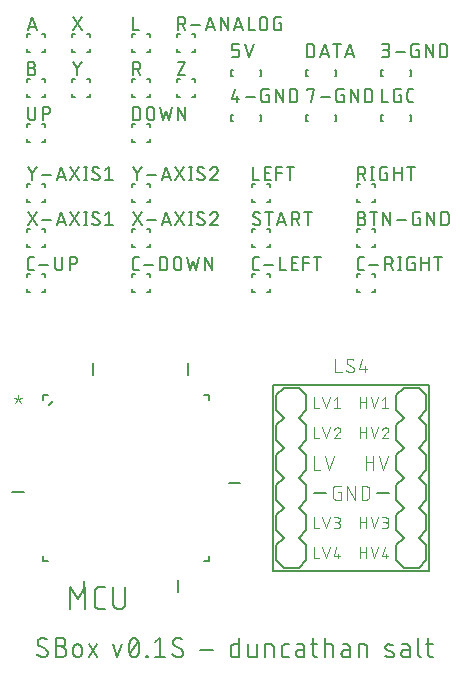
<source format=gbr>
G04 EAGLE Gerber X2 export*
%TF.Part,Single*%
%TF.FileFunction,Legend,Top,1*%
%TF.FilePolarity,Positive*%
%TF.GenerationSoftware,Autodesk,EAGLE,8.6.0*%
%TF.CreationDate,2018-03-06T10:54:34Z*%
G75*
%MOMM*%
%FSLAX34Y34*%
%LPD*%
%AMOC8*
5,1,8,0,0,1.08239X$1,22.5*%
G01*
%ADD10C,0.152400*%
%ADD11C,0.127000*%
%ADD12C,0.101600*%
%ADD13C,0.076200*%
%ADD14C,0.203200*%


D10*
X44281Y13462D02*
X44399Y13464D01*
X44517Y13470D01*
X44635Y13479D01*
X44752Y13493D01*
X44869Y13510D01*
X44986Y13531D01*
X45101Y13556D01*
X45216Y13585D01*
X45330Y13618D01*
X45442Y13654D01*
X45553Y13694D01*
X45663Y13737D01*
X45772Y13784D01*
X45879Y13834D01*
X45984Y13889D01*
X46087Y13946D01*
X46188Y14007D01*
X46288Y14071D01*
X46385Y14138D01*
X46480Y14208D01*
X46572Y14282D01*
X46663Y14358D01*
X46750Y14438D01*
X46835Y14520D01*
X46917Y14605D01*
X46997Y14692D01*
X47073Y14783D01*
X47147Y14875D01*
X47217Y14970D01*
X47284Y15067D01*
X47348Y15167D01*
X47409Y15268D01*
X47466Y15371D01*
X47521Y15476D01*
X47571Y15583D01*
X47618Y15692D01*
X47661Y15802D01*
X47701Y15913D01*
X47737Y16025D01*
X47770Y16139D01*
X47799Y16254D01*
X47824Y16369D01*
X47845Y16486D01*
X47862Y16603D01*
X47876Y16720D01*
X47885Y16838D01*
X47891Y16956D01*
X47893Y17074D01*
X44281Y13462D02*
X44098Y13464D01*
X43916Y13471D01*
X43734Y13482D01*
X43552Y13497D01*
X43370Y13517D01*
X43189Y13540D01*
X43009Y13569D01*
X42829Y13601D01*
X42650Y13638D01*
X42473Y13679D01*
X42296Y13725D01*
X42120Y13774D01*
X41946Y13828D01*
X41772Y13886D01*
X41601Y13948D01*
X41431Y14014D01*
X41262Y14085D01*
X41095Y14159D01*
X40930Y14237D01*
X40767Y14319D01*
X40606Y14405D01*
X40447Y14495D01*
X40290Y14589D01*
X40136Y14686D01*
X39984Y14787D01*
X39834Y14892D01*
X39687Y15000D01*
X39543Y15111D01*
X39401Y15226D01*
X39262Y15345D01*
X39126Y15467D01*
X38993Y15592D01*
X38863Y15720D01*
X39314Y26106D02*
X39316Y26224D01*
X39322Y26342D01*
X39331Y26460D01*
X39345Y26577D01*
X39362Y26694D01*
X39383Y26811D01*
X39408Y26926D01*
X39437Y27041D01*
X39470Y27155D01*
X39506Y27267D01*
X39546Y27378D01*
X39589Y27488D01*
X39636Y27597D01*
X39686Y27704D01*
X39741Y27809D01*
X39798Y27912D01*
X39859Y28013D01*
X39923Y28113D01*
X39990Y28210D01*
X40060Y28305D01*
X40134Y28397D01*
X40210Y28488D01*
X40290Y28575D01*
X40372Y28660D01*
X40457Y28742D01*
X40544Y28822D01*
X40635Y28898D01*
X40727Y28972D01*
X40822Y29042D01*
X40919Y29109D01*
X41019Y29173D01*
X41120Y29234D01*
X41223Y29292D01*
X41328Y29346D01*
X41435Y29396D01*
X41544Y29443D01*
X41654Y29487D01*
X41765Y29526D01*
X41878Y29562D01*
X41991Y29595D01*
X42106Y29624D01*
X42221Y29649D01*
X42338Y29670D01*
X42455Y29687D01*
X42572Y29701D01*
X42690Y29710D01*
X42808Y29716D01*
X42926Y29718D01*
X43087Y29716D01*
X43249Y29710D01*
X43410Y29701D01*
X43571Y29687D01*
X43731Y29670D01*
X43891Y29649D01*
X44051Y29624D01*
X44210Y29595D01*
X44368Y29563D01*
X44525Y29527D01*
X44681Y29487D01*
X44837Y29443D01*
X44991Y29395D01*
X45144Y29344D01*
X45296Y29290D01*
X45447Y29231D01*
X45596Y29170D01*
X45743Y29104D01*
X45889Y29035D01*
X46034Y28963D01*
X46176Y28887D01*
X46317Y28808D01*
X46456Y28726D01*
X46592Y28640D01*
X46727Y28551D01*
X46860Y28459D01*
X46990Y28363D01*
X41119Y22945D02*
X41018Y23007D01*
X40918Y23072D01*
X40821Y23141D01*
X40726Y23213D01*
X40633Y23287D01*
X40543Y23365D01*
X40455Y23446D01*
X40370Y23529D01*
X40288Y23615D01*
X40209Y23704D01*
X40132Y23795D01*
X40059Y23889D01*
X39988Y23985D01*
X39921Y24083D01*
X39857Y24183D01*
X39796Y24286D01*
X39739Y24390D01*
X39685Y24496D01*
X39635Y24604D01*
X39588Y24713D01*
X39544Y24824D01*
X39504Y24936D01*
X39468Y25050D01*
X39436Y25164D01*
X39407Y25280D01*
X39382Y25396D01*
X39361Y25513D01*
X39344Y25631D01*
X39330Y25749D01*
X39321Y25868D01*
X39315Y25987D01*
X39313Y26106D01*
X46087Y20235D02*
X46188Y20173D01*
X46288Y20108D01*
X46385Y20039D01*
X46480Y19967D01*
X46573Y19893D01*
X46663Y19815D01*
X46751Y19734D01*
X46836Y19651D01*
X46918Y19565D01*
X46997Y19476D01*
X47074Y19385D01*
X47147Y19291D01*
X47218Y19195D01*
X47285Y19097D01*
X47349Y18997D01*
X47410Y18894D01*
X47467Y18790D01*
X47521Y18684D01*
X47571Y18576D01*
X47618Y18467D01*
X47662Y18356D01*
X47702Y18244D01*
X47738Y18130D01*
X47770Y18016D01*
X47799Y17900D01*
X47824Y17784D01*
X47845Y17667D01*
X47862Y17549D01*
X47876Y17431D01*
X47885Y17312D01*
X47891Y17193D01*
X47893Y17074D01*
X46087Y20235D02*
X41120Y22945D01*
X54704Y22493D02*
X59220Y22493D01*
X59220Y22494D02*
X59353Y22492D01*
X59485Y22486D01*
X59617Y22476D01*
X59749Y22463D01*
X59881Y22445D01*
X60011Y22424D01*
X60142Y22399D01*
X60271Y22370D01*
X60399Y22337D01*
X60527Y22301D01*
X60653Y22261D01*
X60778Y22217D01*
X60902Y22169D01*
X61024Y22118D01*
X61145Y22063D01*
X61264Y22005D01*
X61382Y21943D01*
X61497Y21878D01*
X61611Y21809D01*
X61722Y21738D01*
X61831Y21662D01*
X61938Y21584D01*
X62043Y21503D01*
X62145Y21418D01*
X62245Y21331D01*
X62342Y21241D01*
X62437Y21148D01*
X62528Y21052D01*
X62617Y20954D01*
X62703Y20853D01*
X62786Y20749D01*
X62866Y20643D01*
X62942Y20535D01*
X63016Y20425D01*
X63086Y20312D01*
X63153Y20198D01*
X63216Y20081D01*
X63276Y19963D01*
X63333Y19843D01*
X63386Y19721D01*
X63435Y19598D01*
X63481Y19474D01*
X63523Y19348D01*
X63561Y19221D01*
X63596Y19093D01*
X63627Y18964D01*
X63654Y18835D01*
X63677Y18704D01*
X63697Y18573D01*
X63712Y18441D01*
X63724Y18309D01*
X63732Y18177D01*
X63736Y18044D01*
X63736Y17912D01*
X63732Y17779D01*
X63724Y17647D01*
X63712Y17515D01*
X63697Y17383D01*
X63677Y17252D01*
X63654Y17121D01*
X63627Y16992D01*
X63596Y16863D01*
X63561Y16735D01*
X63523Y16608D01*
X63481Y16482D01*
X63435Y16358D01*
X63386Y16235D01*
X63333Y16113D01*
X63276Y15993D01*
X63216Y15875D01*
X63153Y15758D01*
X63086Y15644D01*
X63016Y15531D01*
X62942Y15421D01*
X62866Y15313D01*
X62786Y15207D01*
X62703Y15103D01*
X62617Y15002D01*
X62528Y14904D01*
X62437Y14808D01*
X62342Y14715D01*
X62245Y14625D01*
X62145Y14538D01*
X62043Y14453D01*
X61938Y14372D01*
X61831Y14294D01*
X61722Y14218D01*
X61611Y14147D01*
X61497Y14078D01*
X61382Y14013D01*
X61264Y13951D01*
X61145Y13893D01*
X61024Y13838D01*
X60902Y13787D01*
X60778Y13739D01*
X60653Y13695D01*
X60527Y13655D01*
X60399Y13619D01*
X60271Y13586D01*
X60142Y13557D01*
X60011Y13532D01*
X59881Y13511D01*
X59749Y13493D01*
X59617Y13480D01*
X59485Y13470D01*
X59353Y13464D01*
X59220Y13462D01*
X54704Y13462D01*
X54704Y29718D01*
X59220Y29718D01*
X59339Y29716D01*
X59459Y29710D01*
X59578Y29700D01*
X59696Y29686D01*
X59815Y29669D01*
X59932Y29647D01*
X60049Y29622D01*
X60164Y29592D01*
X60279Y29559D01*
X60393Y29522D01*
X60505Y29482D01*
X60616Y29437D01*
X60725Y29389D01*
X60833Y29338D01*
X60939Y29283D01*
X61043Y29224D01*
X61145Y29162D01*
X61245Y29097D01*
X61343Y29028D01*
X61439Y28956D01*
X61532Y28881D01*
X61622Y28804D01*
X61710Y28723D01*
X61795Y28639D01*
X61877Y28552D01*
X61957Y28463D01*
X62033Y28371D01*
X62107Y28277D01*
X62177Y28180D01*
X62244Y28082D01*
X62308Y27981D01*
X62368Y27877D01*
X62425Y27772D01*
X62478Y27665D01*
X62528Y27557D01*
X62574Y27447D01*
X62616Y27335D01*
X62655Y27222D01*
X62690Y27108D01*
X62721Y26993D01*
X62749Y26876D01*
X62772Y26759D01*
X62792Y26642D01*
X62808Y26523D01*
X62820Y26404D01*
X62828Y26285D01*
X62832Y26166D01*
X62832Y26046D01*
X62828Y25927D01*
X62820Y25808D01*
X62808Y25689D01*
X62792Y25570D01*
X62772Y25453D01*
X62749Y25336D01*
X62721Y25219D01*
X62690Y25104D01*
X62655Y24990D01*
X62616Y24877D01*
X62574Y24765D01*
X62528Y24655D01*
X62478Y24547D01*
X62425Y24440D01*
X62368Y24335D01*
X62308Y24231D01*
X62244Y24130D01*
X62177Y24032D01*
X62107Y23935D01*
X62033Y23841D01*
X61957Y23749D01*
X61877Y23660D01*
X61795Y23573D01*
X61710Y23489D01*
X61622Y23408D01*
X61532Y23331D01*
X61439Y23256D01*
X61343Y23184D01*
X61245Y23115D01*
X61145Y23050D01*
X61043Y22988D01*
X60939Y22929D01*
X60833Y22874D01*
X60725Y22823D01*
X60616Y22775D01*
X60505Y22730D01*
X60393Y22690D01*
X60279Y22653D01*
X60164Y22620D01*
X60049Y22590D01*
X59932Y22565D01*
X59815Y22543D01*
X59696Y22526D01*
X59578Y22512D01*
X59459Y22502D01*
X59339Y22496D01*
X59220Y22494D01*
X69464Y20687D02*
X69464Y17074D01*
X69465Y20687D02*
X69467Y20806D01*
X69473Y20926D01*
X69483Y21045D01*
X69497Y21163D01*
X69514Y21282D01*
X69536Y21399D01*
X69561Y21516D01*
X69591Y21631D01*
X69624Y21746D01*
X69661Y21860D01*
X69701Y21972D01*
X69746Y22083D01*
X69794Y22192D01*
X69845Y22300D01*
X69900Y22406D01*
X69959Y22510D01*
X70021Y22612D01*
X70086Y22712D01*
X70155Y22810D01*
X70227Y22906D01*
X70302Y22999D01*
X70379Y23089D01*
X70460Y23177D01*
X70544Y23262D01*
X70631Y23344D01*
X70720Y23424D01*
X70812Y23500D01*
X70906Y23574D01*
X71003Y23644D01*
X71101Y23711D01*
X71202Y23775D01*
X71306Y23835D01*
X71411Y23892D01*
X71518Y23945D01*
X71626Y23995D01*
X71736Y24041D01*
X71848Y24083D01*
X71961Y24122D01*
X72075Y24157D01*
X72190Y24188D01*
X72307Y24216D01*
X72424Y24239D01*
X72541Y24259D01*
X72660Y24275D01*
X72779Y24287D01*
X72898Y24295D01*
X73017Y24299D01*
X73137Y24299D01*
X73256Y24295D01*
X73375Y24287D01*
X73494Y24275D01*
X73613Y24259D01*
X73730Y24239D01*
X73847Y24216D01*
X73964Y24188D01*
X74079Y24157D01*
X74193Y24122D01*
X74306Y24083D01*
X74418Y24041D01*
X74528Y23995D01*
X74636Y23945D01*
X74743Y23892D01*
X74848Y23835D01*
X74952Y23775D01*
X75053Y23711D01*
X75151Y23644D01*
X75248Y23574D01*
X75342Y23500D01*
X75434Y23424D01*
X75523Y23344D01*
X75610Y23262D01*
X75694Y23177D01*
X75775Y23089D01*
X75852Y22999D01*
X75927Y22906D01*
X75999Y22810D01*
X76068Y22712D01*
X76133Y22612D01*
X76195Y22510D01*
X76254Y22406D01*
X76309Y22300D01*
X76360Y22192D01*
X76408Y22083D01*
X76453Y21972D01*
X76493Y21860D01*
X76530Y21746D01*
X76563Y21631D01*
X76593Y21516D01*
X76618Y21399D01*
X76640Y21282D01*
X76657Y21163D01*
X76671Y21045D01*
X76681Y20926D01*
X76687Y20806D01*
X76689Y20687D01*
X76689Y17074D01*
X76687Y16955D01*
X76681Y16835D01*
X76671Y16716D01*
X76657Y16598D01*
X76640Y16479D01*
X76618Y16362D01*
X76593Y16245D01*
X76563Y16130D01*
X76530Y16015D01*
X76493Y15901D01*
X76453Y15789D01*
X76408Y15678D01*
X76360Y15569D01*
X76309Y15461D01*
X76254Y15355D01*
X76195Y15251D01*
X76133Y15149D01*
X76068Y15049D01*
X75999Y14951D01*
X75927Y14855D01*
X75852Y14762D01*
X75775Y14672D01*
X75694Y14584D01*
X75610Y14499D01*
X75523Y14417D01*
X75434Y14337D01*
X75342Y14261D01*
X75248Y14187D01*
X75151Y14117D01*
X75053Y14050D01*
X74952Y13986D01*
X74848Y13926D01*
X74743Y13869D01*
X74636Y13816D01*
X74528Y13766D01*
X74418Y13720D01*
X74306Y13678D01*
X74193Y13639D01*
X74079Y13604D01*
X73964Y13573D01*
X73847Y13545D01*
X73730Y13522D01*
X73613Y13502D01*
X73494Y13486D01*
X73375Y13474D01*
X73256Y13466D01*
X73137Y13462D01*
X73017Y13462D01*
X72898Y13466D01*
X72779Y13474D01*
X72660Y13486D01*
X72541Y13502D01*
X72424Y13522D01*
X72307Y13545D01*
X72190Y13573D01*
X72075Y13604D01*
X71961Y13639D01*
X71848Y13678D01*
X71736Y13720D01*
X71626Y13766D01*
X71518Y13816D01*
X71411Y13869D01*
X71306Y13926D01*
X71202Y13986D01*
X71101Y14050D01*
X71003Y14117D01*
X70906Y14187D01*
X70812Y14261D01*
X70720Y14337D01*
X70631Y14417D01*
X70544Y14499D01*
X70460Y14584D01*
X70379Y14672D01*
X70302Y14762D01*
X70227Y14855D01*
X70155Y14951D01*
X70086Y15049D01*
X70021Y15149D01*
X69959Y15251D01*
X69900Y15355D01*
X69845Y15461D01*
X69794Y15569D01*
X69746Y15678D01*
X69701Y15789D01*
X69661Y15901D01*
X69624Y16015D01*
X69591Y16130D01*
X69561Y16245D01*
X69536Y16362D01*
X69514Y16479D01*
X69497Y16598D01*
X69483Y16716D01*
X69473Y16835D01*
X69467Y16955D01*
X69465Y17074D01*
X82490Y13462D02*
X89715Y24299D01*
X82490Y24299D02*
X89715Y13462D01*
X106944Y13462D02*
X103332Y24299D01*
X110557Y24299D02*
X106944Y13462D01*
X116497Y21590D02*
X116501Y21910D01*
X116512Y22229D01*
X116531Y22549D01*
X116558Y22867D01*
X116592Y23185D01*
X116634Y23502D01*
X116684Y23818D01*
X116741Y24133D01*
X116805Y24446D01*
X116877Y24758D01*
X116956Y25068D01*
X117043Y25375D01*
X117137Y25681D01*
X117238Y25984D01*
X117347Y26285D01*
X117462Y26583D01*
X117585Y26879D01*
X117715Y27171D01*
X117852Y27460D01*
X117852Y27461D02*
X117891Y27569D01*
X117934Y27676D01*
X117980Y27781D01*
X118031Y27885D01*
X118084Y27987D01*
X118141Y28087D01*
X118202Y28185D01*
X118266Y28280D01*
X118333Y28374D01*
X118404Y28465D01*
X118477Y28554D01*
X118554Y28640D01*
X118633Y28723D01*
X118715Y28804D01*
X118800Y28882D01*
X118888Y28956D01*
X118978Y29028D01*
X119070Y29096D01*
X119165Y29162D01*
X119262Y29224D01*
X119361Y29282D01*
X119463Y29338D01*
X119565Y29389D01*
X119670Y29437D01*
X119776Y29482D01*
X119884Y29523D01*
X119993Y29560D01*
X120103Y29593D01*
X120215Y29622D01*
X120327Y29648D01*
X120440Y29670D01*
X120554Y29687D01*
X120668Y29701D01*
X120783Y29711D01*
X120898Y29717D01*
X121013Y29719D01*
X121013Y29718D02*
X121128Y29716D01*
X121243Y29710D01*
X121358Y29700D01*
X121472Y29686D01*
X121586Y29669D01*
X121699Y29647D01*
X121811Y29621D01*
X121923Y29592D01*
X122033Y29559D01*
X122142Y29522D01*
X122250Y29481D01*
X122356Y29436D01*
X122461Y29388D01*
X122563Y29337D01*
X122664Y29281D01*
X122764Y29223D01*
X122861Y29161D01*
X122955Y29096D01*
X123048Y29027D01*
X123138Y28955D01*
X123226Y28881D01*
X123311Y28803D01*
X123393Y28722D01*
X123472Y28639D01*
X123549Y28553D01*
X123622Y28464D01*
X123693Y28373D01*
X123760Y28279D01*
X123824Y28184D01*
X123885Y28086D01*
X123942Y27986D01*
X123995Y27884D01*
X124046Y27780D01*
X124092Y27675D01*
X124135Y27568D01*
X124174Y27460D01*
X124173Y27460D02*
X124310Y27171D01*
X124440Y26879D01*
X124563Y26583D01*
X124678Y26285D01*
X124787Y25984D01*
X124888Y25681D01*
X124982Y25375D01*
X125069Y25068D01*
X125148Y24758D01*
X125220Y24446D01*
X125284Y24133D01*
X125341Y23818D01*
X125391Y23502D01*
X125433Y23185D01*
X125467Y22867D01*
X125494Y22549D01*
X125513Y22229D01*
X125524Y21910D01*
X125528Y21590D01*
X116497Y21590D02*
X116501Y21270D01*
X116512Y20951D01*
X116531Y20631D01*
X116558Y20313D01*
X116592Y19995D01*
X116634Y19678D01*
X116684Y19362D01*
X116741Y19047D01*
X116805Y18734D01*
X116877Y18422D01*
X116956Y18112D01*
X117043Y17805D01*
X117137Y17499D01*
X117238Y17196D01*
X117347Y16895D01*
X117462Y16597D01*
X117585Y16301D01*
X117715Y16009D01*
X117852Y15720D01*
X117891Y15612D01*
X117934Y15505D01*
X117980Y15400D01*
X118031Y15296D01*
X118084Y15194D01*
X118141Y15094D01*
X118202Y14996D01*
X118266Y14901D01*
X118333Y14807D01*
X118404Y14716D01*
X118477Y14627D01*
X118554Y14541D01*
X118633Y14458D01*
X118715Y14377D01*
X118800Y14299D01*
X118888Y14225D01*
X118978Y14153D01*
X119071Y14084D01*
X119165Y14019D01*
X119262Y13957D01*
X119362Y13899D01*
X119463Y13843D01*
X119565Y13792D01*
X119670Y13744D01*
X119776Y13699D01*
X119884Y13658D01*
X119993Y13621D01*
X120103Y13588D01*
X120215Y13559D01*
X120327Y13533D01*
X120440Y13511D01*
X120554Y13494D01*
X120668Y13480D01*
X120783Y13470D01*
X120898Y13464D01*
X121013Y13462D01*
X124173Y15720D02*
X124310Y16009D01*
X124440Y16301D01*
X124563Y16597D01*
X124678Y16895D01*
X124787Y17196D01*
X124888Y17499D01*
X124982Y17805D01*
X125069Y18112D01*
X125148Y18422D01*
X125220Y18734D01*
X125284Y19047D01*
X125341Y19362D01*
X125391Y19678D01*
X125433Y19995D01*
X125467Y20313D01*
X125494Y20631D01*
X125513Y20951D01*
X125524Y21270D01*
X125528Y21590D01*
X124174Y15720D02*
X124135Y15612D01*
X124092Y15505D01*
X124046Y15400D01*
X123995Y15296D01*
X123942Y15194D01*
X123885Y15094D01*
X123824Y14996D01*
X123760Y14901D01*
X123693Y14807D01*
X123622Y14716D01*
X123549Y14627D01*
X123472Y14541D01*
X123393Y14458D01*
X123311Y14377D01*
X123226Y14299D01*
X123138Y14225D01*
X123048Y14153D01*
X122955Y14084D01*
X122861Y14019D01*
X122764Y13957D01*
X122664Y13899D01*
X122563Y13843D01*
X122460Y13792D01*
X122356Y13744D01*
X122250Y13699D01*
X122142Y13658D01*
X122033Y13621D01*
X121923Y13588D01*
X121811Y13559D01*
X121699Y13533D01*
X121586Y13511D01*
X121472Y13494D01*
X121358Y13480D01*
X121243Y13470D01*
X121128Y13464D01*
X121013Y13462D01*
X117400Y17074D02*
X124625Y26106D01*
X131503Y14365D02*
X131503Y13462D01*
X131503Y14365D02*
X132406Y14365D01*
X132406Y13462D01*
X131503Y13462D01*
X138381Y26106D02*
X142896Y29718D01*
X142896Y13462D01*
X138381Y13462D02*
X147412Y13462D01*
X158910Y13462D02*
X159028Y13464D01*
X159146Y13470D01*
X159264Y13479D01*
X159381Y13493D01*
X159498Y13510D01*
X159615Y13531D01*
X159730Y13556D01*
X159845Y13585D01*
X159959Y13618D01*
X160071Y13654D01*
X160182Y13694D01*
X160292Y13737D01*
X160401Y13784D01*
X160508Y13834D01*
X160613Y13889D01*
X160716Y13946D01*
X160817Y14007D01*
X160917Y14071D01*
X161014Y14138D01*
X161109Y14208D01*
X161201Y14282D01*
X161292Y14358D01*
X161379Y14438D01*
X161464Y14520D01*
X161546Y14605D01*
X161626Y14692D01*
X161702Y14783D01*
X161776Y14875D01*
X161846Y14970D01*
X161913Y15067D01*
X161977Y15167D01*
X162038Y15268D01*
X162095Y15371D01*
X162150Y15476D01*
X162200Y15583D01*
X162247Y15692D01*
X162290Y15802D01*
X162330Y15913D01*
X162366Y16025D01*
X162399Y16139D01*
X162428Y16254D01*
X162453Y16369D01*
X162474Y16486D01*
X162491Y16603D01*
X162505Y16720D01*
X162514Y16838D01*
X162520Y16956D01*
X162522Y17074D01*
X158910Y13462D02*
X158727Y13464D01*
X158545Y13471D01*
X158363Y13482D01*
X158181Y13497D01*
X157999Y13517D01*
X157818Y13540D01*
X157638Y13569D01*
X157458Y13601D01*
X157279Y13638D01*
X157102Y13679D01*
X156925Y13725D01*
X156749Y13774D01*
X156575Y13828D01*
X156401Y13886D01*
X156230Y13948D01*
X156060Y14014D01*
X155891Y14085D01*
X155724Y14159D01*
X155559Y14237D01*
X155396Y14319D01*
X155235Y14405D01*
X155076Y14495D01*
X154919Y14589D01*
X154765Y14686D01*
X154613Y14787D01*
X154463Y14892D01*
X154316Y15000D01*
X154172Y15111D01*
X154030Y15226D01*
X153891Y15345D01*
X153755Y15467D01*
X153622Y15592D01*
X153492Y15720D01*
X153943Y26106D02*
X153945Y26224D01*
X153951Y26342D01*
X153960Y26460D01*
X153974Y26577D01*
X153991Y26694D01*
X154012Y26811D01*
X154037Y26926D01*
X154066Y27041D01*
X154099Y27155D01*
X154135Y27267D01*
X154175Y27378D01*
X154218Y27488D01*
X154265Y27597D01*
X154315Y27704D01*
X154370Y27809D01*
X154427Y27912D01*
X154488Y28013D01*
X154552Y28113D01*
X154619Y28210D01*
X154689Y28305D01*
X154763Y28397D01*
X154839Y28488D01*
X154919Y28575D01*
X155001Y28660D01*
X155086Y28742D01*
X155173Y28822D01*
X155264Y28898D01*
X155356Y28972D01*
X155451Y29042D01*
X155548Y29109D01*
X155648Y29173D01*
X155749Y29234D01*
X155852Y29292D01*
X155957Y29346D01*
X156064Y29396D01*
X156173Y29443D01*
X156283Y29487D01*
X156394Y29526D01*
X156507Y29562D01*
X156620Y29595D01*
X156735Y29624D01*
X156850Y29649D01*
X156967Y29670D01*
X157084Y29687D01*
X157201Y29701D01*
X157319Y29710D01*
X157437Y29716D01*
X157555Y29718D01*
X157716Y29716D01*
X157878Y29710D01*
X158039Y29701D01*
X158200Y29687D01*
X158360Y29670D01*
X158520Y29649D01*
X158680Y29624D01*
X158839Y29595D01*
X158997Y29563D01*
X159154Y29527D01*
X159310Y29487D01*
X159466Y29443D01*
X159620Y29395D01*
X159773Y29344D01*
X159925Y29290D01*
X160076Y29231D01*
X160225Y29170D01*
X160372Y29104D01*
X160518Y29035D01*
X160663Y28963D01*
X160805Y28887D01*
X160946Y28808D01*
X161085Y28726D01*
X161221Y28640D01*
X161356Y28551D01*
X161489Y28459D01*
X161619Y28363D01*
X155748Y22945D02*
X155647Y23007D01*
X155547Y23072D01*
X155450Y23141D01*
X155355Y23213D01*
X155262Y23287D01*
X155172Y23365D01*
X155084Y23446D01*
X154999Y23529D01*
X154917Y23615D01*
X154838Y23704D01*
X154761Y23795D01*
X154688Y23889D01*
X154617Y23985D01*
X154550Y24083D01*
X154486Y24183D01*
X154425Y24286D01*
X154368Y24390D01*
X154314Y24496D01*
X154264Y24604D01*
X154217Y24713D01*
X154173Y24824D01*
X154133Y24936D01*
X154097Y25050D01*
X154065Y25164D01*
X154036Y25280D01*
X154011Y25396D01*
X153990Y25513D01*
X153973Y25631D01*
X153959Y25749D01*
X153950Y25868D01*
X153944Y25987D01*
X153942Y26106D01*
X160716Y20235D02*
X160817Y20173D01*
X160917Y20108D01*
X161014Y20039D01*
X161109Y19967D01*
X161202Y19893D01*
X161292Y19815D01*
X161380Y19734D01*
X161465Y19651D01*
X161547Y19565D01*
X161626Y19476D01*
X161703Y19385D01*
X161776Y19291D01*
X161847Y19195D01*
X161914Y19097D01*
X161978Y18997D01*
X162039Y18894D01*
X162096Y18790D01*
X162150Y18684D01*
X162200Y18576D01*
X162247Y18467D01*
X162291Y18356D01*
X162331Y18244D01*
X162367Y18130D01*
X162399Y18016D01*
X162428Y17900D01*
X162453Y17784D01*
X162474Y17667D01*
X162491Y17549D01*
X162505Y17431D01*
X162514Y17312D01*
X162520Y17193D01*
X162522Y17074D01*
X160716Y20235D02*
X155749Y22945D01*
X177077Y19784D02*
X187914Y19784D01*
X210002Y13462D02*
X210002Y29718D01*
X210002Y13462D02*
X205487Y13462D01*
X205386Y13464D01*
X205285Y13470D01*
X205184Y13479D01*
X205083Y13492D01*
X204983Y13509D01*
X204884Y13530D01*
X204786Y13554D01*
X204689Y13582D01*
X204592Y13614D01*
X204497Y13649D01*
X204404Y13688D01*
X204312Y13730D01*
X204221Y13776D01*
X204133Y13825D01*
X204046Y13877D01*
X203961Y13933D01*
X203878Y13991D01*
X203798Y14053D01*
X203720Y14118D01*
X203644Y14185D01*
X203571Y14255D01*
X203501Y14328D01*
X203434Y14404D01*
X203369Y14482D01*
X203307Y14562D01*
X203249Y14645D01*
X203193Y14730D01*
X203141Y14816D01*
X203092Y14905D01*
X203046Y14996D01*
X203004Y15088D01*
X202965Y15181D01*
X202930Y15276D01*
X202898Y15373D01*
X202870Y15470D01*
X202846Y15568D01*
X202825Y15667D01*
X202808Y15767D01*
X202795Y15868D01*
X202786Y15969D01*
X202780Y16070D01*
X202778Y16171D01*
X202777Y16171D02*
X202777Y21590D01*
X202778Y21590D02*
X202780Y21691D01*
X202786Y21792D01*
X202795Y21893D01*
X202808Y21994D01*
X202825Y22094D01*
X202846Y22193D01*
X202870Y22291D01*
X202898Y22388D01*
X202930Y22485D01*
X202965Y22580D01*
X203004Y22673D01*
X203046Y22765D01*
X203092Y22856D01*
X203141Y22944D01*
X203193Y23031D01*
X203249Y23116D01*
X203307Y23199D01*
X203369Y23279D01*
X203434Y23357D01*
X203501Y23433D01*
X203571Y23506D01*
X203644Y23576D01*
X203720Y23643D01*
X203798Y23708D01*
X203878Y23770D01*
X203961Y23828D01*
X204046Y23884D01*
X204133Y23936D01*
X204221Y23985D01*
X204312Y24031D01*
X204404Y24073D01*
X204497Y24112D01*
X204592Y24147D01*
X204689Y24179D01*
X204786Y24207D01*
X204884Y24231D01*
X204983Y24252D01*
X205083Y24269D01*
X205184Y24282D01*
X205285Y24291D01*
X205386Y24297D01*
X205487Y24299D01*
X210002Y24299D01*
X217440Y24299D02*
X217440Y16171D01*
X217442Y16070D01*
X217448Y15969D01*
X217457Y15868D01*
X217470Y15767D01*
X217487Y15667D01*
X217508Y15568D01*
X217532Y15470D01*
X217560Y15373D01*
X217592Y15276D01*
X217627Y15181D01*
X217666Y15088D01*
X217708Y14996D01*
X217754Y14905D01*
X217803Y14816D01*
X217855Y14730D01*
X217911Y14645D01*
X217969Y14562D01*
X218031Y14482D01*
X218096Y14404D01*
X218163Y14328D01*
X218233Y14255D01*
X218306Y14185D01*
X218382Y14118D01*
X218460Y14053D01*
X218540Y13991D01*
X218623Y13933D01*
X218708Y13877D01*
X218795Y13825D01*
X218883Y13776D01*
X218974Y13730D01*
X219066Y13688D01*
X219159Y13649D01*
X219254Y13614D01*
X219351Y13582D01*
X219448Y13554D01*
X219546Y13530D01*
X219645Y13509D01*
X219745Y13492D01*
X219846Y13479D01*
X219947Y13470D01*
X220048Y13464D01*
X220149Y13462D01*
X224665Y13462D01*
X224665Y24299D01*
X232029Y24299D02*
X232029Y13462D01*
X232029Y24299D02*
X236545Y24299D01*
X236649Y24297D01*
X236752Y24291D01*
X236856Y24281D01*
X236959Y24267D01*
X237061Y24249D01*
X237162Y24228D01*
X237263Y24202D01*
X237362Y24173D01*
X237461Y24140D01*
X237558Y24103D01*
X237653Y24062D01*
X237747Y24018D01*
X237839Y23970D01*
X237929Y23919D01*
X238018Y23864D01*
X238104Y23806D01*
X238187Y23744D01*
X238269Y23680D01*
X238347Y23612D01*
X238423Y23542D01*
X238497Y23469D01*
X238567Y23392D01*
X238635Y23314D01*
X238699Y23232D01*
X238761Y23149D01*
X238819Y23063D01*
X238874Y22974D01*
X238925Y22884D01*
X238973Y22792D01*
X239017Y22698D01*
X239058Y22603D01*
X239095Y22506D01*
X239128Y22407D01*
X239157Y22308D01*
X239183Y22207D01*
X239204Y22106D01*
X239222Y22004D01*
X239236Y21901D01*
X239246Y21797D01*
X239252Y21694D01*
X239254Y21590D01*
X239254Y13462D01*
X248824Y13462D02*
X252436Y13462D01*
X248824Y13462D02*
X248723Y13464D01*
X248622Y13470D01*
X248521Y13479D01*
X248420Y13492D01*
X248320Y13509D01*
X248221Y13530D01*
X248123Y13554D01*
X248026Y13582D01*
X247929Y13614D01*
X247834Y13649D01*
X247741Y13688D01*
X247649Y13730D01*
X247558Y13776D01*
X247470Y13825D01*
X247383Y13877D01*
X247298Y13933D01*
X247215Y13991D01*
X247135Y14053D01*
X247057Y14118D01*
X246981Y14185D01*
X246908Y14255D01*
X246838Y14328D01*
X246771Y14404D01*
X246706Y14482D01*
X246644Y14562D01*
X246586Y14645D01*
X246530Y14730D01*
X246478Y14816D01*
X246429Y14905D01*
X246383Y14996D01*
X246341Y15088D01*
X246302Y15181D01*
X246267Y15276D01*
X246235Y15373D01*
X246207Y15470D01*
X246183Y15568D01*
X246162Y15667D01*
X246145Y15767D01*
X246132Y15868D01*
X246123Y15969D01*
X246117Y16070D01*
X246115Y16171D01*
X246115Y21590D01*
X246117Y21691D01*
X246123Y21792D01*
X246132Y21893D01*
X246145Y21994D01*
X246162Y22094D01*
X246183Y22193D01*
X246207Y22291D01*
X246235Y22388D01*
X246267Y22485D01*
X246302Y22580D01*
X246341Y22673D01*
X246383Y22765D01*
X246429Y22856D01*
X246478Y22944D01*
X246530Y23031D01*
X246586Y23116D01*
X246644Y23199D01*
X246706Y23279D01*
X246771Y23357D01*
X246838Y23433D01*
X246908Y23506D01*
X246981Y23576D01*
X247057Y23643D01*
X247135Y23708D01*
X247215Y23770D01*
X247298Y23828D01*
X247383Y23884D01*
X247470Y23936D01*
X247558Y23985D01*
X247649Y24031D01*
X247741Y24073D01*
X247834Y24112D01*
X247929Y24147D01*
X248026Y24179D01*
X248123Y24207D01*
X248221Y24231D01*
X248320Y24252D01*
X248420Y24269D01*
X248521Y24282D01*
X248622Y24291D01*
X248723Y24297D01*
X248824Y24299D01*
X252436Y24299D01*
X261169Y19784D02*
X265233Y19784D01*
X261169Y19784D02*
X261057Y19782D01*
X260946Y19776D01*
X260835Y19766D01*
X260724Y19753D01*
X260614Y19735D01*
X260505Y19713D01*
X260396Y19688D01*
X260288Y19659D01*
X260182Y19626D01*
X260076Y19589D01*
X259972Y19549D01*
X259870Y19505D01*
X259769Y19457D01*
X259670Y19406D01*
X259572Y19351D01*
X259477Y19293D01*
X259384Y19232D01*
X259293Y19167D01*
X259204Y19099D01*
X259118Y19028D01*
X259035Y18955D01*
X258954Y18878D01*
X258875Y18798D01*
X258800Y18716D01*
X258728Y18631D01*
X258658Y18544D01*
X258592Y18454D01*
X258529Y18362D01*
X258469Y18267D01*
X258413Y18171D01*
X258360Y18073D01*
X258311Y17973D01*
X258265Y17871D01*
X258223Y17768D01*
X258184Y17663D01*
X258149Y17557D01*
X258118Y17450D01*
X258091Y17342D01*
X258067Y17233D01*
X258048Y17123D01*
X258032Y17013D01*
X258020Y16902D01*
X258012Y16790D01*
X258008Y16679D01*
X258008Y16567D01*
X258012Y16456D01*
X258020Y16344D01*
X258032Y16233D01*
X258048Y16123D01*
X258067Y16013D01*
X258091Y15904D01*
X258118Y15796D01*
X258149Y15689D01*
X258184Y15583D01*
X258223Y15478D01*
X258265Y15375D01*
X258311Y15273D01*
X258360Y15173D01*
X258413Y15075D01*
X258469Y14979D01*
X258529Y14884D01*
X258592Y14792D01*
X258658Y14702D01*
X258728Y14615D01*
X258800Y14530D01*
X258875Y14448D01*
X258954Y14368D01*
X259035Y14291D01*
X259118Y14218D01*
X259204Y14147D01*
X259293Y14079D01*
X259384Y14014D01*
X259477Y13953D01*
X259572Y13895D01*
X259670Y13840D01*
X259769Y13789D01*
X259870Y13741D01*
X259972Y13697D01*
X260076Y13657D01*
X260182Y13620D01*
X260288Y13587D01*
X260396Y13558D01*
X260505Y13533D01*
X260614Y13511D01*
X260724Y13493D01*
X260835Y13480D01*
X260946Y13470D01*
X261057Y13464D01*
X261169Y13462D01*
X265233Y13462D01*
X265233Y21590D01*
X265232Y21590D02*
X265230Y21691D01*
X265224Y21792D01*
X265215Y21893D01*
X265202Y21994D01*
X265185Y22094D01*
X265164Y22193D01*
X265140Y22291D01*
X265112Y22388D01*
X265080Y22485D01*
X265045Y22580D01*
X265006Y22673D01*
X264964Y22765D01*
X264918Y22856D01*
X264869Y22945D01*
X264817Y23031D01*
X264761Y23116D01*
X264703Y23199D01*
X264641Y23279D01*
X264576Y23357D01*
X264509Y23433D01*
X264439Y23506D01*
X264366Y23576D01*
X264290Y23643D01*
X264212Y23708D01*
X264132Y23770D01*
X264049Y23828D01*
X263964Y23884D01*
X263878Y23936D01*
X263789Y23985D01*
X263698Y24031D01*
X263606Y24073D01*
X263513Y24112D01*
X263418Y24147D01*
X263321Y24179D01*
X263224Y24207D01*
X263126Y24231D01*
X263027Y24252D01*
X262927Y24269D01*
X262826Y24282D01*
X262725Y24291D01*
X262624Y24297D01*
X262523Y24299D01*
X258911Y24299D01*
X270852Y24299D02*
X276271Y24299D01*
X272658Y29718D02*
X272658Y16171D01*
X272660Y16070D01*
X272666Y15969D01*
X272675Y15868D01*
X272688Y15767D01*
X272705Y15667D01*
X272726Y15568D01*
X272750Y15470D01*
X272778Y15373D01*
X272810Y15276D01*
X272845Y15181D01*
X272884Y15088D01*
X272926Y14996D01*
X272972Y14905D01*
X273021Y14816D01*
X273073Y14730D01*
X273129Y14645D01*
X273187Y14562D01*
X273249Y14482D01*
X273314Y14404D01*
X273381Y14328D01*
X273451Y14255D01*
X273524Y14185D01*
X273600Y14118D01*
X273678Y14053D01*
X273758Y13991D01*
X273841Y13933D01*
X273926Y13877D01*
X274013Y13825D01*
X274101Y13776D01*
X274192Y13730D01*
X274284Y13688D01*
X274377Y13649D01*
X274472Y13614D01*
X274569Y13582D01*
X274666Y13554D01*
X274764Y13530D01*
X274863Y13509D01*
X274963Y13492D01*
X275064Y13479D01*
X275165Y13470D01*
X275266Y13464D01*
X275367Y13462D01*
X276271Y13462D01*
X282570Y13462D02*
X282570Y29718D01*
X282570Y24299D02*
X287085Y24299D01*
X287189Y24297D01*
X287292Y24291D01*
X287396Y24281D01*
X287499Y24267D01*
X287601Y24249D01*
X287702Y24228D01*
X287803Y24202D01*
X287902Y24173D01*
X288001Y24140D01*
X288098Y24103D01*
X288193Y24062D01*
X288287Y24018D01*
X288379Y23970D01*
X288469Y23919D01*
X288558Y23864D01*
X288644Y23806D01*
X288727Y23744D01*
X288809Y23680D01*
X288887Y23612D01*
X288963Y23542D01*
X289037Y23469D01*
X289107Y23392D01*
X289175Y23314D01*
X289239Y23232D01*
X289301Y23149D01*
X289359Y23063D01*
X289414Y22974D01*
X289465Y22884D01*
X289513Y22792D01*
X289557Y22698D01*
X289598Y22603D01*
X289635Y22506D01*
X289668Y22407D01*
X289697Y22308D01*
X289723Y22207D01*
X289744Y22106D01*
X289762Y22004D01*
X289776Y21901D01*
X289786Y21797D01*
X289792Y21694D01*
X289794Y21590D01*
X289795Y21590D02*
X289795Y13462D01*
X299726Y19784D02*
X303790Y19784D01*
X299726Y19784D02*
X299614Y19782D01*
X299503Y19776D01*
X299392Y19766D01*
X299281Y19753D01*
X299171Y19735D01*
X299062Y19713D01*
X298953Y19688D01*
X298845Y19659D01*
X298739Y19626D01*
X298633Y19589D01*
X298529Y19549D01*
X298427Y19505D01*
X298326Y19457D01*
X298227Y19406D01*
X298129Y19351D01*
X298034Y19293D01*
X297941Y19232D01*
X297850Y19167D01*
X297761Y19099D01*
X297675Y19028D01*
X297592Y18955D01*
X297511Y18878D01*
X297432Y18798D01*
X297357Y18716D01*
X297285Y18631D01*
X297215Y18544D01*
X297149Y18454D01*
X297086Y18362D01*
X297026Y18267D01*
X296970Y18171D01*
X296917Y18073D01*
X296868Y17973D01*
X296822Y17871D01*
X296780Y17768D01*
X296741Y17663D01*
X296706Y17557D01*
X296675Y17450D01*
X296648Y17342D01*
X296624Y17233D01*
X296605Y17123D01*
X296589Y17013D01*
X296577Y16902D01*
X296569Y16790D01*
X296565Y16679D01*
X296565Y16567D01*
X296569Y16456D01*
X296577Y16344D01*
X296589Y16233D01*
X296605Y16123D01*
X296624Y16013D01*
X296648Y15904D01*
X296675Y15796D01*
X296706Y15689D01*
X296741Y15583D01*
X296780Y15478D01*
X296822Y15375D01*
X296868Y15273D01*
X296917Y15173D01*
X296970Y15075D01*
X297026Y14979D01*
X297086Y14884D01*
X297149Y14792D01*
X297215Y14702D01*
X297285Y14615D01*
X297357Y14530D01*
X297432Y14448D01*
X297511Y14368D01*
X297592Y14291D01*
X297675Y14218D01*
X297761Y14147D01*
X297850Y14079D01*
X297941Y14014D01*
X298034Y13953D01*
X298129Y13895D01*
X298227Y13840D01*
X298326Y13789D01*
X298427Y13741D01*
X298529Y13697D01*
X298633Y13657D01*
X298739Y13620D01*
X298845Y13587D01*
X298953Y13558D01*
X299062Y13533D01*
X299171Y13511D01*
X299281Y13493D01*
X299392Y13480D01*
X299503Y13470D01*
X299614Y13464D01*
X299726Y13462D01*
X303790Y13462D01*
X303790Y21590D01*
X303789Y21590D02*
X303787Y21691D01*
X303781Y21792D01*
X303772Y21893D01*
X303759Y21994D01*
X303742Y22094D01*
X303721Y22193D01*
X303697Y22291D01*
X303669Y22388D01*
X303637Y22485D01*
X303602Y22580D01*
X303563Y22673D01*
X303521Y22765D01*
X303475Y22856D01*
X303426Y22945D01*
X303374Y23031D01*
X303318Y23116D01*
X303260Y23199D01*
X303198Y23279D01*
X303133Y23357D01*
X303066Y23433D01*
X302996Y23506D01*
X302923Y23576D01*
X302847Y23643D01*
X302769Y23708D01*
X302689Y23770D01*
X302606Y23828D01*
X302521Y23884D01*
X302435Y23936D01*
X302346Y23985D01*
X302255Y24031D01*
X302163Y24073D01*
X302070Y24112D01*
X301975Y24147D01*
X301878Y24179D01*
X301781Y24207D01*
X301683Y24231D01*
X301584Y24252D01*
X301484Y24269D01*
X301383Y24282D01*
X301282Y24291D01*
X301181Y24297D01*
X301080Y24299D01*
X297468Y24299D01*
X311227Y24299D02*
X311227Y13462D01*
X311227Y24299D02*
X315743Y24299D01*
X315847Y24297D01*
X315950Y24291D01*
X316054Y24281D01*
X316157Y24267D01*
X316259Y24249D01*
X316360Y24228D01*
X316461Y24202D01*
X316560Y24173D01*
X316659Y24140D01*
X316756Y24103D01*
X316851Y24062D01*
X316945Y24018D01*
X317037Y23970D01*
X317127Y23919D01*
X317216Y23864D01*
X317302Y23806D01*
X317385Y23744D01*
X317467Y23680D01*
X317545Y23612D01*
X317621Y23542D01*
X317695Y23469D01*
X317765Y23392D01*
X317833Y23314D01*
X317897Y23232D01*
X317959Y23149D01*
X318017Y23063D01*
X318072Y22974D01*
X318123Y22884D01*
X318171Y22792D01*
X318215Y22698D01*
X318256Y22603D01*
X318293Y22506D01*
X318326Y22407D01*
X318355Y22308D01*
X318381Y22207D01*
X318402Y22106D01*
X318420Y22004D01*
X318434Y21901D01*
X318444Y21797D01*
X318450Y21694D01*
X318452Y21590D01*
X318452Y13462D01*
X334987Y19784D02*
X339502Y17978D01*
X334986Y19784D02*
X334898Y19821D01*
X334812Y19862D01*
X334727Y19906D01*
X334644Y19954D01*
X334564Y20005D01*
X334485Y20059D01*
X334409Y20117D01*
X334335Y20177D01*
X334263Y20241D01*
X334195Y20307D01*
X334129Y20377D01*
X334066Y20448D01*
X334005Y20523D01*
X333948Y20599D01*
X333895Y20678D01*
X333844Y20759D01*
X333797Y20842D01*
X333753Y20927D01*
X333713Y21014D01*
X333676Y21102D01*
X333643Y21192D01*
X333613Y21283D01*
X333588Y21375D01*
X333566Y21468D01*
X333548Y21562D01*
X333533Y21656D01*
X333523Y21751D01*
X333517Y21847D01*
X333514Y21942D01*
X333515Y22038D01*
X333521Y22133D01*
X333530Y22229D01*
X333543Y22323D01*
X333559Y22417D01*
X333580Y22511D01*
X333605Y22603D01*
X333633Y22694D01*
X333665Y22784D01*
X333700Y22873D01*
X333739Y22960D01*
X333782Y23046D01*
X333828Y23130D01*
X333878Y23211D01*
X333930Y23291D01*
X333986Y23369D01*
X334046Y23444D01*
X334108Y23516D01*
X334173Y23586D01*
X334241Y23654D01*
X334311Y23718D01*
X334384Y23780D01*
X334460Y23838D01*
X334538Y23894D01*
X334618Y23946D01*
X334700Y23995D01*
X334784Y24040D01*
X334870Y24082D01*
X334957Y24121D01*
X335046Y24156D01*
X335137Y24187D01*
X335228Y24214D01*
X335321Y24238D01*
X335414Y24258D01*
X335508Y24274D01*
X335603Y24286D01*
X335698Y24295D01*
X335794Y24299D01*
X335889Y24300D01*
X336136Y24293D01*
X336382Y24281D01*
X336628Y24263D01*
X336874Y24238D01*
X337118Y24208D01*
X337362Y24172D01*
X337605Y24131D01*
X337847Y24083D01*
X338088Y24029D01*
X338327Y23970D01*
X338565Y23905D01*
X338801Y23834D01*
X339036Y23758D01*
X339269Y23676D01*
X339499Y23588D01*
X339727Y23495D01*
X339954Y23397D01*
X339502Y17977D02*
X339590Y17940D01*
X339676Y17899D01*
X339761Y17855D01*
X339844Y17807D01*
X339924Y17756D01*
X340003Y17702D01*
X340079Y17644D01*
X340153Y17584D01*
X340225Y17520D01*
X340293Y17454D01*
X340359Y17384D01*
X340422Y17313D01*
X340483Y17238D01*
X340540Y17162D01*
X340593Y17083D01*
X340644Y17002D01*
X340691Y16919D01*
X340735Y16834D01*
X340775Y16747D01*
X340812Y16659D01*
X340845Y16569D01*
X340875Y16478D01*
X340900Y16386D01*
X340922Y16293D01*
X340940Y16199D01*
X340955Y16105D01*
X340965Y16010D01*
X340971Y15914D01*
X340974Y15819D01*
X340973Y15723D01*
X340967Y15628D01*
X340958Y15532D01*
X340945Y15438D01*
X340929Y15344D01*
X340908Y15250D01*
X340883Y15158D01*
X340855Y15067D01*
X340823Y14977D01*
X340788Y14888D01*
X340749Y14801D01*
X340706Y14715D01*
X340660Y14631D01*
X340610Y14550D01*
X340558Y14470D01*
X340502Y14392D01*
X340442Y14317D01*
X340380Y14245D01*
X340315Y14175D01*
X340247Y14107D01*
X340177Y14043D01*
X340104Y13981D01*
X340028Y13923D01*
X339950Y13867D01*
X339870Y13815D01*
X339788Y13766D01*
X339704Y13721D01*
X339618Y13679D01*
X339531Y13640D01*
X339442Y13605D01*
X339351Y13574D01*
X339260Y13547D01*
X339167Y13523D01*
X339074Y13503D01*
X338980Y13487D01*
X338885Y13475D01*
X338790Y13466D01*
X338694Y13462D01*
X338599Y13461D01*
X338599Y13462D02*
X338237Y13471D01*
X337875Y13489D01*
X337514Y13516D01*
X337154Y13551D01*
X336794Y13594D01*
X336435Y13646D01*
X336078Y13707D01*
X335723Y13776D01*
X335369Y13853D01*
X335017Y13939D01*
X334667Y14033D01*
X334319Y14136D01*
X333974Y14246D01*
X333632Y14365D01*
X350267Y19784D02*
X354331Y19784D01*
X350267Y19784D02*
X350155Y19782D01*
X350044Y19776D01*
X349933Y19766D01*
X349822Y19753D01*
X349712Y19735D01*
X349603Y19713D01*
X349494Y19688D01*
X349386Y19659D01*
X349280Y19626D01*
X349174Y19589D01*
X349070Y19549D01*
X348968Y19505D01*
X348867Y19457D01*
X348768Y19406D01*
X348670Y19351D01*
X348575Y19293D01*
X348482Y19232D01*
X348391Y19167D01*
X348302Y19099D01*
X348216Y19028D01*
X348133Y18955D01*
X348052Y18878D01*
X347973Y18798D01*
X347898Y18716D01*
X347826Y18631D01*
X347756Y18544D01*
X347690Y18454D01*
X347627Y18362D01*
X347567Y18267D01*
X347511Y18171D01*
X347458Y18073D01*
X347409Y17973D01*
X347363Y17871D01*
X347321Y17768D01*
X347282Y17663D01*
X347247Y17557D01*
X347216Y17450D01*
X347189Y17342D01*
X347165Y17233D01*
X347146Y17123D01*
X347130Y17013D01*
X347118Y16902D01*
X347110Y16790D01*
X347106Y16679D01*
X347106Y16567D01*
X347110Y16456D01*
X347118Y16344D01*
X347130Y16233D01*
X347146Y16123D01*
X347165Y16013D01*
X347189Y15904D01*
X347216Y15796D01*
X347247Y15689D01*
X347282Y15583D01*
X347321Y15478D01*
X347363Y15375D01*
X347409Y15273D01*
X347458Y15173D01*
X347511Y15075D01*
X347567Y14979D01*
X347627Y14884D01*
X347690Y14792D01*
X347756Y14702D01*
X347826Y14615D01*
X347898Y14530D01*
X347973Y14448D01*
X348052Y14368D01*
X348133Y14291D01*
X348216Y14218D01*
X348302Y14147D01*
X348391Y14079D01*
X348482Y14014D01*
X348575Y13953D01*
X348670Y13895D01*
X348768Y13840D01*
X348867Y13789D01*
X348968Y13741D01*
X349070Y13697D01*
X349174Y13657D01*
X349280Y13620D01*
X349386Y13587D01*
X349494Y13558D01*
X349603Y13533D01*
X349712Y13511D01*
X349822Y13493D01*
X349933Y13480D01*
X350044Y13470D01*
X350155Y13464D01*
X350267Y13462D01*
X354331Y13462D01*
X354331Y21590D01*
X354330Y21590D02*
X354328Y21691D01*
X354322Y21792D01*
X354313Y21893D01*
X354300Y21994D01*
X354283Y22094D01*
X354262Y22193D01*
X354238Y22291D01*
X354210Y22388D01*
X354178Y22485D01*
X354143Y22580D01*
X354104Y22673D01*
X354062Y22765D01*
X354016Y22856D01*
X353967Y22945D01*
X353915Y23031D01*
X353859Y23116D01*
X353801Y23199D01*
X353739Y23279D01*
X353674Y23357D01*
X353607Y23433D01*
X353537Y23506D01*
X353464Y23576D01*
X353388Y23643D01*
X353310Y23708D01*
X353230Y23770D01*
X353147Y23828D01*
X353062Y23884D01*
X352976Y23936D01*
X352887Y23985D01*
X352796Y24031D01*
X352704Y24073D01*
X352611Y24112D01*
X352516Y24147D01*
X352419Y24179D01*
X352322Y24207D01*
X352224Y24231D01*
X352125Y24252D01*
X352025Y24269D01*
X351924Y24282D01*
X351823Y24291D01*
X351722Y24297D01*
X351621Y24299D01*
X348009Y24299D01*
X361484Y29718D02*
X361484Y16171D01*
X361486Y16070D01*
X361492Y15969D01*
X361501Y15868D01*
X361514Y15767D01*
X361531Y15667D01*
X361552Y15568D01*
X361576Y15470D01*
X361604Y15373D01*
X361636Y15276D01*
X361671Y15181D01*
X361710Y15088D01*
X361752Y14996D01*
X361798Y14905D01*
X361847Y14816D01*
X361899Y14730D01*
X361955Y14645D01*
X362013Y14562D01*
X362075Y14482D01*
X362140Y14404D01*
X362207Y14328D01*
X362277Y14255D01*
X362350Y14185D01*
X362426Y14118D01*
X362504Y14053D01*
X362584Y13991D01*
X362667Y13933D01*
X362752Y13877D01*
X362839Y13825D01*
X362927Y13776D01*
X363018Y13730D01*
X363110Y13688D01*
X363203Y13649D01*
X363298Y13614D01*
X363395Y13582D01*
X363492Y13554D01*
X363590Y13530D01*
X363689Y13509D01*
X363789Y13492D01*
X363890Y13479D01*
X363991Y13470D01*
X364092Y13464D01*
X364193Y13462D01*
X368286Y24299D02*
X373705Y24299D01*
X370093Y29718D02*
X370093Y16171D01*
X370095Y16070D01*
X370101Y15969D01*
X370110Y15868D01*
X370123Y15767D01*
X370140Y15667D01*
X370161Y15568D01*
X370185Y15470D01*
X370213Y15373D01*
X370245Y15276D01*
X370280Y15181D01*
X370319Y15088D01*
X370361Y14996D01*
X370407Y14905D01*
X370456Y14816D01*
X370508Y14730D01*
X370564Y14645D01*
X370622Y14562D01*
X370684Y14482D01*
X370749Y14404D01*
X370816Y14328D01*
X370886Y14255D01*
X370959Y14185D01*
X371035Y14118D01*
X371113Y14053D01*
X371193Y13991D01*
X371276Y13933D01*
X371361Y13877D01*
X371448Y13825D01*
X371536Y13776D01*
X371627Y13730D01*
X371719Y13688D01*
X371812Y13649D01*
X371907Y13614D01*
X372004Y13582D01*
X372101Y13554D01*
X372199Y13530D01*
X372298Y13509D01*
X372398Y13492D01*
X372499Y13479D01*
X372600Y13470D01*
X372701Y13464D01*
X372802Y13462D01*
X373705Y13462D01*
X330200Y505460D02*
X330200Y510540D01*
X355600Y510540D02*
X355600Y505460D01*
X355600Y510540D02*
X354330Y510540D01*
X354330Y505460D02*
X355600Y505460D01*
X331470Y505460D02*
X330200Y505460D01*
X330200Y510540D02*
X331470Y510540D01*
D11*
X330835Y521335D02*
X334010Y521335D01*
X334121Y521337D01*
X334231Y521343D01*
X334342Y521352D01*
X334452Y521366D01*
X334561Y521383D01*
X334670Y521404D01*
X334778Y521429D01*
X334885Y521458D01*
X334991Y521490D01*
X335096Y521526D01*
X335199Y521566D01*
X335301Y521609D01*
X335402Y521656D01*
X335501Y521707D01*
X335598Y521760D01*
X335692Y521817D01*
X335785Y521878D01*
X335876Y521941D01*
X335965Y522008D01*
X336051Y522078D01*
X336134Y522151D01*
X336216Y522226D01*
X336294Y522304D01*
X336369Y522386D01*
X336442Y522469D01*
X336512Y522555D01*
X336579Y522644D01*
X336642Y522735D01*
X336703Y522828D01*
X336760Y522922D01*
X336813Y523019D01*
X336864Y523118D01*
X336911Y523219D01*
X336954Y523321D01*
X336994Y523424D01*
X337030Y523529D01*
X337062Y523635D01*
X337091Y523742D01*
X337116Y523850D01*
X337137Y523959D01*
X337154Y524068D01*
X337168Y524178D01*
X337177Y524289D01*
X337183Y524399D01*
X337185Y524510D01*
X337183Y524621D01*
X337177Y524731D01*
X337168Y524842D01*
X337154Y524952D01*
X337137Y525061D01*
X337116Y525170D01*
X337091Y525278D01*
X337062Y525385D01*
X337030Y525491D01*
X336994Y525596D01*
X336954Y525699D01*
X336911Y525801D01*
X336864Y525902D01*
X336813Y526001D01*
X336760Y526097D01*
X336703Y526192D01*
X336642Y526285D01*
X336579Y526376D01*
X336512Y526465D01*
X336442Y526551D01*
X336369Y526634D01*
X336294Y526716D01*
X336216Y526794D01*
X336134Y526869D01*
X336051Y526942D01*
X335965Y527012D01*
X335876Y527079D01*
X335785Y527142D01*
X335692Y527203D01*
X335598Y527260D01*
X335501Y527313D01*
X335402Y527364D01*
X335301Y527411D01*
X335199Y527454D01*
X335096Y527494D01*
X334991Y527530D01*
X334885Y527562D01*
X334778Y527591D01*
X334670Y527616D01*
X334561Y527637D01*
X334452Y527654D01*
X334342Y527668D01*
X334231Y527677D01*
X334121Y527683D01*
X334010Y527685D01*
X334645Y532765D02*
X330835Y532765D01*
X334645Y532765D02*
X334745Y532763D01*
X334844Y532757D01*
X334944Y532747D01*
X335042Y532734D01*
X335141Y532716D01*
X335238Y532695D01*
X335334Y532670D01*
X335430Y532641D01*
X335524Y532608D01*
X335617Y532572D01*
X335708Y532532D01*
X335798Y532488D01*
X335886Y532441D01*
X335972Y532391D01*
X336056Y532337D01*
X336138Y532280D01*
X336217Y532220D01*
X336295Y532156D01*
X336369Y532090D01*
X336441Y532021D01*
X336510Y531949D01*
X336576Y531875D01*
X336640Y531797D01*
X336700Y531718D01*
X336757Y531636D01*
X336811Y531552D01*
X336861Y531466D01*
X336908Y531378D01*
X336952Y531288D01*
X336992Y531197D01*
X337028Y531104D01*
X337061Y531010D01*
X337090Y530914D01*
X337115Y530818D01*
X337136Y530721D01*
X337154Y530622D01*
X337167Y530524D01*
X337177Y530424D01*
X337183Y530325D01*
X337185Y530225D01*
X337183Y530125D01*
X337177Y530026D01*
X337167Y529926D01*
X337154Y529828D01*
X337136Y529729D01*
X337115Y529632D01*
X337090Y529536D01*
X337061Y529440D01*
X337028Y529346D01*
X336992Y529253D01*
X336952Y529162D01*
X336908Y529072D01*
X336861Y528984D01*
X336811Y528898D01*
X336757Y528814D01*
X336700Y528732D01*
X336640Y528653D01*
X336576Y528575D01*
X336510Y528501D01*
X336441Y528429D01*
X336369Y528360D01*
X336295Y528294D01*
X336217Y528230D01*
X336138Y528170D01*
X336056Y528113D01*
X335972Y528059D01*
X335886Y528009D01*
X335798Y527962D01*
X335708Y527918D01*
X335617Y527878D01*
X335524Y527842D01*
X335430Y527809D01*
X335334Y527780D01*
X335238Y527755D01*
X335141Y527734D01*
X335042Y527716D01*
X334944Y527703D01*
X334844Y527693D01*
X334745Y527687D01*
X334645Y527685D01*
X332105Y527685D01*
X342392Y525780D02*
X350012Y525780D01*
X360045Y527685D02*
X361950Y527685D01*
X361950Y521335D01*
X358140Y521335D01*
X358040Y521337D01*
X357941Y521343D01*
X357841Y521353D01*
X357743Y521366D01*
X357644Y521384D01*
X357547Y521405D01*
X357451Y521430D01*
X357355Y521459D01*
X357261Y521492D01*
X357168Y521528D01*
X357077Y521568D01*
X356987Y521612D01*
X356899Y521659D01*
X356813Y521709D01*
X356729Y521763D01*
X356647Y521820D01*
X356568Y521880D01*
X356490Y521944D01*
X356416Y522010D01*
X356344Y522079D01*
X356275Y522151D01*
X356209Y522225D01*
X356145Y522303D01*
X356085Y522382D01*
X356028Y522464D01*
X355974Y522548D01*
X355924Y522634D01*
X355877Y522722D01*
X355833Y522812D01*
X355793Y522903D01*
X355757Y522996D01*
X355724Y523090D01*
X355695Y523186D01*
X355670Y523282D01*
X355649Y523379D01*
X355631Y523478D01*
X355618Y523576D01*
X355608Y523676D01*
X355602Y523775D01*
X355600Y523875D01*
X355600Y530225D01*
X355602Y530325D01*
X355608Y530424D01*
X355618Y530524D01*
X355631Y530622D01*
X355649Y530721D01*
X355670Y530818D01*
X355695Y530914D01*
X355724Y531010D01*
X355757Y531104D01*
X355793Y531197D01*
X355833Y531288D01*
X355877Y531378D01*
X355924Y531466D01*
X355974Y531552D01*
X356028Y531636D01*
X356085Y531718D01*
X356145Y531797D01*
X356209Y531875D01*
X356275Y531949D01*
X356344Y532021D01*
X356416Y532090D01*
X356490Y532156D01*
X356568Y532220D01*
X356647Y532280D01*
X356729Y532337D01*
X356813Y532391D01*
X356899Y532441D01*
X356987Y532488D01*
X357077Y532532D01*
X357168Y532572D01*
X357261Y532608D01*
X357355Y532641D01*
X357451Y532670D01*
X357547Y532695D01*
X357644Y532716D01*
X357743Y532734D01*
X357841Y532747D01*
X357941Y532757D01*
X358040Y532763D01*
X358140Y532765D01*
X361950Y532765D01*
X367792Y532765D02*
X367792Y521335D01*
X374142Y521335D02*
X367792Y532765D01*
X374142Y532765D02*
X374142Y521335D01*
X379984Y521335D02*
X379984Y532765D01*
X383159Y532765D01*
X383270Y532763D01*
X383380Y532757D01*
X383491Y532748D01*
X383601Y532734D01*
X383710Y532717D01*
X383819Y532696D01*
X383927Y532671D01*
X384034Y532642D01*
X384140Y532610D01*
X384245Y532574D01*
X384348Y532534D01*
X384450Y532491D01*
X384551Y532444D01*
X384650Y532393D01*
X384747Y532340D01*
X384841Y532283D01*
X384934Y532222D01*
X385025Y532159D01*
X385114Y532092D01*
X385200Y532022D01*
X385283Y531949D01*
X385365Y531874D01*
X385443Y531796D01*
X385518Y531714D01*
X385591Y531631D01*
X385661Y531545D01*
X385728Y531456D01*
X385791Y531365D01*
X385852Y531272D01*
X385909Y531178D01*
X385962Y531081D01*
X386013Y530982D01*
X386060Y530881D01*
X386103Y530779D01*
X386143Y530676D01*
X386179Y530571D01*
X386211Y530465D01*
X386240Y530358D01*
X386265Y530250D01*
X386286Y530141D01*
X386303Y530032D01*
X386317Y529922D01*
X386326Y529811D01*
X386332Y529701D01*
X386334Y529590D01*
X386334Y524510D01*
X386332Y524399D01*
X386326Y524289D01*
X386317Y524178D01*
X386303Y524068D01*
X386286Y523959D01*
X386265Y523850D01*
X386240Y523742D01*
X386211Y523635D01*
X386179Y523529D01*
X386143Y523424D01*
X386103Y523321D01*
X386060Y523219D01*
X386013Y523118D01*
X385962Y523019D01*
X385909Y522922D01*
X385852Y522828D01*
X385791Y522735D01*
X385728Y522644D01*
X385661Y522555D01*
X385591Y522469D01*
X385518Y522386D01*
X385443Y522304D01*
X385365Y522226D01*
X385283Y522151D01*
X385200Y522078D01*
X385114Y522008D01*
X385025Y521941D01*
X384934Y521878D01*
X384841Y521817D01*
X384747Y521760D01*
X384650Y521707D01*
X384551Y521656D01*
X384450Y521609D01*
X384348Y521566D01*
X384245Y521526D01*
X384140Y521490D01*
X384034Y521458D01*
X383927Y521429D01*
X383819Y521404D01*
X383710Y521383D01*
X383601Y521366D01*
X383491Y521352D01*
X383380Y521343D01*
X383270Y521337D01*
X383159Y521335D01*
X379984Y521335D01*
D10*
X203200Y472440D02*
X203200Y467360D01*
X228600Y467360D02*
X228600Y472440D01*
X227330Y472440D01*
X227330Y467360D02*
X228600Y467360D01*
X204470Y467360D02*
X203200Y467360D01*
X203200Y472440D02*
X204470Y472440D01*
D11*
X203835Y485775D02*
X206375Y494665D01*
X203835Y485775D02*
X210185Y485775D01*
X208280Y488315D02*
X208280Y483235D01*
X215392Y487680D02*
X223012Y487680D01*
X233045Y489585D02*
X234950Y489585D01*
X234950Y483235D01*
X231140Y483235D01*
X231040Y483237D01*
X230941Y483243D01*
X230841Y483253D01*
X230743Y483266D01*
X230644Y483284D01*
X230547Y483305D01*
X230451Y483330D01*
X230355Y483359D01*
X230261Y483392D01*
X230168Y483428D01*
X230077Y483468D01*
X229987Y483512D01*
X229899Y483559D01*
X229813Y483609D01*
X229729Y483663D01*
X229647Y483720D01*
X229568Y483780D01*
X229490Y483844D01*
X229416Y483910D01*
X229344Y483979D01*
X229275Y484051D01*
X229209Y484125D01*
X229145Y484203D01*
X229085Y484282D01*
X229028Y484364D01*
X228974Y484448D01*
X228924Y484534D01*
X228877Y484622D01*
X228833Y484712D01*
X228793Y484803D01*
X228757Y484896D01*
X228724Y484990D01*
X228695Y485086D01*
X228670Y485182D01*
X228649Y485279D01*
X228631Y485378D01*
X228618Y485476D01*
X228608Y485576D01*
X228602Y485675D01*
X228600Y485775D01*
X228600Y492125D01*
X228602Y492225D01*
X228608Y492324D01*
X228618Y492424D01*
X228631Y492522D01*
X228649Y492621D01*
X228670Y492718D01*
X228695Y492814D01*
X228724Y492910D01*
X228757Y493004D01*
X228793Y493097D01*
X228833Y493188D01*
X228877Y493278D01*
X228924Y493366D01*
X228974Y493452D01*
X229028Y493536D01*
X229085Y493618D01*
X229145Y493697D01*
X229209Y493775D01*
X229275Y493849D01*
X229344Y493921D01*
X229416Y493990D01*
X229490Y494056D01*
X229568Y494120D01*
X229647Y494180D01*
X229729Y494237D01*
X229813Y494291D01*
X229899Y494341D01*
X229987Y494388D01*
X230077Y494432D01*
X230168Y494472D01*
X230261Y494508D01*
X230355Y494541D01*
X230451Y494570D01*
X230547Y494595D01*
X230644Y494616D01*
X230743Y494634D01*
X230841Y494647D01*
X230941Y494657D01*
X231040Y494663D01*
X231140Y494665D01*
X234950Y494665D01*
X240792Y494665D02*
X240792Y483235D01*
X247142Y483235D02*
X240792Y494665D01*
X247142Y494665D02*
X247142Y483235D01*
X252984Y483235D02*
X252984Y494665D01*
X256159Y494665D01*
X256270Y494663D01*
X256380Y494657D01*
X256491Y494648D01*
X256601Y494634D01*
X256710Y494617D01*
X256819Y494596D01*
X256927Y494571D01*
X257034Y494542D01*
X257140Y494510D01*
X257245Y494474D01*
X257348Y494434D01*
X257450Y494391D01*
X257551Y494344D01*
X257650Y494293D01*
X257747Y494240D01*
X257841Y494183D01*
X257934Y494122D01*
X258025Y494059D01*
X258114Y493992D01*
X258200Y493922D01*
X258283Y493849D01*
X258365Y493774D01*
X258443Y493696D01*
X258518Y493614D01*
X258591Y493531D01*
X258661Y493445D01*
X258728Y493356D01*
X258791Y493265D01*
X258852Y493172D01*
X258909Y493078D01*
X258962Y492981D01*
X259013Y492882D01*
X259060Y492781D01*
X259103Y492679D01*
X259143Y492576D01*
X259179Y492471D01*
X259211Y492365D01*
X259240Y492258D01*
X259265Y492150D01*
X259286Y492041D01*
X259303Y491932D01*
X259317Y491822D01*
X259326Y491711D01*
X259332Y491601D01*
X259334Y491490D01*
X259334Y486410D01*
X259332Y486299D01*
X259326Y486189D01*
X259317Y486078D01*
X259303Y485968D01*
X259286Y485859D01*
X259265Y485750D01*
X259240Y485642D01*
X259211Y485535D01*
X259179Y485429D01*
X259143Y485324D01*
X259103Y485221D01*
X259060Y485119D01*
X259013Y485018D01*
X258962Y484919D01*
X258909Y484822D01*
X258852Y484728D01*
X258791Y484635D01*
X258728Y484544D01*
X258661Y484455D01*
X258591Y484369D01*
X258518Y484286D01*
X258443Y484204D01*
X258365Y484126D01*
X258283Y484051D01*
X258200Y483978D01*
X258114Y483908D01*
X258025Y483841D01*
X257934Y483778D01*
X257841Y483717D01*
X257746Y483660D01*
X257650Y483607D01*
X257551Y483556D01*
X257450Y483509D01*
X257348Y483466D01*
X257245Y483426D01*
X257140Y483390D01*
X257034Y483358D01*
X256927Y483329D01*
X256819Y483304D01*
X256710Y483283D01*
X256601Y483266D01*
X256491Y483252D01*
X256380Y483243D01*
X256270Y483237D01*
X256159Y483235D01*
X252984Y483235D01*
D10*
X203200Y505460D02*
X203200Y510540D01*
X228600Y510540D02*
X228600Y505460D01*
X228600Y510540D02*
X227330Y510540D01*
X227330Y505460D02*
X228600Y505460D01*
X204470Y505460D02*
X203200Y505460D01*
X203200Y510540D02*
X204470Y510540D01*
D11*
X203835Y521335D02*
X207645Y521335D01*
X207745Y521337D01*
X207844Y521343D01*
X207944Y521353D01*
X208042Y521366D01*
X208141Y521384D01*
X208238Y521405D01*
X208334Y521430D01*
X208430Y521459D01*
X208524Y521492D01*
X208617Y521528D01*
X208708Y521568D01*
X208798Y521612D01*
X208886Y521659D01*
X208972Y521709D01*
X209056Y521763D01*
X209138Y521820D01*
X209217Y521880D01*
X209295Y521944D01*
X209369Y522010D01*
X209441Y522079D01*
X209510Y522151D01*
X209576Y522225D01*
X209640Y522303D01*
X209700Y522382D01*
X209757Y522464D01*
X209811Y522548D01*
X209861Y522634D01*
X209908Y522722D01*
X209952Y522812D01*
X209992Y522903D01*
X210028Y522996D01*
X210061Y523090D01*
X210090Y523186D01*
X210115Y523282D01*
X210136Y523379D01*
X210154Y523478D01*
X210167Y523576D01*
X210177Y523676D01*
X210183Y523775D01*
X210185Y523875D01*
X210185Y525145D01*
X210183Y525245D01*
X210177Y525344D01*
X210167Y525444D01*
X210154Y525542D01*
X210136Y525641D01*
X210115Y525738D01*
X210090Y525834D01*
X210061Y525930D01*
X210028Y526024D01*
X209992Y526117D01*
X209952Y526208D01*
X209908Y526298D01*
X209861Y526386D01*
X209811Y526472D01*
X209757Y526556D01*
X209700Y526638D01*
X209640Y526717D01*
X209576Y526795D01*
X209510Y526869D01*
X209441Y526941D01*
X209369Y527010D01*
X209295Y527076D01*
X209217Y527140D01*
X209138Y527200D01*
X209056Y527257D01*
X208972Y527311D01*
X208886Y527361D01*
X208798Y527408D01*
X208708Y527452D01*
X208617Y527492D01*
X208524Y527528D01*
X208430Y527561D01*
X208334Y527590D01*
X208238Y527615D01*
X208141Y527636D01*
X208042Y527654D01*
X207944Y527667D01*
X207844Y527677D01*
X207745Y527683D01*
X207645Y527685D01*
X203835Y527685D01*
X203835Y532765D01*
X210185Y532765D01*
X214630Y532765D02*
X218440Y521335D01*
X222250Y532765D01*
D10*
X266700Y472440D02*
X266700Y467360D01*
X292100Y467360D02*
X292100Y472440D01*
X290830Y472440D01*
X290830Y467360D02*
X292100Y467360D01*
X267970Y467360D02*
X266700Y467360D01*
X266700Y472440D02*
X267970Y472440D01*
D11*
X267335Y493395D02*
X267335Y494665D01*
X273685Y494665D01*
X270510Y483235D01*
X278892Y487680D02*
X286512Y487680D01*
X296545Y489585D02*
X298450Y489585D01*
X298450Y483235D01*
X294640Y483235D01*
X294540Y483237D01*
X294441Y483243D01*
X294341Y483253D01*
X294243Y483266D01*
X294144Y483284D01*
X294047Y483305D01*
X293951Y483330D01*
X293855Y483359D01*
X293761Y483392D01*
X293668Y483428D01*
X293577Y483468D01*
X293487Y483512D01*
X293399Y483559D01*
X293313Y483609D01*
X293229Y483663D01*
X293147Y483720D01*
X293068Y483780D01*
X292990Y483844D01*
X292916Y483910D01*
X292844Y483979D01*
X292775Y484051D01*
X292709Y484125D01*
X292645Y484203D01*
X292585Y484282D01*
X292528Y484364D01*
X292474Y484448D01*
X292424Y484534D01*
X292377Y484622D01*
X292333Y484712D01*
X292293Y484803D01*
X292257Y484896D01*
X292224Y484990D01*
X292195Y485086D01*
X292170Y485182D01*
X292149Y485279D01*
X292131Y485378D01*
X292118Y485476D01*
X292108Y485576D01*
X292102Y485675D01*
X292100Y485775D01*
X292100Y492125D01*
X292102Y492225D01*
X292108Y492324D01*
X292118Y492424D01*
X292131Y492522D01*
X292149Y492621D01*
X292170Y492718D01*
X292195Y492814D01*
X292224Y492910D01*
X292257Y493004D01*
X292293Y493097D01*
X292333Y493188D01*
X292377Y493278D01*
X292424Y493366D01*
X292474Y493452D01*
X292528Y493536D01*
X292585Y493618D01*
X292645Y493697D01*
X292709Y493775D01*
X292775Y493849D01*
X292844Y493921D01*
X292916Y493990D01*
X292990Y494056D01*
X293068Y494120D01*
X293147Y494180D01*
X293229Y494237D01*
X293313Y494291D01*
X293399Y494341D01*
X293487Y494388D01*
X293577Y494432D01*
X293668Y494472D01*
X293761Y494508D01*
X293855Y494541D01*
X293951Y494570D01*
X294047Y494595D01*
X294144Y494616D01*
X294243Y494634D01*
X294341Y494647D01*
X294441Y494657D01*
X294540Y494663D01*
X294640Y494665D01*
X298450Y494665D01*
X304292Y494665D02*
X304292Y483235D01*
X310642Y483235D02*
X304292Y494665D01*
X310642Y494665D02*
X310642Y483235D01*
X316484Y483235D02*
X316484Y494665D01*
X319659Y494665D01*
X319770Y494663D01*
X319880Y494657D01*
X319991Y494648D01*
X320101Y494634D01*
X320210Y494617D01*
X320319Y494596D01*
X320427Y494571D01*
X320534Y494542D01*
X320640Y494510D01*
X320745Y494474D01*
X320848Y494434D01*
X320950Y494391D01*
X321051Y494344D01*
X321150Y494293D01*
X321247Y494240D01*
X321341Y494183D01*
X321434Y494122D01*
X321525Y494059D01*
X321614Y493992D01*
X321700Y493922D01*
X321783Y493849D01*
X321865Y493774D01*
X321943Y493696D01*
X322018Y493614D01*
X322091Y493531D01*
X322161Y493445D01*
X322228Y493356D01*
X322291Y493265D01*
X322352Y493172D01*
X322409Y493078D01*
X322462Y492981D01*
X322513Y492882D01*
X322560Y492781D01*
X322603Y492679D01*
X322643Y492576D01*
X322679Y492471D01*
X322711Y492365D01*
X322740Y492258D01*
X322765Y492150D01*
X322786Y492041D01*
X322803Y491932D01*
X322817Y491822D01*
X322826Y491711D01*
X322832Y491601D01*
X322834Y491490D01*
X322834Y486410D01*
X322832Y486299D01*
X322826Y486189D01*
X322817Y486078D01*
X322803Y485968D01*
X322786Y485859D01*
X322765Y485750D01*
X322740Y485642D01*
X322711Y485535D01*
X322679Y485429D01*
X322643Y485324D01*
X322603Y485221D01*
X322560Y485119D01*
X322513Y485018D01*
X322462Y484919D01*
X322409Y484822D01*
X322352Y484728D01*
X322291Y484635D01*
X322228Y484544D01*
X322161Y484455D01*
X322091Y484369D01*
X322018Y484286D01*
X321943Y484204D01*
X321865Y484126D01*
X321783Y484051D01*
X321700Y483978D01*
X321614Y483908D01*
X321525Y483841D01*
X321434Y483778D01*
X321341Y483717D01*
X321247Y483660D01*
X321150Y483607D01*
X321051Y483556D01*
X320950Y483509D01*
X320848Y483466D01*
X320745Y483426D01*
X320640Y483390D01*
X320534Y483358D01*
X320427Y483329D01*
X320319Y483304D01*
X320210Y483283D01*
X320101Y483266D01*
X319991Y483252D01*
X319880Y483243D01*
X319770Y483237D01*
X319659Y483235D01*
X316484Y483235D01*
D10*
X33020Y541020D02*
X30480Y541020D01*
X30480Y538480D01*
X45720Y538480D02*
X45720Y541020D01*
X43180Y541020D01*
X45720Y528320D02*
X45720Y525780D01*
X43180Y525780D01*
X33020Y525780D02*
X30480Y525780D01*
X30480Y528320D01*
D11*
X31115Y544195D02*
X34925Y555625D01*
X38735Y544195D01*
X37783Y547053D02*
X32068Y547053D01*
D10*
X33020Y502920D02*
X30480Y502920D01*
X30480Y500380D01*
X45720Y500380D02*
X45720Y502920D01*
X43180Y502920D01*
X45720Y490220D02*
X45720Y487680D01*
X43180Y487680D01*
X33020Y487680D02*
X30480Y487680D01*
X30480Y490220D01*
D11*
X31115Y512445D02*
X34290Y512445D01*
X34401Y512443D01*
X34511Y512437D01*
X34622Y512428D01*
X34732Y512414D01*
X34841Y512397D01*
X34950Y512376D01*
X35058Y512351D01*
X35165Y512322D01*
X35271Y512290D01*
X35376Y512254D01*
X35479Y512214D01*
X35581Y512171D01*
X35682Y512124D01*
X35781Y512073D01*
X35878Y512020D01*
X35972Y511963D01*
X36065Y511902D01*
X36156Y511839D01*
X36245Y511772D01*
X36331Y511702D01*
X36414Y511629D01*
X36496Y511554D01*
X36574Y511476D01*
X36649Y511394D01*
X36722Y511311D01*
X36792Y511225D01*
X36859Y511136D01*
X36922Y511045D01*
X36983Y510952D01*
X37040Y510857D01*
X37093Y510761D01*
X37144Y510662D01*
X37191Y510561D01*
X37234Y510459D01*
X37274Y510356D01*
X37310Y510251D01*
X37342Y510145D01*
X37371Y510038D01*
X37396Y509930D01*
X37417Y509821D01*
X37434Y509712D01*
X37448Y509602D01*
X37457Y509491D01*
X37463Y509381D01*
X37465Y509270D01*
X37463Y509159D01*
X37457Y509049D01*
X37448Y508938D01*
X37434Y508828D01*
X37417Y508719D01*
X37396Y508610D01*
X37371Y508502D01*
X37342Y508395D01*
X37310Y508289D01*
X37274Y508184D01*
X37234Y508081D01*
X37191Y507979D01*
X37144Y507878D01*
X37093Y507779D01*
X37040Y507682D01*
X36983Y507588D01*
X36922Y507495D01*
X36859Y507404D01*
X36792Y507315D01*
X36722Y507229D01*
X36649Y507146D01*
X36574Y507064D01*
X36496Y506986D01*
X36414Y506911D01*
X36331Y506838D01*
X36245Y506768D01*
X36156Y506701D01*
X36065Y506638D01*
X35972Y506577D01*
X35877Y506520D01*
X35781Y506467D01*
X35682Y506416D01*
X35581Y506369D01*
X35479Y506326D01*
X35376Y506286D01*
X35271Y506250D01*
X35165Y506218D01*
X35058Y506189D01*
X34950Y506164D01*
X34841Y506143D01*
X34732Y506126D01*
X34622Y506112D01*
X34511Y506103D01*
X34401Y506097D01*
X34290Y506095D01*
X31115Y506095D01*
X31115Y517525D01*
X34290Y517525D01*
X34390Y517523D01*
X34489Y517517D01*
X34589Y517507D01*
X34687Y517494D01*
X34786Y517476D01*
X34883Y517455D01*
X34979Y517430D01*
X35075Y517401D01*
X35169Y517368D01*
X35262Y517332D01*
X35353Y517292D01*
X35443Y517248D01*
X35531Y517201D01*
X35617Y517151D01*
X35701Y517097D01*
X35783Y517040D01*
X35862Y516980D01*
X35940Y516916D01*
X36014Y516850D01*
X36086Y516781D01*
X36155Y516709D01*
X36221Y516635D01*
X36285Y516557D01*
X36345Y516478D01*
X36402Y516396D01*
X36456Y516312D01*
X36506Y516226D01*
X36553Y516138D01*
X36597Y516048D01*
X36637Y515957D01*
X36673Y515864D01*
X36706Y515770D01*
X36735Y515674D01*
X36760Y515578D01*
X36781Y515481D01*
X36799Y515382D01*
X36812Y515284D01*
X36822Y515184D01*
X36828Y515085D01*
X36830Y514985D01*
X36828Y514885D01*
X36822Y514786D01*
X36812Y514686D01*
X36799Y514588D01*
X36781Y514489D01*
X36760Y514392D01*
X36735Y514296D01*
X36706Y514200D01*
X36673Y514106D01*
X36637Y514013D01*
X36597Y513922D01*
X36553Y513832D01*
X36506Y513744D01*
X36456Y513658D01*
X36402Y513574D01*
X36345Y513492D01*
X36285Y513413D01*
X36221Y513335D01*
X36155Y513261D01*
X36086Y513189D01*
X36014Y513120D01*
X35940Y513054D01*
X35862Y512990D01*
X35783Y512930D01*
X35701Y512873D01*
X35617Y512819D01*
X35531Y512769D01*
X35443Y512722D01*
X35353Y512678D01*
X35262Y512638D01*
X35169Y512602D01*
X35075Y512569D01*
X34979Y512540D01*
X34883Y512515D01*
X34786Y512494D01*
X34687Y512476D01*
X34589Y512463D01*
X34489Y512453D01*
X34390Y512447D01*
X34290Y512445D01*
D10*
X309880Y375920D02*
X312420Y375920D01*
X309880Y375920D02*
X309880Y373380D01*
X325120Y373380D02*
X325120Y375920D01*
X322580Y375920D01*
X325120Y363220D02*
X325120Y360680D01*
X322580Y360680D01*
X312420Y360680D02*
X309880Y360680D01*
X309880Y363220D01*
D11*
X310515Y385445D02*
X313690Y385445D01*
X313801Y385443D01*
X313911Y385437D01*
X314022Y385428D01*
X314132Y385414D01*
X314241Y385397D01*
X314350Y385376D01*
X314458Y385351D01*
X314565Y385322D01*
X314671Y385290D01*
X314776Y385254D01*
X314879Y385214D01*
X314981Y385171D01*
X315082Y385124D01*
X315181Y385073D01*
X315278Y385020D01*
X315372Y384963D01*
X315465Y384902D01*
X315556Y384839D01*
X315645Y384772D01*
X315731Y384702D01*
X315814Y384629D01*
X315896Y384554D01*
X315974Y384476D01*
X316049Y384394D01*
X316122Y384311D01*
X316192Y384225D01*
X316259Y384136D01*
X316322Y384045D01*
X316383Y383952D01*
X316440Y383857D01*
X316493Y383761D01*
X316544Y383662D01*
X316591Y383561D01*
X316634Y383459D01*
X316674Y383356D01*
X316710Y383251D01*
X316742Y383145D01*
X316771Y383038D01*
X316796Y382930D01*
X316817Y382821D01*
X316834Y382712D01*
X316848Y382602D01*
X316857Y382491D01*
X316863Y382381D01*
X316865Y382270D01*
X316863Y382159D01*
X316857Y382049D01*
X316848Y381938D01*
X316834Y381828D01*
X316817Y381719D01*
X316796Y381610D01*
X316771Y381502D01*
X316742Y381395D01*
X316710Y381289D01*
X316674Y381184D01*
X316634Y381081D01*
X316591Y380979D01*
X316544Y380878D01*
X316493Y380779D01*
X316440Y380682D01*
X316383Y380588D01*
X316322Y380495D01*
X316259Y380404D01*
X316192Y380315D01*
X316122Y380229D01*
X316049Y380146D01*
X315974Y380064D01*
X315896Y379986D01*
X315814Y379911D01*
X315731Y379838D01*
X315645Y379768D01*
X315556Y379701D01*
X315465Y379638D01*
X315372Y379577D01*
X315278Y379520D01*
X315181Y379467D01*
X315082Y379416D01*
X314981Y379369D01*
X314879Y379326D01*
X314776Y379286D01*
X314671Y379250D01*
X314565Y379218D01*
X314458Y379189D01*
X314350Y379164D01*
X314241Y379143D01*
X314132Y379126D01*
X314022Y379112D01*
X313911Y379103D01*
X313801Y379097D01*
X313690Y379095D01*
X310515Y379095D01*
X310515Y390525D01*
X313690Y390525D01*
X313790Y390523D01*
X313889Y390517D01*
X313989Y390507D01*
X314087Y390494D01*
X314186Y390476D01*
X314283Y390455D01*
X314379Y390430D01*
X314475Y390401D01*
X314569Y390368D01*
X314662Y390332D01*
X314753Y390292D01*
X314843Y390248D01*
X314931Y390201D01*
X315017Y390151D01*
X315101Y390097D01*
X315183Y390040D01*
X315262Y389980D01*
X315340Y389916D01*
X315414Y389850D01*
X315486Y389781D01*
X315555Y389709D01*
X315621Y389635D01*
X315685Y389557D01*
X315745Y389478D01*
X315802Y389396D01*
X315856Y389312D01*
X315906Y389226D01*
X315953Y389138D01*
X315997Y389048D01*
X316037Y388957D01*
X316073Y388864D01*
X316106Y388770D01*
X316135Y388674D01*
X316160Y388578D01*
X316181Y388481D01*
X316199Y388382D01*
X316212Y388284D01*
X316222Y388184D01*
X316228Y388085D01*
X316230Y387985D01*
X316228Y387885D01*
X316222Y387786D01*
X316212Y387686D01*
X316199Y387588D01*
X316181Y387489D01*
X316160Y387392D01*
X316135Y387296D01*
X316106Y387200D01*
X316073Y387106D01*
X316037Y387013D01*
X315997Y386922D01*
X315953Y386832D01*
X315906Y386744D01*
X315856Y386658D01*
X315802Y386574D01*
X315745Y386492D01*
X315685Y386413D01*
X315621Y386335D01*
X315555Y386261D01*
X315486Y386189D01*
X315414Y386120D01*
X315340Y386054D01*
X315262Y385990D01*
X315183Y385930D01*
X315101Y385873D01*
X315017Y385819D01*
X314931Y385769D01*
X314843Y385722D01*
X314753Y385678D01*
X314662Y385638D01*
X314569Y385602D01*
X314475Y385569D01*
X314379Y385540D01*
X314283Y385515D01*
X314186Y385494D01*
X314087Y385476D01*
X313989Y385463D01*
X313889Y385453D01*
X313790Y385447D01*
X313690Y385445D01*
X323787Y390525D02*
X323787Y379095D01*
X320612Y390525D02*
X326962Y390525D01*
X331661Y390525D02*
X331661Y379095D01*
X338011Y379095D02*
X331661Y390525D01*
X338011Y390525D02*
X338011Y379095D01*
X343599Y383540D02*
X351219Y383540D01*
X361252Y385445D02*
X363157Y385445D01*
X363157Y379095D01*
X359347Y379095D01*
X359247Y379097D01*
X359148Y379103D01*
X359048Y379113D01*
X358950Y379126D01*
X358851Y379144D01*
X358754Y379165D01*
X358658Y379190D01*
X358562Y379219D01*
X358468Y379252D01*
X358375Y379288D01*
X358284Y379328D01*
X358194Y379372D01*
X358106Y379419D01*
X358020Y379469D01*
X357936Y379523D01*
X357854Y379580D01*
X357775Y379640D01*
X357697Y379704D01*
X357623Y379770D01*
X357551Y379839D01*
X357482Y379911D01*
X357416Y379985D01*
X357352Y380063D01*
X357292Y380142D01*
X357235Y380224D01*
X357181Y380308D01*
X357131Y380394D01*
X357084Y380482D01*
X357040Y380572D01*
X357000Y380663D01*
X356964Y380756D01*
X356931Y380850D01*
X356902Y380946D01*
X356877Y381042D01*
X356856Y381139D01*
X356838Y381238D01*
X356825Y381336D01*
X356815Y381436D01*
X356809Y381535D01*
X356807Y381635D01*
X356807Y387985D01*
X356809Y388085D01*
X356815Y388184D01*
X356825Y388284D01*
X356838Y388382D01*
X356856Y388481D01*
X356877Y388578D01*
X356902Y388674D01*
X356931Y388770D01*
X356964Y388864D01*
X357000Y388957D01*
X357040Y389048D01*
X357084Y389138D01*
X357131Y389226D01*
X357181Y389312D01*
X357235Y389396D01*
X357292Y389478D01*
X357352Y389557D01*
X357416Y389635D01*
X357482Y389709D01*
X357551Y389781D01*
X357623Y389850D01*
X357697Y389916D01*
X357775Y389980D01*
X357854Y390040D01*
X357936Y390097D01*
X358020Y390151D01*
X358106Y390201D01*
X358194Y390248D01*
X358284Y390292D01*
X358375Y390332D01*
X358468Y390368D01*
X358562Y390401D01*
X358658Y390430D01*
X358754Y390455D01*
X358851Y390476D01*
X358950Y390494D01*
X359048Y390507D01*
X359148Y390517D01*
X359247Y390523D01*
X359347Y390525D01*
X363157Y390525D01*
X368999Y390525D02*
X368999Y379095D01*
X375349Y379095D02*
X368999Y390525D01*
X375349Y390525D02*
X375349Y379095D01*
X381191Y379095D02*
X381191Y390525D01*
X384366Y390525D01*
X384477Y390523D01*
X384587Y390517D01*
X384698Y390508D01*
X384808Y390494D01*
X384917Y390477D01*
X385026Y390456D01*
X385134Y390431D01*
X385241Y390402D01*
X385347Y390370D01*
X385452Y390334D01*
X385555Y390294D01*
X385657Y390251D01*
X385758Y390204D01*
X385857Y390153D01*
X385954Y390100D01*
X386048Y390043D01*
X386141Y389982D01*
X386232Y389919D01*
X386321Y389852D01*
X386407Y389782D01*
X386490Y389709D01*
X386572Y389634D01*
X386650Y389556D01*
X386725Y389474D01*
X386798Y389391D01*
X386868Y389305D01*
X386935Y389216D01*
X386998Y389125D01*
X387059Y389032D01*
X387116Y388938D01*
X387169Y388841D01*
X387220Y388742D01*
X387267Y388641D01*
X387310Y388539D01*
X387350Y388436D01*
X387386Y388331D01*
X387418Y388225D01*
X387447Y388118D01*
X387472Y388010D01*
X387493Y387901D01*
X387510Y387792D01*
X387524Y387682D01*
X387533Y387571D01*
X387539Y387461D01*
X387541Y387350D01*
X387541Y382270D01*
X387539Y382159D01*
X387533Y382049D01*
X387524Y381938D01*
X387510Y381828D01*
X387493Y381719D01*
X387472Y381610D01*
X387447Y381502D01*
X387418Y381395D01*
X387386Y381289D01*
X387350Y381184D01*
X387310Y381081D01*
X387267Y380979D01*
X387220Y380878D01*
X387169Y380779D01*
X387116Y380682D01*
X387059Y380588D01*
X386998Y380495D01*
X386935Y380404D01*
X386868Y380315D01*
X386798Y380229D01*
X386725Y380146D01*
X386650Y380064D01*
X386572Y379986D01*
X386490Y379911D01*
X386407Y379838D01*
X386321Y379768D01*
X386232Y379701D01*
X386141Y379638D01*
X386048Y379577D01*
X385954Y379520D01*
X385857Y379467D01*
X385758Y379416D01*
X385657Y379369D01*
X385555Y379326D01*
X385452Y379286D01*
X385347Y379250D01*
X385241Y379218D01*
X385134Y379189D01*
X385026Y379164D01*
X384917Y379143D01*
X384808Y379126D01*
X384698Y379112D01*
X384587Y379103D01*
X384477Y379097D01*
X384366Y379095D01*
X381191Y379095D01*
D10*
X121920Y337820D02*
X119380Y337820D01*
X119380Y335280D01*
X134620Y335280D02*
X134620Y337820D01*
X132080Y337820D01*
X134620Y325120D02*
X134620Y322580D01*
X132080Y322580D01*
X121920Y322580D02*
X119380Y322580D01*
X119380Y325120D01*
D11*
X122555Y340995D02*
X125095Y340995D01*
X122555Y340995D02*
X122455Y340997D01*
X122356Y341003D01*
X122256Y341013D01*
X122158Y341026D01*
X122059Y341044D01*
X121962Y341065D01*
X121866Y341090D01*
X121770Y341119D01*
X121676Y341152D01*
X121583Y341188D01*
X121492Y341228D01*
X121402Y341272D01*
X121314Y341319D01*
X121228Y341369D01*
X121144Y341423D01*
X121062Y341480D01*
X120983Y341540D01*
X120905Y341604D01*
X120831Y341670D01*
X120759Y341739D01*
X120690Y341811D01*
X120624Y341885D01*
X120560Y341963D01*
X120500Y342042D01*
X120443Y342124D01*
X120389Y342208D01*
X120339Y342294D01*
X120292Y342382D01*
X120248Y342472D01*
X120208Y342563D01*
X120172Y342656D01*
X120139Y342750D01*
X120110Y342846D01*
X120085Y342942D01*
X120064Y343039D01*
X120046Y343138D01*
X120033Y343236D01*
X120023Y343336D01*
X120017Y343435D01*
X120015Y343535D01*
X120015Y349885D01*
X120017Y349985D01*
X120023Y350084D01*
X120033Y350184D01*
X120046Y350282D01*
X120064Y350381D01*
X120085Y350478D01*
X120110Y350574D01*
X120139Y350670D01*
X120172Y350764D01*
X120208Y350857D01*
X120248Y350948D01*
X120292Y351038D01*
X120339Y351126D01*
X120389Y351212D01*
X120443Y351296D01*
X120500Y351378D01*
X120560Y351457D01*
X120624Y351535D01*
X120690Y351609D01*
X120759Y351681D01*
X120831Y351750D01*
X120905Y351816D01*
X120983Y351880D01*
X121062Y351940D01*
X121144Y351997D01*
X121228Y352051D01*
X121314Y352101D01*
X121402Y352148D01*
X121492Y352192D01*
X121583Y352232D01*
X121676Y352268D01*
X121770Y352301D01*
X121866Y352330D01*
X121962Y352355D01*
X122059Y352376D01*
X122158Y352394D01*
X122256Y352407D01*
X122356Y352417D01*
X122455Y352423D01*
X122555Y352425D01*
X125095Y352425D01*
X129704Y345440D02*
X137324Y345440D01*
X142912Y340995D02*
X142912Y352425D01*
X146087Y352425D01*
X146198Y352423D01*
X146308Y352417D01*
X146419Y352408D01*
X146529Y352394D01*
X146638Y352377D01*
X146747Y352356D01*
X146855Y352331D01*
X146962Y352302D01*
X147068Y352270D01*
X147173Y352234D01*
X147276Y352194D01*
X147378Y352151D01*
X147479Y352104D01*
X147578Y352053D01*
X147675Y352000D01*
X147769Y351943D01*
X147862Y351882D01*
X147953Y351819D01*
X148042Y351752D01*
X148128Y351682D01*
X148211Y351609D01*
X148293Y351534D01*
X148371Y351456D01*
X148446Y351374D01*
X148519Y351291D01*
X148589Y351205D01*
X148656Y351116D01*
X148719Y351025D01*
X148780Y350932D01*
X148837Y350838D01*
X148890Y350741D01*
X148941Y350642D01*
X148988Y350541D01*
X149031Y350439D01*
X149071Y350336D01*
X149107Y350231D01*
X149139Y350125D01*
X149168Y350018D01*
X149193Y349910D01*
X149214Y349801D01*
X149231Y349692D01*
X149245Y349582D01*
X149254Y349471D01*
X149260Y349361D01*
X149262Y349250D01*
X149262Y344170D01*
X149260Y344059D01*
X149254Y343949D01*
X149245Y343838D01*
X149231Y343728D01*
X149214Y343619D01*
X149193Y343510D01*
X149168Y343402D01*
X149139Y343295D01*
X149107Y343189D01*
X149071Y343084D01*
X149031Y342981D01*
X148988Y342879D01*
X148941Y342778D01*
X148890Y342679D01*
X148837Y342582D01*
X148780Y342488D01*
X148719Y342395D01*
X148656Y342304D01*
X148589Y342215D01*
X148519Y342129D01*
X148446Y342046D01*
X148371Y341964D01*
X148293Y341886D01*
X148211Y341811D01*
X148128Y341738D01*
X148042Y341668D01*
X147953Y341601D01*
X147862Y341538D01*
X147769Y341477D01*
X147674Y341420D01*
X147578Y341367D01*
X147479Y341316D01*
X147378Y341269D01*
X147276Y341226D01*
X147173Y341186D01*
X147068Y341150D01*
X146962Y341118D01*
X146855Y341089D01*
X146747Y341064D01*
X146638Y341043D01*
X146529Y341026D01*
X146419Y341012D01*
X146308Y341003D01*
X146198Y340997D01*
X146087Y340995D01*
X142912Y340995D01*
X154723Y344170D02*
X154723Y349250D01*
X154725Y349361D01*
X154731Y349471D01*
X154740Y349582D01*
X154754Y349692D01*
X154771Y349801D01*
X154792Y349910D01*
X154817Y350018D01*
X154846Y350125D01*
X154878Y350231D01*
X154914Y350336D01*
X154954Y350439D01*
X154997Y350541D01*
X155044Y350642D01*
X155095Y350741D01*
X155148Y350838D01*
X155205Y350932D01*
X155266Y351025D01*
X155329Y351116D01*
X155396Y351205D01*
X155466Y351291D01*
X155539Y351374D01*
X155614Y351456D01*
X155692Y351534D01*
X155774Y351609D01*
X155857Y351682D01*
X155943Y351752D01*
X156032Y351819D01*
X156123Y351882D01*
X156216Y351943D01*
X156311Y352000D01*
X156407Y352053D01*
X156506Y352104D01*
X156607Y352151D01*
X156709Y352194D01*
X156812Y352234D01*
X156917Y352270D01*
X157023Y352302D01*
X157130Y352331D01*
X157238Y352356D01*
X157347Y352377D01*
X157456Y352394D01*
X157566Y352408D01*
X157677Y352417D01*
X157787Y352423D01*
X157898Y352425D01*
X158009Y352423D01*
X158119Y352417D01*
X158230Y352408D01*
X158340Y352394D01*
X158449Y352377D01*
X158558Y352356D01*
X158666Y352331D01*
X158773Y352302D01*
X158879Y352270D01*
X158984Y352234D01*
X159087Y352194D01*
X159189Y352151D01*
X159290Y352104D01*
X159389Y352053D01*
X159486Y352000D01*
X159580Y351943D01*
X159673Y351882D01*
X159764Y351819D01*
X159853Y351752D01*
X159939Y351682D01*
X160022Y351609D01*
X160104Y351534D01*
X160182Y351456D01*
X160257Y351374D01*
X160330Y351291D01*
X160400Y351205D01*
X160467Y351116D01*
X160530Y351025D01*
X160591Y350932D01*
X160648Y350838D01*
X160701Y350741D01*
X160752Y350642D01*
X160799Y350541D01*
X160842Y350439D01*
X160882Y350336D01*
X160918Y350231D01*
X160950Y350125D01*
X160979Y350018D01*
X161004Y349910D01*
X161025Y349801D01*
X161042Y349692D01*
X161056Y349582D01*
X161065Y349471D01*
X161071Y349361D01*
X161073Y349250D01*
X161073Y344170D01*
X161071Y344059D01*
X161065Y343949D01*
X161056Y343838D01*
X161042Y343728D01*
X161025Y343619D01*
X161004Y343510D01*
X160979Y343402D01*
X160950Y343295D01*
X160918Y343189D01*
X160882Y343084D01*
X160842Y342981D01*
X160799Y342879D01*
X160752Y342778D01*
X160701Y342679D01*
X160648Y342582D01*
X160591Y342488D01*
X160530Y342395D01*
X160467Y342304D01*
X160400Y342215D01*
X160330Y342129D01*
X160257Y342046D01*
X160182Y341964D01*
X160104Y341886D01*
X160022Y341811D01*
X159939Y341738D01*
X159853Y341668D01*
X159764Y341601D01*
X159673Y341538D01*
X159580Y341477D01*
X159485Y341420D01*
X159389Y341367D01*
X159290Y341316D01*
X159189Y341269D01*
X159087Y341226D01*
X158984Y341186D01*
X158879Y341150D01*
X158773Y341118D01*
X158666Y341089D01*
X158558Y341064D01*
X158449Y341043D01*
X158340Y341026D01*
X158230Y341012D01*
X158119Y341003D01*
X158009Y340997D01*
X157898Y340995D01*
X157787Y340997D01*
X157677Y341003D01*
X157566Y341012D01*
X157456Y341026D01*
X157347Y341043D01*
X157238Y341064D01*
X157130Y341089D01*
X157023Y341118D01*
X156917Y341150D01*
X156812Y341186D01*
X156709Y341226D01*
X156607Y341269D01*
X156506Y341316D01*
X156407Y341367D01*
X156311Y341420D01*
X156216Y341477D01*
X156123Y341538D01*
X156032Y341601D01*
X155943Y341668D01*
X155857Y341738D01*
X155774Y341811D01*
X155692Y341886D01*
X155614Y341964D01*
X155539Y342046D01*
X155466Y342129D01*
X155396Y342215D01*
X155329Y342304D01*
X155266Y342395D01*
X155205Y342488D01*
X155148Y342583D01*
X155095Y342679D01*
X155044Y342778D01*
X154997Y342879D01*
X154954Y342981D01*
X154914Y343084D01*
X154878Y343189D01*
X154846Y343295D01*
X154817Y343402D01*
X154792Y343510D01*
X154771Y343619D01*
X154754Y343728D01*
X154740Y343838D01*
X154731Y343949D01*
X154725Y344059D01*
X154723Y344170D01*
X165772Y352425D02*
X168312Y340995D01*
X170852Y348615D01*
X173392Y340995D01*
X175932Y352425D01*
X181012Y352425D02*
X181012Y340995D01*
X187362Y340995D02*
X181012Y352425D01*
X187362Y352425D02*
X187362Y340995D01*
D10*
X220980Y337820D02*
X223520Y337820D01*
X220980Y337820D02*
X220980Y335280D01*
X236220Y335280D02*
X236220Y337820D01*
X233680Y337820D01*
X236220Y325120D02*
X236220Y322580D01*
X233680Y322580D01*
X223520Y322580D02*
X220980Y322580D01*
X220980Y325120D01*
D11*
X224155Y340995D02*
X226695Y340995D01*
X224155Y340995D02*
X224055Y340997D01*
X223956Y341003D01*
X223856Y341013D01*
X223758Y341026D01*
X223659Y341044D01*
X223562Y341065D01*
X223466Y341090D01*
X223370Y341119D01*
X223276Y341152D01*
X223183Y341188D01*
X223092Y341228D01*
X223002Y341272D01*
X222914Y341319D01*
X222828Y341369D01*
X222744Y341423D01*
X222662Y341480D01*
X222583Y341540D01*
X222505Y341604D01*
X222431Y341670D01*
X222359Y341739D01*
X222290Y341811D01*
X222224Y341885D01*
X222160Y341963D01*
X222100Y342042D01*
X222043Y342124D01*
X221989Y342208D01*
X221939Y342294D01*
X221892Y342382D01*
X221848Y342472D01*
X221808Y342563D01*
X221772Y342656D01*
X221739Y342750D01*
X221710Y342846D01*
X221685Y342942D01*
X221664Y343039D01*
X221646Y343138D01*
X221633Y343236D01*
X221623Y343336D01*
X221617Y343435D01*
X221615Y343535D01*
X221615Y349885D01*
X221617Y349985D01*
X221623Y350084D01*
X221633Y350184D01*
X221646Y350282D01*
X221664Y350381D01*
X221685Y350478D01*
X221710Y350574D01*
X221739Y350670D01*
X221772Y350764D01*
X221808Y350857D01*
X221848Y350948D01*
X221892Y351038D01*
X221939Y351126D01*
X221989Y351212D01*
X222043Y351296D01*
X222100Y351378D01*
X222160Y351457D01*
X222224Y351535D01*
X222290Y351609D01*
X222359Y351681D01*
X222431Y351750D01*
X222505Y351816D01*
X222583Y351880D01*
X222662Y351940D01*
X222744Y351997D01*
X222828Y352051D01*
X222914Y352101D01*
X223002Y352148D01*
X223092Y352192D01*
X223183Y352232D01*
X223276Y352268D01*
X223370Y352301D01*
X223466Y352330D01*
X223562Y352355D01*
X223659Y352376D01*
X223758Y352394D01*
X223856Y352407D01*
X223956Y352417D01*
X224055Y352423D01*
X224155Y352425D01*
X226695Y352425D01*
X231304Y345440D02*
X238924Y345440D01*
X244538Y340995D02*
X244538Y352425D01*
X244538Y340995D02*
X249618Y340995D01*
X254444Y340995D02*
X259524Y340995D01*
X254444Y340995D02*
X254444Y352425D01*
X259524Y352425D01*
X258254Y347345D02*
X254444Y347345D01*
X264350Y352425D02*
X264350Y340995D01*
X264350Y352425D02*
X269430Y352425D01*
X269430Y347345D02*
X264350Y347345D01*
X276262Y352425D02*
X276262Y340995D01*
X273087Y352425D02*
X279437Y352425D01*
D10*
X309880Y337820D02*
X312420Y337820D01*
X309880Y337820D02*
X309880Y335280D01*
X325120Y335280D02*
X325120Y337820D01*
X322580Y337820D01*
X325120Y325120D02*
X325120Y322580D01*
X322580Y322580D01*
X312420Y322580D02*
X309880Y322580D01*
X309880Y325120D01*
D11*
X313055Y340995D02*
X315595Y340995D01*
X313055Y340995D02*
X312955Y340997D01*
X312856Y341003D01*
X312756Y341013D01*
X312658Y341026D01*
X312559Y341044D01*
X312462Y341065D01*
X312366Y341090D01*
X312270Y341119D01*
X312176Y341152D01*
X312083Y341188D01*
X311992Y341228D01*
X311902Y341272D01*
X311814Y341319D01*
X311728Y341369D01*
X311644Y341423D01*
X311562Y341480D01*
X311483Y341540D01*
X311405Y341604D01*
X311331Y341670D01*
X311259Y341739D01*
X311190Y341811D01*
X311124Y341885D01*
X311060Y341963D01*
X311000Y342042D01*
X310943Y342124D01*
X310889Y342208D01*
X310839Y342294D01*
X310792Y342382D01*
X310748Y342472D01*
X310708Y342563D01*
X310672Y342656D01*
X310639Y342750D01*
X310610Y342846D01*
X310585Y342942D01*
X310564Y343039D01*
X310546Y343138D01*
X310533Y343236D01*
X310523Y343336D01*
X310517Y343435D01*
X310515Y343535D01*
X310515Y349885D01*
X310517Y349985D01*
X310523Y350084D01*
X310533Y350184D01*
X310546Y350282D01*
X310564Y350381D01*
X310585Y350478D01*
X310610Y350574D01*
X310639Y350670D01*
X310672Y350764D01*
X310708Y350857D01*
X310748Y350948D01*
X310792Y351038D01*
X310839Y351126D01*
X310889Y351212D01*
X310943Y351296D01*
X311000Y351378D01*
X311060Y351457D01*
X311124Y351535D01*
X311190Y351609D01*
X311259Y351681D01*
X311331Y351750D01*
X311405Y351816D01*
X311483Y351880D01*
X311562Y351940D01*
X311644Y351997D01*
X311728Y352051D01*
X311814Y352101D01*
X311902Y352148D01*
X311992Y352192D01*
X312083Y352232D01*
X312176Y352268D01*
X312270Y352301D01*
X312366Y352330D01*
X312462Y352355D01*
X312559Y352376D01*
X312658Y352394D01*
X312756Y352407D01*
X312856Y352417D01*
X312955Y352423D01*
X313055Y352425D01*
X315595Y352425D01*
X320204Y345440D02*
X327824Y345440D01*
X333495Y340995D02*
X333495Y352425D01*
X336670Y352425D01*
X336781Y352423D01*
X336891Y352417D01*
X337002Y352408D01*
X337112Y352394D01*
X337221Y352377D01*
X337330Y352356D01*
X337438Y352331D01*
X337545Y352302D01*
X337651Y352270D01*
X337756Y352234D01*
X337859Y352194D01*
X337961Y352151D01*
X338062Y352104D01*
X338161Y352053D01*
X338258Y352000D01*
X338352Y351943D01*
X338445Y351882D01*
X338536Y351819D01*
X338625Y351752D01*
X338711Y351682D01*
X338794Y351609D01*
X338876Y351534D01*
X338954Y351456D01*
X339029Y351374D01*
X339102Y351291D01*
X339172Y351205D01*
X339239Y351116D01*
X339302Y351025D01*
X339363Y350932D01*
X339420Y350837D01*
X339473Y350741D01*
X339524Y350642D01*
X339571Y350541D01*
X339614Y350439D01*
X339654Y350336D01*
X339690Y350231D01*
X339722Y350125D01*
X339751Y350018D01*
X339776Y349910D01*
X339797Y349801D01*
X339814Y349692D01*
X339828Y349582D01*
X339837Y349471D01*
X339843Y349361D01*
X339845Y349250D01*
X339843Y349139D01*
X339837Y349029D01*
X339828Y348918D01*
X339814Y348808D01*
X339797Y348699D01*
X339776Y348590D01*
X339751Y348482D01*
X339722Y348375D01*
X339690Y348269D01*
X339654Y348164D01*
X339614Y348061D01*
X339571Y347959D01*
X339524Y347858D01*
X339473Y347759D01*
X339420Y347662D01*
X339363Y347568D01*
X339302Y347475D01*
X339239Y347384D01*
X339172Y347295D01*
X339102Y347209D01*
X339029Y347126D01*
X338954Y347044D01*
X338876Y346966D01*
X338794Y346891D01*
X338711Y346818D01*
X338625Y346748D01*
X338536Y346681D01*
X338445Y346618D01*
X338352Y346557D01*
X338258Y346500D01*
X338161Y346447D01*
X338062Y346396D01*
X337961Y346349D01*
X337859Y346306D01*
X337756Y346266D01*
X337651Y346230D01*
X337545Y346198D01*
X337438Y346169D01*
X337330Y346144D01*
X337221Y346123D01*
X337112Y346106D01*
X337002Y346092D01*
X336891Y346083D01*
X336781Y346077D01*
X336670Y346075D01*
X333495Y346075D01*
X337305Y346075D02*
X339845Y340995D01*
X345731Y340995D02*
X345731Y352425D01*
X344461Y340995D02*
X347001Y340995D01*
X347001Y352425D02*
X344461Y352425D01*
X356526Y347345D02*
X358431Y347345D01*
X358431Y340995D01*
X354621Y340995D01*
X354521Y340997D01*
X354422Y341003D01*
X354322Y341013D01*
X354224Y341026D01*
X354125Y341044D01*
X354028Y341065D01*
X353932Y341090D01*
X353836Y341119D01*
X353742Y341152D01*
X353649Y341188D01*
X353558Y341228D01*
X353468Y341272D01*
X353380Y341319D01*
X353294Y341369D01*
X353210Y341423D01*
X353128Y341480D01*
X353049Y341540D01*
X352971Y341604D01*
X352897Y341670D01*
X352825Y341739D01*
X352756Y341811D01*
X352690Y341885D01*
X352626Y341963D01*
X352566Y342042D01*
X352509Y342124D01*
X352455Y342208D01*
X352405Y342294D01*
X352358Y342382D01*
X352314Y342472D01*
X352274Y342563D01*
X352238Y342656D01*
X352205Y342750D01*
X352176Y342846D01*
X352151Y342942D01*
X352130Y343039D01*
X352112Y343138D01*
X352099Y343236D01*
X352089Y343336D01*
X352083Y343435D01*
X352081Y343535D01*
X352081Y349885D01*
X352083Y349985D01*
X352089Y350084D01*
X352099Y350184D01*
X352112Y350282D01*
X352130Y350381D01*
X352151Y350478D01*
X352176Y350574D01*
X352205Y350670D01*
X352238Y350764D01*
X352274Y350857D01*
X352314Y350948D01*
X352358Y351038D01*
X352405Y351126D01*
X352455Y351212D01*
X352509Y351296D01*
X352566Y351378D01*
X352626Y351457D01*
X352690Y351535D01*
X352756Y351609D01*
X352825Y351681D01*
X352897Y351750D01*
X352971Y351816D01*
X353049Y351880D01*
X353128Y351940D01*
X353210Y351997D01*
X353294Y352051D01*
X353380Y352101D01*
X353468Y352148D01*
X353558Y352192D01*
X353649Y352232D01*
X353742Y352268D01*
X353836Y352301D01*
X353932Y352330D01*
X354028Y352355D01*
X354125Y352376D01*
X354224Y352394D01*
X354322Y352407D01*
X354422Y352417D01*
X354521Y352423D01*
X354621Y352425D01*
X358431Y352425D01*
X364273Y352425D02*
X364273Y340995D01*
X364273Y347345D02*
X370623Y347345D01*
X370623Y352425D02*
X370623Y340995D01*
X378497Y340995D02*
X378497Y352425D01*
X375322Y352425D02*
X381672Y352425D01*
D10*
X33020Y337820D02*
X30480Y337820D01*
X30480Y335280D01*
X45720Y335280D02*
X45720Y337820D01*
X43180Y337820D01*
X45720Y325120D02*
X45720Y322580D01*
X43180Y322580D01*
X33020Y322580D02*
X30480Y322580D01*
X30480Y325120D01*
D11*
X33655Y340995D02*
X36195Y340995D01*
X33655Y340995D02*
X33555Y340997D01*
X33456Y341003D01*
X33356Y341013D01*
X33258Y341026D01*
X33159Y341044D01*
X33062Y341065D01*
X32966Y341090D01*
X32870Y341119D01*
X32776Y341152D01*
X32683Y341188D01*
X32592Y341228D01*
X32502Y341272D01*
X32414Y341319D01*
X32328Y341369D01*
X32244Y341423D01*
X32162Y341480D01*
X32083Y341540D01*
X32005Y341604D01*
X31931Y341670D01*
X31859Y341739D01*
X31790Y341811D01*
X31724Y341885D01*
X31660Y341963D01*
X31600Y342042D01*
X31543Y342124D01*
X31489Y342208D01*
X31439Y342294D01*
X31392Y342382D01*
X31348Y342472D01*
X31308Y342563D01*
X31272Y342656D01*
X31239Y342750D01*
X31210Y342846D01*
X31185Y342942D01*
X31164Y343039D01*
X31146Y343138D01*
X31133Y343236D01*
X31123Y343336D01*
X31117Y343435D01*
X31115Y343535D01*
X31115Y349885D01*
X31117Y349985D01*
X31123Y350084D01*
X31133Y350184D01*
X31146Y350282D01*
X31164Y350381D01*
X31185Y350478D01*
X31210Y350574D01*
X31239Y350670D01*
X31272Y350764D01*
X31308Y350857D01*
X31348Y350948D01*
X31392Y351038D01*
X31439Y351126D01*
X31489Y351212D01*
X31543Y351296D01*
X31600Y351378D01*
X31660Y351457D01*
X31724Y351535D01*
X31790Y351609D01*
X31859Y351681D01*
X31931Y351750D01*
X32005Y351816D01*
X32083Y351880D01*
X32162Y351940D01*
X32244Y351997D01*
X32328Y352051D01*
X32414Y352101D01*
X32502Y352148D01*
X32592Y352192D01*
X32683Y352232D01*
X32776Y352268D01*
X32870Y352301D01*
X32966Y352330D01*
X33062Y352355D01*
X33159Y352376D01*
X33258Y352394D01*
X33356Y352407D01*
X33456Y352417D01*
X33555Y352423D01*
X33655Y352425D01*
X36195Y352425D01*
X40804Y345440D02*
X48424Y345440D01*
X54012Y344170D02*
X54012Y352425D01*
X54012Y344170D02*
X54014Y344059D01*
X54020Y343949D01*
X54029Y343838D01*
X54043Y343728D01*
X54060Y343619D01*
X54081Y343510D01*
X54106Y343402D01*
X54135Y343295D01*
X54167Y343189D01*
X54203Y343084D01*
X54243Y342981D01*
X54286Y342879D01*
X54333Y342778D01*
X54384Y342679D01*
X54437Y342583D01*
X54494Y342488D01*
X54555Y342395D01*
X54618Y342304D01*
X54685Y342215D01*
X54755Y342129D01*
X54828Y342046D01*
X54903Y341964D01*
X54981Y341886D01*
X55063Y341811D01*
X55146Y341738D01*
X55232Y341668D01*
X55321Y341601D01*
X55412Y341538D01*
X55505Y341477D01*
X55600Y341420D01*
X55696Y341367D01*
X55795Y341316D01*
X55896Y341269D01*
X55998Y341226D01*
X56101Y341186D01*
X56206Y341150D01*
X56312Y341118D01*
X56419Y341089D01*
X56527Y341064D01*
X56636Y341043D01*
X56745Y341026D01*
X56855Y341012D01*
X56966Y341003D01*
X57076Y340997D01*
X57187Y340995D01*
X57298Y340997D01*
X57408Y341003D01*
X57519Y341012D01*
X57629Y341026D01*
X57738Y341043D01*
X57847Y341064D01*
X57955Y341089D01*
X58062Y341118D01*
X58168Y341150D01*
X58273Y341186D01*
X58376Y341226D01*
X58478Y341269D01*
X58579Y341316D01*
X58678Y341367D01*
X58774Y341420D01*
X58869Y341477D01*
X58962Y341538D01*
X59053Y341601D01*
X59142Y341668D01*
X59228Y341738D01*
X59311Y341811D01*
X59393Y341886D01*
X59471Y341964D01*
X59546Y342046D01*
X59619Y342129D01*
X59689Y342215D01*
X59756Y342304D01*
X59819Y342395D01*
X59880Y342488D01*
X59937Y342582D01*
X59990Y342679D01*
X60041Y342778D01*
X60088Y342879D01*
X60131Y342981D01*
X60171Y343084D01*
X60207Y343189D01*
X60239Y343295D01*
X60268Y343402D01*
X60293Y343510D01*
X60314Y343619D01*
X60331Y343728D01*
X60345Y343838D01*
X60354Y343949D01*
X60360Y344059D01*
X60362Y344170D01*
X60362Y352425D01*
X66395Y352425D02*
X66395Y340995D01*
X66395Y352425D02*
X69570Y352425D01*
X69681Y352423D01*
X69791Y352417D01*
X69902Y352408D01*
X70012Y352394D01*
X70121Y352377D01*
X70230Y352356D01*
X70338Y352331D01*
X70445Y352302D01*
X70551Y352270D01*
X70656Y352234D01*
X70759Y352194D01*
X70861Y352151D01*
X70962Y352104D01*
X71061Y352053D01*
X71158Y352000D01*
X71252Y351943D01*
X71345Y351882D01*
X71436Y351819D01*
X71525Y351752D01*
X71611Y351682D01*
X71694Y351609D01*
X71776Y351534D01*
X71854Y351456D01*
X71929Y351374D01*
X72002Y351291D01*
X72072Y351205D01*
X72139Y351116D01*
X72202Y351025D01*
X72263Y350932D01*
X72320Y350837D01*
X72373Y350741D01*
X72424Y350642D01*
X72471Y350541D01*
X72514Y350439D01*
X72554Y350336D01*
X72590Y350231D01*
X72622Y350125D01*
X72651Y350018D01*
X72676Y349910D01*
X72697Y349801D01*
X72714Y349692D01*
X72728Y349582D01*
X72737Y349471D01*
X72743Y349361D01*
X72745Y349250D01*
X72743Y349139D01*
X72737Y349029D01*
X72728Y348918D01*
X72714Y348808D01*
X72697Y348699D01*
X72676Y348590D01*
X72651Y348482D01*
X72622Y348375D01*
X72590Y348269D01*
X72554Y348164D01*
X72514Y348061D01*
X72471Y347959D01*
X72424Y347858D01*
X72373Y347759D01*
X72320Y347662D01*
X72263Y347568D01*
X72202Y347475D01*
X72139Y347384D01*
X72072Y347295D01*
X72002Y347209D01*
X71929Y347126D01*
X71854Y347044D01*
X71776Y346966D01*
X71694Y346891D01*
X71611Y346818D01*
X71525Y346748D01*
X71436Y346681D01*
X71345Y346618D01*
X71252Y346557D01*
X71157Y346500D01*
X71061Y346447D01*
X70962Y346396D01*
X70861Y346349D01*
X70759Y346306D01*
X70656Y346266D01*
X70551Y346230D01*
X70445Y346198D01*
X70338Y346169D01*
X70230Y346144D01*
X70121Y346123D01*
X70012Y346106D01*
X69902Y346092D01*
X69791Y346083D01*
X69681Y346077D01*
X69570Y346075D01*
X66395Y346075D01*
D10*
X266700Y505460D02*
X266700Y510540D01*
X292100Y510540D02*
X292100Y505460D01*
X292100Y510540D02*
X290830Y510540D01*
X290830Y505460D02*
X292100Y505460D01*
X267970Y505460D02*
X266700Y505460D01*
X266700Y510540D02*
X267970Y510540D01*
D11*
X267335Y521335D02*
X267335Y532765D01*
X270510Y532765D01*
X270621Y532763D01*
X270731Y532757D01*
X270842Y532748D01*
X270952Y532734D01*
X271061Y532717D01*
X271170Y532696D01*
X271278Y532671D01*
X271385Y532642D01*
X271491Y532610D01*
X271596Y532574D01*
X271699Y532534D01*
X271801Y532491D01*
X271902Y532444D01*
X272001Y532393D01*
X272098Y532340D01*
X272192Y532283D01*
X272285Y532222D01*
X272376Y532159D01*
X272465Y532092D01*
X272551Y532022D01*
X272634Y531949D01*
X272716Y531874D01*
X272794Y531796D01*
X272869Y531714D01*
X272942Y531631D01*
X273012Y531545D01*
X273079Y531456D01*
X273142Y531365D01*
X273203Y531272D01*
X273260Y531178D01*
X273313Y531081D01*
X273364Y530982D01*
X273411Y530881D01*
X273454Y530779D01*
X273494Y530676D01*
X273530Y530571D01*
X273562Y530465D01*
X273591Y530358D01*
X273616Y530250D01*
X273637Y530141D01*
X273654Y530032D01*
X273668Y529922D01*
X273677Y529811D01*
X273683Y529701D01*
X273685Y529590D01*
X273685Y524510D01*
X273683Y524399D01*
X273677Y524289D01*
X273668Y524178D01*
X273654Y524068D01*
X273637Y523959D01*
X273616Y523850D01*
X273591Y523742D01*
X273562Y523635D01*
X273530Y523529D01*
X273494Y523424D01*
X273454Y523321D01*
X273411Y523219D01*
X273364Y523118D01*
X273313Y523019D01*
X273260Y522922D01*
X273203Y522828D01*
X273142Y522735D01*
X273079Y522644D01*
X273012Y522555D01*
X272942Y522469D01*
X272869Y522386D01*
X272794Y522304D01*
X272716Y522226D01*
X272634Y522151D01*
X272551Y522078D01*
X272465Y522008D01*
X272376Y521941D01*
X272285Y521878D01*
X272192Y521817D01*
X272098Y521760D01*
X272001Y521707D01*
X271902Y521656D01*
X271801Y521609D01*
X271699Y521566D01*
X271596Y521526D01*
X271491Y521490D01*
X271385Y521458D01*
X271278Y521429D01*
X271170Y521404D01*
X271061Y521383D01*
X270952Y521366D01*
X270842Y521352D01*
X270731Y521343D01*
X270621Y521337D01*
X270510Y521335D01*
X267335Y521335D01*
X278511Y521335D02*
X282321Y532765D01*
X286131Y521335D01*
X285179Y524193D02*
X279464Y524193D01*
X292989Y521335D02*
X292989Y532765D01*
X289814Y532765D02*
X296164Y532765D01*
X303657Y532765D02*
X299847Y521335D01*
X307467Y521335D02*
X303657Y532765D01*
X306515Y524193D02*
X300800Y524193D01*
D10*
X121920Y464820D02*
X119380Y464820D01*
X119380Y462280D01*
X134620Y462280D02*
X134620Y464820D01*
X132080Y464820D01*
X134620Y452120D02*
X134620Y449580D01*
X132080Y449580D01*
X121920Y449580D02*
X119380Y449580D01*
X119380Y452120D01*
D11*
X120015Y467995D02*
X120015Y479425D01*
X123190Y479425D01*
X123301Y479423D01*
X123411Y479417D01*
X123522Y479408D01*
X123632Y479394D01*
X123741Y479377D01*
X123850Y479356D01*
X123958Y479331D01*
X124065Y479302D01*
X124171Y479270D01*
X124276Y479234D01*
X124379Y479194D01*
X124481Y479151D01*
X124582Y479104D01*
X124681Y479053D01*
X124778Y479000D01*
X124872Y478943D01*
X124965Y478882D01*
X125056Y478819D01*
X125145Y478752D01*
X125231Y478682D01*
X125314Y478609D01*
X125396Y478534D01*
X125474Y478456D01*
X125549Y478374D01*
X125622Y478291D01*
X125692Y478205D01*
X125759Y478116D01*
X125822Y478025D01*
X125883Y477932D01*
X125940Y477838D01*
X125993Y477741D01*
X126044Y477642D01*
X126091Y477541D01*
X126134Y477439D01*
X126174Y477336D01*
X126210Y477231D01*
X126242Y477125D01*
X126271Y477018D01*
X126296Y476910D01*
X126317Y476801D01*
X126334Y476692D01*
X126348Y476582D01*
X126357Y476471D01*
X126363Y476361D01*
X126365Y476250D01*
X126365Y471170D01*
X126363Y471059D01*
X126357Y470949D01*
X126348Y470838D01*
X126334Y470728D01*
X126317Y470619D01*
X126296Y470510D01*
X126271Y470402D01*
X126242Y470295D01*
X126210Y470189D01*
X126174Y470084D01*
X126134Y469981D01*
X126091Y469879D01*
X126044Y469778D01*
X125993Y469679D01*
X125940Y469582D01*
X125883Y469488D01*
X125822Y469395D01*
X125759Y469304D01*
X125692Y469215D01*
X125622Y469129D01*
X125549Y469046D01*
X125474Y468964D01*
X125396Y468886D01*
X125314Y468811D01*
X125231Y468738D01*
X125145Y468668D01*
X125056Y468601D01*
X124965Y468538D01*
X124872Y468477D01*
X124777Y468420D01*
X124681Y468367D01*
X124582Y468316D01*
X124481Y468269D01*
X124379Y468226D01*
X124276Y468186D01*
X124171Y468150D01*
X124065Y468118D01*
X123958Y468089D01*
X123850Y468064D01*
X123741Y468043D01*
X123632Y468026D01*
X123522Y468012D01*
X123411Y468003D01*
X123301Y467997D01*
X123190Y467995D01*
X120015Y467995D01*
X131826Y471170D02*
X131826Y476250D01*
X131828Y476361D01*
X131834Y476471D01*
X131843Y476582D01*
X131857Y476692D01*
X131874Y476801D01*
X131895Y476910D01*
X131920Y477018D01*
X131949Y477125D01*
X131981Y477231D01*
X132017Y477336D01*
X132057Y477439D01*
X132100Y477541D01*
X132147Y477642D01*
X132198Y477741D01*
X132251Y477838D01*
X132308Y477932D01*
X132369Y478025D01*
X132432Y478116D01*
X132499Y478205D01*
X132569Y478291D01*
X132642Y478374D01*
X132717Y478456D01*
X132795Y478534D01*
X132877Y478609D01*
X132960Y478682D01*
X133046Y478752D01*
X133135Y478819D01*
X133226Y478882D01*
X133319Y478943D01*
X133414Y479000D01*
X133510Y479053D01*
X133609Y479104D01*
X133710Y479151D01*
X133812Y479194D01*
X133915Y479234D01*
X134020Y479270D01*
X134126Y479302D01*
X134233Y479331D01*
X134341Y479356D01*
X134450Y479377D01*
X134559Y479394D01*
X134669Y479408D01*
X134780Y479417D01*
X134890Y479423D01*
X135001Y479425D01*
X135112Y479423D01*
X135222Y479417D01*
X135333Y479408D01*
X135443Y479394D01*
X135552Y479377D01*
X135661Y479356D01*
X135769Y479331D01*
X135876Y479302D01*
X135982Y479270D01*
X136087Y479234D01*
X136190Y479194D01*
X136292Y479151D01*
X136393Y479104D01*
X136492Y479053D01*
X136589Y479000D01*
X136683Y478943D01*
X136776Y478882D01*
X136867Y478819D01*
X136956Y478752D01*
X137042Y478682D01*
X137125Y478609D01*
X137207Y478534D01*
X137285Y478456D01*
X137360Y478374D01*
X137433Y478291D01*
X137503Y478205D01*
X137570Y478116D01*
X137633Y478025D01*
X137694Y477932D01*
X137751Y477838D01*
X137804Y477741D01*
X137855Y477642D01*
X137902Y477541D01*
X137945Y477439D01*
X137985Y477336D01*
X138021Y477231D01*
X138053Y477125D01*
X138082Y477018D01*
X138107Y476910D01*
X138128Y476801D01*
X138145Y476692D01*
X138159Y476582D01*
X138168Y476471D01*
X138174Y476361D01*
X138176Y476250D01*
X138176Y471170D01*
X138174Y471059D01*
X138168Y470949D01*
X138159Y470838D01*
X138145Y470728D01*
X138128Y470619D01*
X138107Y470510D01*
X138082Y470402D01*
X138053Y470295D01*
X138021Y470189D01*
X137985Y470084D01*
X137945Y469981D01*
X137902Y469879D01*
X137855Y469778D01*
X137804Y469679D01*
X137751Y469582D01*
X137694Y469488D01*
X137633Y469395D01*
X137570Y469304D01*
X137503Y469215D01*
X137433Y469129D01*
X137360Y469046D01*
X137285Y468964D01*
X137207Y468886D01*
X137125Y468811D01*
X137042Y468738D01*
X136956Y468668D01*
X136867Y468601D01*
X136776Y468538D01*
X136683Y468477D01*
X136588Y468420D01*
X136492Y468367D01*
X136393Y468316D01*
X136292Y468269D01*
X136190Y468226D01*
X136087Y468186D01*
X135982Y468150D01*
X135876Y468118D01*
X135769Y468089D01*
X135661Y468064D01*
X135552Y468043D01*
X135443Y468026D01*
X135333Y468012D01*
X135222Y468003D01*
X135112Y467997D01*
X135001Y467995D01*
X134890Y467997D01*
X134780Y468003D01*
X134669Y468012D01*
X134559Y468026D01*
X134450Y468043D01*
X134341Y468064D01*
X134233Y468089D01*
X134126Y468118D01*
X134020Y468150D01*
X133915Y468186D01*
X133812Y468226D01*
X133710Y468269D01*
X133609Y468316D01*
X133510Y468367D01*
X133414Y468420D01*
X133319Y468477D01*
X133226Y468538D01*
X133135Y468601D01*
X133046Y468668D01*
X132960Y468738D01*
X132877Y468811D01*
X132795Y468886D01*
X132717Y468964D01*
X132642Y469046D01*
X132569Y469129D01*
X132499Y469215D01*
X132432Y469304D01*
X132369Y469395D01*
X132308Y469488D01*
X132251Y469583D01*
X132198Y469679D01*
X132147Y469778D01*
X132100Y469879D01*
X132057Y469981D01*
X132017Y470084D01*
X131981Y470189D01*
X131949Y470295D01*
X131920Y470402D01*
X131895Y470510D01*
X131874Y470619D01*
X131857Y470728D01*
X131843Y470838D01*
X131834Y470949D01*
X131828Y471059D01*
X131826Y471170D01*
X142875Y479425D02*
X145415Y467995D01*
X147955Y475615D01*
X150495Y467995D01*
X153035Y479425D01*
X158115Y479425D02*
X158115Y467995D01*
X164465Y467995D02*
X158115Y479425D01*
X164465Y479425D02*
X164465Y467995D01*
D10*
X121920Y541020D02*
X119380Y541020D01*
X119380Y538480D01*
X134620Y538480D02*
X134620Y541020D01*
X132080Y541020D01*
X134620Y528320D02*
X134620Y525780D01*
X132080Y525780D01*
X121920Y525780D02*
X119380Y525780D01*
X119380Y528320D01*
D11*
X120015Y544195D02*
X120015Y555625D01*
X120015Y544195D02*
X125095Y544195D01*
D10*
X220980Y414020D02*
X223520Y414020D01*
X220980Y414020D02*
X220980Y411480D01*
X236220Y411480D02*
X236220Y414020D01*
X233680Y414020D01*
X236220Y401320D02*
X236220Y398780D01*
X233680Y398780D01*
X223520Y398780D02*
X220980Y398780D01*
X220980Y401320D01*
D11*
X221615Y417195D02*
X221615Y428625D01*
X221615Y417195D02*
X226695Y417195D01*
X231521Y417195D02*
X236601Y417195D01*
X231521Y417195D02*
X231521Y428625D01*
X236601Y428625D01*
X235331Y423545D02*
X231521Y423545D01*
X241427Y428625D02*
X241427Y417195D01*
X241427Y428625D02*
X246507Y428625D01*
X246507Y423545D02*
X241427Y423545D01*
X253340Y428625D02*
X253340Y417195D01*
X250165Y428625D02*
X256515Y428625D01*
D10*
X330200Y467360D02*
X330200Y472440D01*
X355600Y472440D02*
X355600Y467360D01*
X355600Y472440D02*
X354330Y472440D01*
X354330Y467360D02*
X355600Y467360D01*
X331470Y467360D02*
X330200Y467360D01*
X330200Y472440D02*
X331470Y472440D01*
D11*
X330835Y483235D02*
X330835Y494665D01*
X330835Y483235D02*
X335915Y483235D01*
X345161Y489585D02*
X347066Y489585D01*
X347066Y483235D01*
X343256Y483235D01*
X343156Y483237D01*
X343057Y483243D01*
X342957Y483253D01*
X342859Y483266D01*
X342760Y483284D01*
X342663Y483305D01*
X342567Y483330D01*
X342471Y483359D01*
X342377Y483392D01*
X342284Y483428D01*
X342193Y483468D01*
X342103Y483512D01*
X342015Y483559D01*
X341929Y483609D01*
X341845Y483663D01*
X341763Y483720D01*
X341684Y483780D01*
X341606Y483844D01*
X341532Y483910D01*
X341460Y483979D01*
X341391Y484051D01*
X341325Y484125D01*
X341261Y484203D01*
X341201Y484282D01*
X341144Y484364D01*
X341090Y484448D01*
X341040Y484534D01*
X340993Y484622D01*
X340949Y484712D01*
X340909Y484803D01*
X340873Y484896D01*
X340840Y484990D01*
X340811Y485086D01*
X340786Y485182D01*
X340765Y485279D01*
X340747Y485378D01*
X340734Y485476D01*
X340724Y485576D01*
X340718Y485675D01*
X340716Y485775D01*
X340716Y492125D01*
X340718Y492225D01*
X340724Y492324D01*
X340734Y492424D01*
X340747Y492522D01*
X340765Y492621D01*
X340786Y492718D01*
X340811Y492814D01*
X340840Y492910D01*
X340873Y493004D01*
X340909Y493097D01*
X340949Y493188D01*
X340993Y493278D01*
X341040Y493366D01*
X341090Y493452D01*
X341144Y493536D01*
X341201Y493618D01*
X341261Y493697D01*
X341325Y493775D01*
X341391Y493849D01*
X341460Y493921D01*
X341532Y493990D01*
X341606Y494056D01*
X341684Y494120D01*
X341763Y494180D01*
X341845Y494237D01*
X341929Y494291D01*
X342015Y494341D01*
X342103Y494388D01*
X342193Y494432D01*
X342284Y494472D01*
X342377Y494508D01*
X342471Y494541D01*
X342567Y494570D01*
X342663Y494595D01*
X342760Y494616D01*
X342859Y494634D01*
X342957Y494647D01*
X343057Y494657D01*
X343156Y494663D01*
X343256Y494665D01*
X347066Y494665D01*
X355029Y483235D02*
X357569Y483235D01*
X355029Y483235D02*
X354929Y483237D01*
X354830Y483243D01*
X354730Y483253D01*
X354632Y483266D01*
X354533Y483284D01*
X354436Y483305D01*
X354340Y483330D01*
X354244Y483359D01*
X354150Y483392D01*
X354057Y483428D01*
X353966Y483468D01*
X353876Y483512D01*
X353788Y483559D01*
X353702Y483609D01*
X353618Y483663D01*
X353536Y483720D01*
X353457Y483780D01*
X353379Y483844D01*
X353305Y483910D01*
X353233Y483979D01*
X353164Y484051D01*
X353098Y484125D01*
X353034Y484203D01*
X352974Y484282D01*
X352917Y484364D01*
X352863Y484448D01*
X352813Y484534D01*
X352766Y484622D01*
X352722Y484712D01*
X352682Y484803D01*
X352646Y484896D01*
X352613Y484990D01*
X352584Y485086D01*
X352559Y485182D01*
X352538Y485279D01*
X352520Y485378D01*
X352507Y485476D01*
X352497Y485576D01*
X352491Y485675D01*
X352489Y485775D01*
X352489Y492125D01*
X352491Y492225D01*
X352497Y492324D01*
X352507Y492424D01*
X352520Y492522D01*
X352538Y492621D01*
X352559Y492718D01*
X352584Y492814D01*
X352613Y492910D01*
X352646Y493004D01*
X352682Y493097D01*
X352722Y493188D01*
X352766Y493278D01*
X352813Y493366D01*
X352863Y493452D01*
X352917Y493536D01*
X352974Y493618D01*
X353034Y493697D01*
X353098Y493775D01*
X353164Y493849D01*
X353233Y493921D01*
X353305Y493990D01*
X353379Y494056D01*
X353457Y494120D01*
X353536Y494180D01*
X353618Y494237D01*
X353702Y494291D01*
X353788Y494341D01*
X353876Y494388D01*
X353966Y494432D01*
X354057Y494472D01*
X354150Y494508D01*
X354244Y494541D01*
X354340Y494570D01*
X354436Y494595D01*
X354533Y494616D01*
X354632Y494634D01*
X354730Y494647D01*
X354830Y494657D01*
X354929Y494663D01*
X355029Y494665D01*
X357569Y494665D01*
D10*
X121920Y502920D02*
X119380Y502920D01*
X119380Y500380D01*
X134620Y500380D02*
X134620Y502920D01*
X132080Y502920D01*
X134620Y490220D02*
X134620Y487680D01*
X132080Y487680D01*
X121920Y487680D02*
X119380Y487680D01*
X119380Y490220D01*
D11*
X120015Y506095D02*
X120015Y517525D01*
X123190Y517525D01*
X123301Y517523D01*
X123411Y517517D01*
X123522Y517508D01*
X123632Y517494D01*
X123741Y517477D01*
X123850Y517456D01*
X123958Y517431D01*
X124065Y517402D01*
X124171Y517370D01*
X124276Y517334D01*
X124379Y517294D01*
X124481Y517251D01*
X124582Y517204D01*
X124681Y517153D01*
X124778Y517100D01*
X124872Y517043D01*
X124965Y516982D01*
X125056Y516919D01*
X125145Y516852D01*
X125231Y516782D01*
X125314Y516709D01*
X125396Y516634D01*
X125474Y516556D01*
X125549Y516474D01*
X125622Y516391D01*
X125692Y516305D01*
X125759Y516216D01*
X125822Y516125D01*
X125883Y516032D01*
X125940Y515937D01*
X125993Y515841D01*
X126044Y515742D01*
X126091Y515641D01*
X126134Y515539D01*
X126174Y515436D01*
X126210Y515331D01*
X126242Y515225D01*
X126271Y515118D01*
X126296Y515010D01*
X126317Y514901D01*
X126334Y514792D01*
X126348Y514682D01*
X126357Y514571D01*
X126363Y514461D01*
X126365Y514350D01*
X126363Y514239D01*
X126357Y514129D01*
X126348Y514018D01*
X126334Y513908D01*
X126317Y513799D01*
X126296Y513690D01*
X126271Y513582D01*
X126242Y513475D01*
X126210Y513369D01*
X126174Y513264D01*
X126134Y513161D01*
X126091Y513059D01*
X126044Y512958D01*
X125993Y512859D01*
X125940Y512762D01*
X125883Y512668D01*
X125822Y512575D01*
X125759Y512484D01*
X125692Y512395D01*
X125622Y512309D01*
X125549Y512226D01*
X125474Y512144D01*
X125396Y512066D01*
X125314Y511991D01*
X125231Y511918D01*
X125145Y511848D01*
X125056Y511781D01*
X124965Y511718D01*
X124872Y511657D01*
X124777Y511600D01*
X124681Y511547D01*
X124582Y511496D01*
X124481Y511449D01*
X124379Y511406D01*
X124276Y511366D01*
X124171Y511330D01*
X124065Y511298D01*
X123958Y511269D01*
X123850Y511244D01*
X123741Y511223D01*
X123632Y511206D01*
X123522Y511192D01*
X123411Y511183D01*
X123301Y511177D01*
X123190Y511175D01*
X120015Y511175D01*
X123825Y511175D02*
X126365Y506095D01*
D10*
X157480Y541020D02*
X160020Y541020D01*
X157480Y541020D02*
X157480Y538480D01*
X172720Y538480D02*
X172720Y541020D01*
X170180Y541020D01*
X172720Y528320D02*
X172720Y525780D01*
X170180Y525780D01*
X160020Y525780D02*
X157480Y525780D01*
X157480Y528320D01*
D11*
X158115Y544195D02*
X158115Y555625D01*
X161290Y555625D01*
X161401Y555623D01*
X161511Y555617D01*
X161622Y555608D01*
X161732Y555594D01*
X161841Y555577D01*
X161950Y555556D01*
X162058Y555531D01*
X162165Y555502D01*
X162271Y555470D01*
X162376Y555434D01*
X162479Y555394D01*
X162581Y555351D01*
X162682Y555304D01*
X162781Y555253D01*
X162878Y555200D01*
X162972Y555143D01*
X163065Y555082D01*
X163156Y555019D01*
X163245Y554952D01*
X163331Y554882D01*
X163414Y554809D01*
X163496Y554734D01*
X163574Y554656D01*
X163649Y554574D01*
X163722Y554491D01*
X163792Y554405D01*
X163859Y554316D01*
X163922Y554225D01*
X163983Y554132D01*
X164040Y554037D01*
X164093Y553941D01*
X164144Y553842D01*
X164191Y553741D01*
X164234Y553639D01*
X164274Y553536D01*
X164310Y553431D01*
X164342Y553325D01*
X164371Y553218D01*
X164396Y553110D01*
X164417Y553001D01*
X164434Y552892D01*
X164448Y552782D01*
X164457Y552671D01*
X164463Y552561D01*
X164465Y552450D01*
X164463Y552339D01*
X164457Y552229D01*
X164448Y552118D01*
X164434Y552008D01*
X164417Y551899D01*
X164396Y551790D01*
X164371Y551682D01*
X164342Y551575D01*
X164310Y551469D01*
X164274Y551364D01*
X164234Y551261D01*
X164191Y551159D01*
X164144Y551058D01*
X164093Y550959D01*
X164040Y550863D01*
X163983Y550768D01*
X163922Y550675D01*
X163859Y550584D01*
X163792Y550495D01*
X163722Y550409D01*
X163649Y550326D01*
X163574Y550244D01*
X163496Y550166D01*
X163414Y550091D01*
X163331Y550018D01*
X163245Y549948D01*
X163156Y549881D01*
X163065Y549818D01*
X162972Y549757D01*
X162877Y549700D01*
X162781Y549647D01*
X162682Y549596D01*
X162581Y549549D01*
X162479Y549506D01*
X162376Y549466D01*
X162271Y549430D01*
X162165Y549398D01*
X162058Y549369D01*
X161950Y549344D01*
X161841Y549323D01*
X161732Y549306D01*
X161622Y549292D01*
X161511Y549283D01*
X161401Y549277D01*
X161290Y549275D01*
X158115Y549275D01*
X161925Y549275D02*
X164465Y544195D01*
X169589Y548640D02*
X177209Y548640D01*
X181781Y544195D02*
X185591Y555625D01*
X189401Y544195D01*
X188449Y547053D02*
X182734Y547053D01*
X194227Y544195D02*
X194227Y555625D01*
X200577Y544195D01*
X200577Y555625D01*
X209213Y555625D02*
X205403Y544195D01*
X213023Y544195D02*
X209213Y555625D01*
X212071Y547053D02*
X206356Y547053D01*
X217875Y544195D02*
X217875Y555625D01*
X217875Y544195D02*
X222955Y544195D01*
X227374Y547370D02*
X227374Y552450D01*
X227376Y552561D01*
X227382Y552671D01*
X227391Y552782D01*
X227405Y552892D01*
X227422Y553001D01*
X227443Y553110D01*
X227468Y553218D01*
X227497Y553325D01*
X227529Y553431D01*
X227565Y553536D01*
X227605Y553639D01*
X227648Y553741D01*
X227695Y553842D01*
X227746Y553941D01*
X227799Y554038D01*
X227856Y554132D01*
X227917Y554225D01*
X227980Y554316D01*
X228047Y554405D01*
X228117Y554491D01*
X228190Y554574D01*
X228265Y554656D01*
X228343Y554734D01*
X228425Y554809D01*
X228508Y554882D01*
X228594Y554952D01*
X228683Y555019D01*
X228774Y555082D01*
X228867Y555143D01*
X228962Y555200D01*
X229058Y555253D01*
X229157Y555304D01*
X229258Y555351D01*
X229360Y555394D01*
X229463Y555434D01*
X229568Y555470D01*
X229674Y555502D01*
X229781Y555531D01*
X229889Y555556D01*
X229998Y555577D01*
X230107Y555594D01*
X230217Y555608D01*
X230328Y555617D01*
X230438Y555623D01*
X230549Y555625D01*
X230660Y555623D01*
X230770Y555617D01*
X230881Y555608D01*
X230991Y555594D01*
X231100Y555577D01*
X231209Y555556D01*
X231317Y555531D01*
X231424Y555502D01*
X231530Y555470D01*
X231635Y555434D01*
X231738Y555394D01*
X231840Y555351D01*
X231941Y555304D01*
X232040Y555253D01*
X232137Y555200D01*
X232231Y555143D01*
X232324Y555082D01*
X232415Y555019D01*
X232504Y554952D01*
X232590Y554882D01*
X232673Y554809D01*
X232755Y554734D01*
X232833Y554656D01*
X232908Y554574D01*
X232981Y554491D01*
X233051Y554405D01*
X233118Y554316D01*
X233181Y554225D01*
X233242Y554132D01*
X233299Y554038D01*
X233352Y553941D01*
X233403Y553842D01*
X233450Y553741D01*
X233493Y553639D01*
X233533Y553536D01*
X233569Y553431D01*
X233601Y553325D01*
X233630Y553218D01*
X233655Y553110D01*
X233676Y553001D01*
X233693Y552892D01*
X233707Y552782D01*
X233716Y552671D01*
X233722Y552561D01*
X233724Y552450D01*
X233724Y547370D01*
X233722Y547259D01*
X233716Y547149D01*
X233707Y547038D01*
X233693Y546928D01*
X233676Y546819D01*
X233655Y546710D01*
X233630Y546602D01*
X233601Y546495D01*
X233569Y546389D01*
X233533Y546284D01*
X233493Y546181D01*
X233450Y546079D01*
X233403Y545978D01*
X233352Y545879D01*
X233299Y545783D01*
X233242Y545688D01*
X233181Y545595D01*
X233118Y545504D01*
X233051Y545415D01*
X232981Y545329D01*
X232908Y545246D01*
X232833Y545164D01*
X232755Y545086D01*
X232673Y545011D01*
X232590Y544938D01*
X232504Y544868D01*
X232415Y544801D01*
X232324Y544738D01*
X232231Y544677D01*
X232136Y544620D01*
X232040Y544567D01*
X231941Y544516D01*
X231840Y544469D01*
X231738Y544426D01*
X231635Y544386D01*
X231530Y544350D01*
X231424Y544318D01*
X231317Y544289D01*
X231209Y544264D01*
X231100Y544243D01*
X230991Y544226D01*
X230881Y544212D01*
X230770Y544203D01*
X230660Y544197D01*
X230549Y544195D01*
X230438Y544197D01*
X230328Y544203D01*
X230217Y544212D01*
X230107Y544226D01*
X229998Y544243D01*
X229889Y544264D01*
X229781Y544289D01*
X229674Y544318D01*
X229568Y544350D01*
X229463Y544386D01*
X229360Y544426D01*
X229258Y544469D01*
X229157Y544516D01*
X229058Y544567D01*
X228962Y544620D01*
X228867Y544677D01*
X228774Y544738D01*
X228683Y544801D01*
X228594Y544868D01*
X228508Y544938D01*
X228425Y545011D01*
X228343Y545086D01*
X228265Y545164D01*
X228190Y545246D01*
X228117Y545329D01*
X228047Y545415D01*
X227980Y545504D01*
X227917Y545595D01*
X227856Y545688D01*
X227799Y545783D01*
X227746Y545879D01*
X227695Y545978D01*
X227648Y546079D01*
X227605Y546181D01*
X227565Y546284D01*
X227529Y546389D01*
X227497Y546495D01*
X227468Y546602D01*
X227443Y546710D01*
X227422Y546819D01*
X227405Y546928D01*
X227391Y547038D01*
X227382Y547149D01*
X227376Y547259D01*
X227374Y547370D01*
X243630Y550545D02*
X245535Y550545D01*
X245535Y544195D01*
X241725Y544195D01*
X241625Y544197D01*
X241526Y544203D01*
X241426Y544213D01*
X241328Y544226D01*
X241229Y544244D01*
X241132Y544265D01*
X241036Y544290D01*
X240940Y544319D01*
X240846Y544352D01*
X240753Y544388D01*
X240662Y544428D01*
X240572Y544472D01*
X240484Y544519D01*
X240398Y544569D01*
X240314Y544623D01*
X240232Y544680D01*
X240153Y544740D01*
X240075Y544804D01*
X240001Y544870D01*
X239929Y544939D01*
X239860Y545011D01*
X239794Y545085D01*
X239730Y545163D01*
X239670Y545242D01*
X239613Y545324D01*
X239559Y545408D01*
X239509Y545494D01*
X239462Y545582D01*
X239418Y545672D01*
X239378Y545763D01*
X239342Y545856D01*
X239309Y545950D01*
X239280Y546046D01*
X239255Y546142D01*
X239234Y546239D01*
X239216Y546338D01*
X239203Y546436D01*
X239193Y546536D01*
X239187Y546635D01*
X239185Y546735D01*
X239185Y553085D01*
X239187Y553185D01*
X239193Y553284D01*
X239203Y553384D01*
X239216Y553482D01*
X239234Y553581D01*
X239255Y553678D01*
X239280Y553774D01*
X239309Y553870D01*
X239342Y553964D01*
X239378Y554057D01*
X239418Y554148D01*
X239462Y554238D01*
X239509Y554326D01*
X239559Y554412D01*
X239613Y554496D01*
X239670Y554578D01*
X239730Y554657D01*
X239794Y554735D01*
X239860Y554809D01*
X239929Y554881D01*
X240001Y554950D01*
X240075Y555016D01*
X240153Y555080D01*
X240232Y555140D01*
X240314Y555197D01*
X240398Y555251D01*
X240484Y555301D01*
X240572Y555348D01*
X240662Y555392D01*
X240753Y555432D01*
X240846Y555468D01*
X240940Y555501D01*
X241036Y555530D01*
X241132Y555555D01*
X241229Y555576D01*
X241328Y555594D01*
X241426Y555607D01*
X241526Y555617D01*
X241625Y555623D01*
X241725Y555625D01*
X245535Y555625D01*
D10*
X309880Y414020D02*
X312420Y414020D01*
X309880Y414020D02*
X309880Y411480D01*
X325120Y411480D02*
X325120Y414020D01*
X322580Y414020D01*
X325120Y401320D02*
X325120Y398780D01*
X322580Y398780D01*
X312420Y398780D02*
X309880Y398780D01*
X309880Y401320D01*
D11*
X310515Y417195D02*
X310515Y428625D01*
X313690Y428625D01*
X313801Y428623D01*
X313911Y428617D01*
X314022Y428608D01*
X314132Y428594D01*
X314241Y428577D01*
X314350Y428556D01*
X314458Y428531D01*
X314565Y428502D01*
X314671Y428470D01*
X314776Y428434D01*
X314879Y428394D01*
X314981Y428351D01*
X315082Y428304D01*
X315181Y428253D01*
X315278Y428200D01*
X315372Y428143D01*
X315465Y428082D01*
X315556Y428019D01*
X315645Y427952D01*
X315731Y427882D01*
X315814Y427809D01*
X315896Y427734D01*
X315974Y427656D01*
X316049Y427574D01*
X316122Y427491D01*
X316192Y427405D01*
X316259Y427316D01*
X316322Y427225D01*
X316383Y427132D01*
X316440Y427037D01*
X316493Y426941D01*
X316544Y426842D01*
X316591Y426741D01*
X316634Y426639D01*
X316674Y426536D01*
X316710Y426431D01*
X316742Y426325D01*
X316771Y426218D01*
X316796Y426110D01*
X316817Y426001D01*
X316834Y425892D01*
X316848Y425782D01*
X316857Y425671D01*
X316863Y425561D01*
X316865Y425450D01*
X316863Y425339D01*
X316857Y425229D01*
X316848Y425118D01*
X316834Y425008D01*
X316817Y424899D01*
X316796Y424790D01*
X316771Y424682D01*
X316742Y424575D01*
X316710Y424469D01*
X316674Y424364D01*
X316634Y424261D01*
X316591Y424159D01*
X316544Y424058D01*
X316493Y423959D01*
X316440Y423862D01*
X316383Y423768D01*
X316322Y423675D01*
X316259Y423584D01*
X316192Y423495D01*
X316122Y423409D01*
X316049Y423326D01*
X315974Y423244D01*
X315896Y423166D01*
X315814Y423091D01*
X315731Y423018D01*
X315645Y422948D01*
X315556Y422881D01*
X315465Y422818D01*
X315372Y422757D01*
X315278Y422700D01*
X315181Y422647D01*
X315082Y422596D01*
X314981Y422549D01*
X314879Y422506D01*
X314776Y422466D01*
X314671Y422430D01*
X314565Y422398D01*
X314458Y422369D01*
X314350Y422344D01*
X314241Y422323D01*
X314132Y422306D01*
X314022Y422292D01*
X313911Y422283D01*
X313801Y422277D01*
X313690Y422275D01*
X310515Y422275D01*
X314325Y422275D02*
X316865Y417195D01*
X322751Y417195D02*
X322751Y428625D01*
X321481Y417195D02*
X324021Y417195D01*
X324021Y428625D02*
X321481Y428625D01*
X333546Y423545D02*
X335451Y423545D01*
X335451Y417195D01*
X331641Y417195D01*
X331541Y417197D01*
X331442Y417203D01*
X331342Y417213D01*
X331244Y417226D01*
X331145Y417244D01*
X331048Y417265D01*
X330952Y417290D01*
X330856Y417319D01*
X330762Y417352D01*
X330669Y417388D01*
X330578Y417428D01*
X330488Y417472D01*
X330400Y417519D01*
X330314Y417569D01*
X330230Y417623D01*
X330148Y417680D01*
X330069Y417740D01*
X329991Y417804D01*
X329917Y417870D01*
X329845Y417939D01*
X329776Y418011D01*
X329710Y418085D01*
X329646Y418163D01*
X329586Y418242D01*
X329529Y418324D01*
X329475Y418408D01*
X329425Y418494D01*
X329378Y418582D01*
X329334Y418672D01*
X329294Y418763D01*
X329258Y418856D01*
X329225Y418950D01*
X329196Y419046D01*
X329171Y419142D01*
X329150Y419239D01*
X329132Y419338D01*
X329119Y419436D01*
X329109Y419536D01*
X329103Y419635D01*
X329101Y419735D01*
X329101Y426085D01*
X329103Y426185D01*
X329109Y426284D01*
X329119Y426384D01*
X329132Y426482D01*
X329150Y426581D01*
X329171Y426678D01*
X329196Y426774D01*
X329225Y426870D01*
X329258Y426964D01*
X329294Y427057D01*
X329334Y427148D01*
X329378Y427238D01*
X329425Y427326D01*
X329475Y427412D01*
X329529Y427496D01*
X329586Y427578D01*
X329646Y427657D01*
X329710Y427735D01*
X329776Y427809D01*
X329845Y427881D01*
X329917Y427950D01*
X329991Y428016D01*
X330069Y428080D01*
X330148Y428140D01*
X330230Y428197D01*
X330314Y428251D01*
X330400Y428301D01*
X330488Y428348D01*
X330578Y428392D01*
X330669Y428432D01*
X330762Y428468D01*
X330856Y428501D01*
X330952Y428530D01*
X331048Y428555D01*
X331145Y428576D01*
X331244Y428594D01*
X331342Y428607D01*
X331442Y428617D01*
X331541Y428623D01*
X331641Y428625D01*
X335451Y428625D01*
X341293Y428625D02*
X341293Y417195D01*
X341293Y423545D02*
X347643Y423545D01*
X347643Y428625D02*
X347643Y417195D01*
X355517Y417195D02*
X355517Y428625D01*
X352342Y428625D02*
X358692Y428625D01*
D10*
X223520Y375920D02*
X220980Y375920D01*
X220980Y373380D01*
X236220Y373380D02*
X236220Y375920D01*
X233680Y375920D01*
X236220Y363220D02*
X236220Y360680D01*
X233680Y360680D01*
X223520Y360680D02*
X220980Y360680D01*
X220980Y363220D01*
D11*
X225425Y379095D02*
X225525Y379097D01*
X225624Y379103D01*
X225724Y379113D01*
X225822Y379126D01*
X225921Y379144D01*
X226018Y379165D01*
X226114Y379190D01*
X226210Y379219D01*
X226304Y379252D01*
X226397Y379288D01*
X226488Y379328D01*
X226578Y379372D01*
X226666Y379419D01*
X226752Y379469D01*
X226836Y379523D01*
X226918Y379580D01*
X226997Y379640D01*
X227075Y379704D01*
X227149Y379770D01*
X227221Y379839D01*
X227290Y379911D01*
X227356Y379985D01*
X227420Y380063D01*
X227480Y380142D01*
X227537Y380224D01*
X227591Y380308D01*
X227641Y380394D01*
X227688Y380482D01*
X227732Y380572D01*
X227772Y380663D01*
X227808Y380756D01*
X227841Y380850D01*
X227870Y380946D01*
X227895Y381042D01*
X227916Y381139D01*
X227934Y381238D01*
X227947Y381336D01*
X227957Y381436D01*
X227963Y381535D01*
X227965Y381635D01*
X225425Y379095D02*
X225284Y379097D01*
X225143Y379102D01*
X225002Y379112D01*
X224861Y379125D01*
X224721Y379141D01*
X224581Y379162D01*
X224442Y379186D01*
X224303Y379214D01*
X224166Y379245D01*
X224029Y379280D01*
X223893Y379318D01*
X223758Y379360D01*
X223625Y379406D01*
X223492Y379455D01*
X223361Y379508D01*
X223232Y379564D01*
X223103Y379623D01*
X222977Y379686D01*
X222852Y379752D01*
X222729Y379821D01*
X222608Y379894D01*
X222489Y379970D01*
X222371Y380049D01*
X222256Y380130D01*
X222144Y380215D01*
X222033Y380303D01*
X221925Y380394D01*
X221819Y380487D01*
X221716Y380584D01*
X221615Y380683D01*
X221933Y387985D02*
X221935Y388085D01*
X221941Y388184D01*
X221951Y388284D01*
X221964Y388382D01*
X221982Y388481D01*
X222003Y388578D01*
X222028Y388674D01*
X222057Y388770D01*
X222090Y388864D01*
X222126Y388957D01*
X222166Y389048D01*
X222210Y389138D01*
X222257Y389226D01*
X222307Y389312D01*
X222361Y389396D01*
X222418Y389478D01*
X222478Y389557D01*
X222542Y389635D01*
X222608Y389709D01*
X222677Y389781D01*
X222749Y389850D01*
X222823Y389916D01*
X222901Y389980D01*
X222980Y390040D01*
X223062Y390097D01*
X223146Y390151D01*
X223232Y390201D01*
X223320Y390248D01*
X223410Y390292D01*
X223501Y390332D01*
X223594Y390368D01*
X223688Y390401D01*
X223784Y390430D01*
X223880Y390455D01*
X223977Y390476D01*
X224076Y390494D01*
X224174Y390507D01*
X224274Y390517D01*
X224373Y390523D01*
X224473Y390525D01*
X224473Y390526D02*
X224606Y390524D01*
X224739Y390519D01*
X224872Y390509D01*
X225005Y390496D01*
X225137Y390479D01*
X225269Y390459D01*
X225400Y390435D01*
X225530Y390407D01*
X225660Y390376D01*
X225788Y390341D01*
X225916Y390302D01*
X226042Y390260D01*
X226167Y390214D01*
X226291Y390165D01*
X226414Y390113D01*
X226535Y390057D01*
X226654Y389997D01*
X226772Y389935D01*
X226887Y389869D01*
X227001Y389800D01*
X227113Y389727D01*
X227223Y389652D01*
X227331Y389573D01*
X223202Y385762D02*
X223118Y385814D01*
X223035Y385869D01*
X222955Y385928D01*
X222877Y385989D01*
X222802Y386053D01*
X222729Y386121D01*
X222658Y386191D01*
X222591Y386263D01*
X222526Y386338D01*
X222464Y386416D01*
X222405Y386496D01*
X222349Y386578D01*
X222297Y386662D01*
X222248Y386748D01*
X222202Y386836D01*
X222159Y386926D01*
X222120Y387017D01*
X222085Y387110D01*
X222053Y387204D01*
X222025Y387299D01*
X222000Y387395D01*
X221980Y387492D01*
X221962Y387590D01*
X221949Y387688D01*
X221940Y387787D01*
X221934Y387886D01*
X221932Y387985D01*
X226695Y383858D02*
X226779Y383806D01*
X226862Y383751D01*
X226942Y383692D01*
X227020Y383631D01*
X227095Y383567D01*
X227168Y383499D01*
X227239Y383429D01*
X227306Y383357D01*
X227371Y383282D01*
X227433Y383204D01*
X227492Y383124D01*
X227548Y383042D01*
X227600Y382958D01*
X227649Y382872D01*
X227695Y382784D01*
X227738Y382694D01*
X227777Y382603D01*
X227812Y382510D01*
X227844Y382416D01*
X227872Y382321D01*
X227897Y382225D01*
X227917Y382128D01*
X227935Y382030D01*
X227948Y381932D01*
X227957Y381833D01*
X227963Y381734D01*
X227965Y381635D01*
X226695Y383858D02*
X223203Y385763D01*
X235077Y390525D02*
X235077Y379095D01*
X231902Y390525D02*
X238252Y390525D01*
X245745Y390525D02*
X241935Y379095D01*
X249555Y379095D02*
X245745Y390525D01*
X248603Y381953D02*
X242888Y381953D01*
X254464Y379095D02*
X254464Y390525D01*
X257639Y390525D01*
X257750Y390523D01*
X257860Y390517D01*
X257971Y390508D01*
X258081Y390494D01*
X258190Y390477D01*
X258299Y390456D01*
X258407Y390431D01*
X258514Y390402D01*
X258620Y390370D01*
X258725Y390334D01*
X258828Y390294D01*
X258930Y390251D01*
X259031Y390204D01*
X259130Y390153D01*
X259227Y390100D01*
X259321Y390043D01*
X259414Y389982D01*
X259505Y389919D01*
X259594Y389852D01*
X259680Y389782D01*
X259763Y389709D01*
X259845Y389634D01*
X259923Y389556D01*
X259998Y389474D01*
X260071Y389391D01*
X260141Y389305D01*
X260208Y389216D01*
X260271Y389125D01*
X260332Y389032D01*
X260389Y388937D01*
X260442Y388841D01*
X260493Y388742D01*
X260540Y388641D01*
X260583Y388539D01*
X260623Y388436D01*
X260659Y388331D01*
X260691Y388225D01*
X260720Y388118D01*
X260745Y388010D01*
X260766Y387901D01*
X260783Y387792D01*
X260797Y387682D01*
X260806Y387571D01*
X260812Y387461D01*
X260814Y387350D01*
X260812Y387239D01*
X260806Y387129D01*
X260797Y387018D01*
X260783Y386908D01*
X260766Y386799D01*
X260745Y386690D01*
X260720Y386582D01*
X260691Y386475D01*
X260659Y386369D01*
X260623Y386264D01*
X260583Y386161D01*
X260540Y386059D01*
X260493Y385958D01*
X260442Y385859D01*
X260389Y385762D01*
X260332Y385668D01*
X260271Y385575D01*
X260208Y385484D01*
X260141Y385395D01*
X260071Y385309D01*
X259998Y385226D01*
X259923Y385144D01*
X259845Y385066D01*
X259763Y384991D01*
X259680Y384918D01*
X259594Y384848D01*
X259505Y384781D01*
X259414Y384718D01*
X259321Y384657D01*
X259226Y384600D01*
X259130Y384547D01*
X259031Y384496D01*
X258930Y384449D01*
X258828Y384406D01*
X258725Y384366D01*
X258620Y384330D01*
X258514Y384298D01*
X258407Y384269D01*
X258299Y384244D01*
X258190Y384223D01*
X258081Y384206D01*
X257971Y384192D01*
X257860Y384183D01*
X257750Y384177D01*
X257639Y384175D01*
X254464Y384175D01*
X258274Y384175D02*
X260814Y379095D01*
X268224Y379095D02*
X268224Y390525D01*
X265049Y390525D02*
X271399Y390525D01*
X260350Y241300D02*
X247650Y241300D01*
X349250Y241300D02*
X361950Y241300D01*
X368300Y209550D02*
X368300Y196850D01*
X368300Y184150D02*
X368300Y171450D01*
X368300Y158750D02*
X368300Y146050D01*
X368300Y133350D02*
X368300Y120650D01*
X361950Y88900D02*
X349250Y88900D01*
X260350Y88900D02*
X247650Y88900D01*
D12*
X291469Y254508D02*
X291469Y266192D01*
X291469Y254508D02*
X296662Y254508D01*
X304485Y254508D02*
X304584Y254510D01*
X304684Y254516D01*
X304783Y254525D01*
X304881Y254538D01*
X304979Y254555D01*
X305077Y254576D01*
X305173Y254601D01*
X305268Y254629D01*
X305362Y254661D01*
X305455Y254696D01*
X305547Y254735D01*
X305637Y254778D01*
X305725Y254823D01*
X305812Y254873D01*
X305896Y254925D01*
X305979Y254981D01*
X306059Y255039D01*
X306137Y255101D01*
X306212Y255166D01*
X306285Y255234D01*
X306355Y255304D01*
X306423Y255377D01*
X306488Y255452D01*
X306550Y255530D01*
X306608Y255610D01*
X306664Y255693D01*
X306716Y255777D01*
X306766Y255864D01*
X306811Y255952D01*
X306854Y256042D01*
X306893Y256134D01*
X306928Y256227D01*
X306960Y256321D01*
X306988Y256416D01*
X307013Y256512D01*
X307034Y256610D01*
X307051Y256708D01*
X307064Y256806D01*
X307073Y256905D01*
X307079Y257005D01*
X307081Y257104D01*
X304485Y254508D02*
X304341Y254510D01*
X304196Y254516D01*
X304052Y254525D01*
X303909Y254538D01*
X303765Y254555D01*
X303622Y254576D01*
X303480Y254601D01*
X303339Y254629D01*
X303198Y254661D01*
X303058Y254697D01*
X302919Y254736D01*
X302781Y254779D01*
X302645Y254826D01*
X302509Y254876D01*
X302375Y254930D01*
X302243Y254987D01*
X302112Y255048D01*
X301983Y255112D01*
X301855Y255180D01*
X301729Y255250D01*
X301605Y255325D01*
X301484Y255402D01*
X301364Y255483D01*
X301246Y255566D01*
X301131Y255653D01*
X301018Y255743D01*
X300907Y255836D01*
X300799Y255931D01*
X300693Y256030D01*
X300590Y256131D01*
X300916Y263596D02*
X300918Y263695D01*
X300924Y263795D01*
X300933Y263894D01*
X300946Y263992D01*
X300963Y264090D01*
X300984Y264188D01*
X301009Y264284D01*
X301037Y264379D01*
X301069Y264473D01*
X301104Y264566D01*
X301143Y264658D01*
X301186Y264748D01*
X301231Y264836D01*
X301281Y264923D01*
X301333Y265007D01*
X301389Y265090D01*
X301447Y265170D01*
X301509Y265248D01*
X301574Y265323D01*
X301642Y265396D01*
X301712Y265466D01*
X301785Y265534D01*
X301860Y265599D01*
X301938Y265661D01*
X302018Y265719D01*
X302101Y265775D01*
X302185Y265827D01*
X302272Y265877D01*
X302360Y265922D01*
X302450Y265965D01*
X302542Y266004D01*
X302635Y266039D01*
X302729Y266071D01*
X302824Y266099D01*
X302921Y266124D01*
X303018Y266145D01*
X303116Y266162D01*
X303214Y266175D01*
X303313Y266184D01*
X303413Y266190D01*
X303512Y266192D01*
X303648Y266190D01*
X303784Y266184D01*
X303920Y266175D01*
X304056Y266162D01*
X304191Y266144D01*
X304325Y266124D01*
X304459Y266099D01*
X304593Y266071D01*
X304725Y266038D01*
X304856Y266003D01*
X304987Y265963D01*
X305116Y265920D01*
X305244Y265874D01*
X305370Y265823D01*
X305496Y265770D01*
X305619Y265712D01*
X305741Y265652D01*
X305861Y265588D01*
X305980Y265520D01*
X306096Y265450D01*
X306210Y265376D01*
X306323Y265299D01*
X306433Y265218D01*
X302213Y261324D02*
X302127Y261377D01*
X302043Y261434D01*
X301961Y261493D01*
X301881Y261556D01*
X301804Y261622D01*
X301729Y261690D01*
X301657Y261762D01*
X301588Y261836D01*
X301522Y261913D01*
X301459Y261992D01*
X301399Y262074D01*
X301342Y262158D01*
X301288Y262244D01*
X301238Y262332D01*
X301191Y262422D01*
X301147Y262513D01*
X301108Y262607D01*
X301071Y262701D01*
X301039Y262797D01*
X301010Y262895D01*
X300985Y262993D01*
X300964Y263092D01*
X300946Y263192D01*
X300933Y263292D01*
X300923Y263393D01*
X300917Y263495D01*
X300915Y263596D01*
X305784Y259376D02*
X305870Y259323D01*
X305954Y259266D01*
X306036Y259207D01*
X306116Y259144D01*
X306193Y259078D01*
X306268Y259010D01*
X306340Y258938D01*
X306409Y258864D01*
X306475Y258787D01*
X306538Y258708D01*
X306598Y258626D01*
X306655Y258542D01*
X306709Y258456D01*
X306759Y258368D01*
X306806Y258278D01*
X306850Y258187D01*
X306889Y258093D01*
X306926Y257999D01*
X306958Y257903D01*
X306987Y257805D01*
X307012Y257707D01*
X307033Y257608D01*
X307051Y257508D01*
X307064Y257408D01*
X307074Y257307D01*
X307080Y257205D01*
X307082Y257104D01*
X305784Y259376D02*
X302213Y261324D01*
X311640Y257104D02*
X314236Y266192D01*
X311640Y257104D02*
X318131Y257104D01*
X316183Y254508D02*
X316183Y259701D01*
D13*
X312355Y233299D02*
X312355Y223901D01*
X312355Y229122D02*
X317576Y229122D01*
X317576Y233299D02*
X317576Y223901D01*
X324415Y223901D02*
X321282Y233299D01*
X327547Y233299D02*
X324415Y223901D01*
X330948Y231211D02*
X333558Y233299D01*
X333558Y223901D01*
X330948Y223901D02*
X336169Y223901D01*
X312355Y207899D02*
X312355Y198501D01*
X312355Y203722D02*
X317576Y203722D01*
X317576Y207899D02*
X317576Y198501D01*
X324415Y198501D02*
X321282Y207899D01*
X327547Y207899D02*
X324415Y198501D01*
X333820Y207900D02*
X333915Y207898D01*
X334009Y207892D01*
X334103Y207883D01*
X334197Y207870D01*
X334290Y207853D01*
X334382Y207832D01*
X334474Y207807D01*
X334564Y207779D01*
X334653Y207747D01*
X334741Y207712D01*
X334827Y207673D01*
X334912Y207631D01*
X334995Y207585D01*
X335076Y207536D01*
X335155Y207484D01*
X335232Y207429D01*
X335306Y207370D01*
X335378Y207309D01*
X335448Y207245D01*
X335515Y207178D01*
X335579Y207108D01*
X335640Y207036D01*
X335699Y206962D01*
X335754Y206885D01*
X335806Y206806D01*
X335855Y206725D01*
X335901Y206642D01*
X335943Y206557D01*
X335982Y206471D01*
X336017Y206383D01*
X336049Y206294D01*
X336077Y206204D01*
X336102Y206112D01*
X336123Y206020D01*
X336140Y205927D01*
X336153Y205833D01*
X336162Y205739D01*
X336168Y205645D01*
X336170Y205550D01*
X333820Y207899D02*
X333712Y207897D01*
X333603Y207891D01*
X333495Y207881D01*
X333388Y207868D01*
X333281Y207850D01*
X333174Y207829D01*
X333069Y207804D01*
X332964Y207775D01*
X332861Y207743D01*
X332759Y207706D01*
X332658Y207666D01*
X332559Y207623D01*
X332461Y207576D01*
X332365Y207525D01*
X332271Y207471D01*
X332179Y207414D01*
X332089Y207353D01*
X332001Y207289D01*
X331916Y207223D01*
X331833Y207153D01*
X331753Y207080D01*
X331675Y207004D01*
X331600Y206926D01*
X331528Y206845D01*
X331459Y206761D01*
X331393Y206675D01*
X331330Y206587D01*
X331271Y206496D01*
X331214Y206404D01*
X331161Y206309D01*
X331112Y206213D01*
X331066Y206114D01*
X331023Y206015D01*
X330984Y205913D01*
X330949Y205811D01*
X335386Y203722D02*
X335455Y203791D01*
X335521Y203862D01*
X335585Y203935D01*
X335646Y204011D01*
X335704Y204090D01*
X335758Y204170D01*
X335810Y204253D01*
X335858Y204337D01*
X335904Y204423D01*
X335945Y204511D01*
X335984Y204601D01*
X336019Y204692D01*
X336050Y204784D01*
X336078Y204877D01*
X336102Y204971D01*
X336122Y205066D01*
X336139Y205162D01*
X336152Y205259D01*
X336161Y205356D01*
X336167Y205453D01*
X336169Y205550D01*
X335386Y203722D02*
X330948Y198501D01*
X336169Y198501D01*
D12*
X317091Y183642D02*
X317091Y171958D01*
X317091Y178449D02*
X323582Y178449D01*
X323582Y183642D02*
X323582Y171958D01*
X332147Y171958D02*
X328253Y183642D01*
X336042Y183642D02*
X332147Y171958D01*
X295854Y153049D02*
X293906Y153049D01*
X295854Y153049D02*
X295854Y146558D01*
X291959Y146558D01*
X291860Y146560D01*
X291760Y146566D01*
X291661Y146575D01*
X291563Y146588D01*
X291465Y146605D01*
X291367Y146626D01*
X291271Y146651D01*
X291176Y146679D01*
X291082Y146711D01*
X290989Y146746D01*
X290897Y146785D01*
X290807Y146828D01*
X290719Y146873D01*
X290632Y146923D01*
X290548Y146975D01*
X290465Y147031D01*
X290385Y147089D01*
X290307Y147151D01*
X290232Y147216D01*
X290159Y147284D01*
X290089Y147354D01*
X290021Y147427D01*
X289956Y147502D01*
X289894Y147580D01*
X289836Y147660D01*
X289780Y147743D01*
X289728Y147827D01*
X289678Y147914D01*
X289633Y148002D01*
X289590Y148092D01*
X289551Y148184D01*
X289516Y148277D01*
X289484Y148371D01*
X289456Y148466D01*
X289431Y148562D01*
X289410Y148660D01*
X289393Y148758D01*
X289380Y148856D01*
X289371Y148955D01*
X289365Y149055D01*
X289363Y149154D01*
X289363Y155646D01*
X289365Y155745D01*
X289371Y155845D01*
X289380Y155944D01*
X289393Y156042D01*
X289410Y156140D01*
X289431Y156238D01*
X289456Y156334D01*
X289484Y156429D01*
X289516Y156523D01*
X289551Y156616D01*
X289590Y156708D01*
X289633Y156798D01*
X289678Y156886D01*
X289728Y156973D01*
X289780Y157057D01*
X289836Y157140D01*
X289894Y157220D01*
X289956Y157298D01*
X290021Y157373D01*
X290089Y157446D01*
X290159Y157516D01*
X290232Y157584D01*
X290307Y157649D01*
X290385Y157711D01*
X290465Y157769D01*
X290548Y157825D01*
X290632Y157877D01*
X290719Y157927D01*
X290807Y157972D01*
X290897Y158015D01*
X290989Y158054D01*
X291081Y158089D01*
X291176Y158121D01*
X291271Y158149D01*
X291367Y158174D01*
X291465Y158195D01*
X291563Y158212D01*
X291661Y158225D01*
X291760Y158234D01*
X291860Y158240D01*
X291959Y158242D01*
X295854Y158242D01*
X301554Y158242D02*
X301554Y146558D01*
X308046Y146558D02*
X301554Y158242D01*
X308046Y158242D02*
X308046Y146558D01*
X313746Y146558D02*
X313746Y158242D01*
X316992Y158242D01*
X317105Y158240D01*
X317218Y158234D01*
X317331Y158224D01*
X317444Y158210D01*
X317556Y158193D01*
X317667Y158171D01*
X317777Y158146D01*
X317887Y158116D01*
X317995Y158083D01*
X318102Y158046D01*
X318208Y158006D01*
X318312Y157961D01*
X318415Y157913D01*
X318516Y157862D01*
X318615Y157807D01*
X318712Y157749D01*
X318807Y157687D01*
X318900Y157622D01*
X318990Y157554D01*
X319078Y157483D01*
X319164Y157408D01*
X319247Y157331D01*
X319327Y157251D01*
X319404Y157168D01*
X319479Y157082D01*
X319550Y156994D01*
X319618Y156904D01*
X319683Y156811D01*
X319745Y156716D01*
X319803Y156619D01*
X319858Y156520D01*
X319909Y156419D01*
X319957Y156316D01*
X320002Y156212D01*
X320042Y156106D01*
X320079Y155999D01*
X320112Y155891D01*
X320142Y155781D01*
X320167Y155671D01*
X320189Y155560D01*
X320206Y155448D01*
X320220Y155335D01*
X320230Y155222D01*
X320236Y155109D01*
X320238Y154996D01*
X320238Y149804D01*
X320236Y149691D01*
X320230Y149578D01*
X320220Y149465D01*
X320206Y149352D01*
X320189Y149240D01*
X320167Y149129D01*
X320142Y149019D01*
X320112Y148909D01*
X320079Y148801D01*
X320042Y148694D01*
X320002Y148588D01*
X319957Y148484D01*
X319909Y148381D01*
X319858Y148280D01*
X319803Y148181D01*
X319745Y148084D01*
X319683Y147989D01*
X319618Y147896D01*
X319550Y147806D01*
X319479Y147718D01*
X319404Y147632D01*
X319327Y147549D01*
X319247Y147469D01*
X319164Y147392D01*
X319078Y147317D01*
X318990Y147246D01*
X318900Y147178D01*
X318807Y147113D01*
X318712Y147051D01*
X318615Y146993D01*
X318516Y146938D01*
X318415Y146887D01*
X318312Y146839D01*
X318208Y146794D01*
X318102Y146754D01*
X317995Y146717D01*
X317887Y146684D01*
X317777Y146654D01*
X317667Y146629D01*
X317556Y146607D01*
X317444Y146590D01*
X317331Y146576D01*
X317218Y146566D01*
X317105Y146560D01*
X316992Y146558D01*
X313746Y146558D01*
D13*
X312355Y131699D02*
X312355Y122301D01*
X312355Y127522D02*
X317576Y127522D01*
X317576Y131699D02*
X317576Y122301D01*
X324415Y122301D02*
X321282Y131699D01*
X327547Y131699D02*
X324415Y122301D01*
X330948Y122301D02*
X333558Y122301D01*
X333659Y122303D01*
X333760Y122309D01*
X333861Y122319D01*
X333961Y122332D01*
X334061Y122350D01*
X334160Y122371D01*
X334258Y122397D01*
X334355Y122426D01*
X334451Y122458D01*
X334545Y122495D01*
X334638Y122535D01*
X334730Y122579D01*
X334819Y122626D01*
X334907Y122677D01*
X334993Y122731D01*
X335076Y122788D01*
X335158Y122848D01*
X335236Y122912D01*
X335313Y122978D01*
X335386Y123048D01*
X335457Y123120D01*
X335525Y123195D01*
X335590Y123273D01*
X335652Y123353D01*
X335711Y123435D01*
X335767Y123520D01*
X335819Y123606D01*
X335868Y123695D01*
X335914Y123786D01*
X335955Y123878D01*
X335994Y123972D01*
X336028Y124067D01*
X336059Y124163D01*
X336086Y124261D01*
X336110Y124359D01*
X336129Y124459D01*
X336145Y124559D01*
X336157Y124659D01*
X336165Y124760D01*
X336169Y124861D01*
X336169Y124963D01*
X336165Y125064D01*
X336157Y125165D01*
X336145Y125265D01*
X336129Y125365D01*
X336110Y125465D01*
X336086Y125563D01*
X336059Y125661D01*
X336028Y125757D01*
X335994Y125852D01*
X335955Y125946D01*
X335914Y126038D01*
X335868Y126129D01*
X335819Y126217D01*
X335767Y126304D01*
X335711Y126389D01*
X335652Y126471D01*
X335590Y126551D01*
X335525Y126629D01*
X335457Y126704D01*
X335386Y126776D01*
X335313Y126846D01*
X335236Y126912D01*
X335158Y126976D01*
X335076Y127036D01*
X334993Y127093D01*
X334907Y127147D01*
X334819Y127198D01*
X334730Y127245D01*
X334638Y127289D01*
X334545Y127329D01*
X334451Y127366D01*
X334355Y127398D01*
X334258Y127427D01*
X334160Y127453D01*
X334061Y127474D01*
X333961Y127492D01*
X333861Y127505D01*
X333760Y127515D01*
X333659Y127521D01*
X333558Y127523D01*
X334081Y131699D02*
X330948Y131699D01*
X334081Y131699D02*
X334171Y131697D01*
X334260Y131691D01*
X334350Y131682D01*
X334439Y131668D01*
X334527Y131651D01*
X334614Y131630D01*
X334701Y131605D01*
X334786Y131576D01*
X334870Y131544D01*
X334952Y131509D01*
X335033Y131469D01*
X335112Y131427D01*
X335189Y131381D01*
X335264Y131331D01*
X335337Y131279D01*
X335408Y131223D01*
X335476Y131165D01*
X335541Y131103D01*
X335604Y131039D01*
X335664Y130972D01*
X335721Y130903D01*
X335775Y130831D01*
X335826Y130757D01*
X335874Y130681D01*
X335918Y130603D01*
X335959Y130523D01*
X335997Y130441D01*
X336031Y130358D01*
X336061Y130273D01*
X336088Y130187D01*
X336111Y130101D01*
X336130Y130013D01*
X336145Y129924D01*
X336157Y129835D01*
X336165Y129746D01*
X336169Y129656D01*
X336169Y129566D01*
X336165Y129476D01*
X336157Y129387D01*
X336145Y129298D01*
X336130Y129209D01*
X336111Y129121D01*
X336088Y129035D01*
X336061Y128949D01*
X336031Y128864D01*
X335997Y128781D01*
X335959Y128699D01*
X335918Y128619D01*
X335874Y128541D01*
X335826Y128465D01*
X335775Y128391D01*
X335721Y128319D01*
X335664Y128250D01*
X335604Y128183D01*
X335541Y128119D01*
X335476Y128057D01*
X335408Y127999D01*
X335337Y127943D01*
X335264Y127891D01*
X335189Y127841D01*
X335112Y127795D01*
X335033Y127753D01*
X334952Y127713D01*
X334870Y127678D01*
X334786Y127646D01*
X334701Y127617D01*
X334614Y127592D01*
X334527Y127571D01*
X334439Y127554D01*
X334350Y127540D01*
X334260Y127531D01*
X334171Y127525D01*
X334081Y127523D01*
X334081Y127522D02*
X331992Y127522D01*
X312355Y106299D02*
X312355Y96901D01*
X312355Y102122D02*
X317576Y102122D01*
X317576Y106299D02*
X317576Y96901D01*
X324415Y96901D02*
X321282Y106299D01*
X327547Y106299D02*
X324415Y96901D01*
X330948Y98989D02*
X333036Y106299D01*
X330948Y98989D02*
X336169Y98989D01*
X334603Y101078D02*
X334603Y96901D01*
D11*
X368300Y234950D02*
X361950Y241300D01*
X349250Y241300D02*
X342900Y234950D01*
X342900Y222250D01*
X349250Y215900D01*
X342900Y209550D01*
X342900Y196850D01*
X349250Y190500D01*
X342900Y184150D01*
X342900Y171450D01*
X349250Y165100D01*
X342900Y158750D01*
X342900Y146050D01*
X349250Y139700D01*
X342900Y133350D01*
X342900Y120650D01*
X349250Y114300D01*
X342900Y107950D01*
X342900Y95250D01*
X349250Y88900D01*
X361950Y88900D02*
X368300Y95250D01*
X361950Y215900D02*
X368300Y222250D01*
X361950Y215900D02*
X368300Y209550D01*
X368300Y196850D02*
X361950Y190500D01*
X368300Y184150D01*
X368300Y171450D02*
X361950Y165100D01*
X368300Y158750D01*
X368300Y146050D02*
X361950Y139700D01*
X368300Y133350D01*
X368300Y120650D02*
X361950Y114300D01*
X368300Y107950D01*
X266700Y234950D02*
X260350Y241300D01*
X266700Y234950D02*
X266700Y222250D01*
X260350Y215900D01*
X266700Y209550D01*
X266700Y196850D01*
X260350Y190500D01*
X266700Y184150D01*
X266700Y171450D01*
X260350Y165100D01*
X266700Y158750D01*
X266700Y146050D01*
X260350Y139700D01*
X266700Y133350D01*
X266700Y120650D01*
X260350Y114300D01*
X266700Y107950D01*
X266700Y95250D01*
X260350Y88900D01*
X247650Y88900D02*
X241300Y95250D01*
X241300Y234950D02*
X247650Y241300D01*
X241300Y222250D02*
X247650Y215900D01*
X241300Y209550D01*
X241300Y196850D02*
X247650Y190500D01*
X241300Y184150D01*
X241300Y171450D02*
X247650Y165100D01*
X241300Y158750D01*
X241300Y146050D02*
X247650Y139700D01*
X241300Y133350D01*
X241300Y120650D02*
X247650Y114300D01*
X241300Y107950D01*
D13*
X273431Y223901D02*
X273431Y233299D01*
X273431Y223901D02*
X277608Y223901D01*
X283644Y223901D02*
X280511Y233299D01*
X286777Y233299D02*
X283644Y223901D01*
X290177Y231211D02*
X292788Y233299D01*
X292788Y223901D01*
X290177Y223901D02*
X295399Y223901D01*
X273431Y207899D02*
X273431Y198501D01*
X277608Y198501D01*
X283644Y198501D02*
X280511Y207899D01*
X286777Y207899D02*
X283644Y198501D01*
X293049Y207900D02*
X293144Y207898D01*
X293238Y207892D01*
X293332Y207883D01*
X293426Y207870D01*
X293519Y207853D01*
X293611Y207832D01*
X293703Y207807D01*
X293793Y207779D01*
X293882Y207747D01*
X293970Y207712D01*
X294056Y207673D01*
X294141Y207631D01*
X294224Y207585D01*
X294305Y207536D01*
X294384Y207484D01*
X294461Y207429D01*
X294535Y207370D01*
X294607Y207309D01*
X294677Y207245D01*
X294744Y207178D01*
X294808Y207108D01*
X294869Y207036D01*
X294928Y206962D01*
X294983Y206885D01*
X295035Y206806D01*
X295084Y206725D01*
X295130Y206642D01*
X295172Y206557D01*
X295211Y206471D01*
X295246Y206383D01*
X295278Y206294D01*
X295306Y206204D01*
X295331Y206112D01*
X295352Y206020D01*
X295369Y205927D01*
X295382Y205833D01*
X295391Y205739D01*
X295397Y205645D01*
X295399Y205550D01*
X293049Y207899D02*
X292941Y207897D01*
X292832Y207891D01*
X292724Y207881D01*
X292617Y207868D01*
X292510Y207850D01*
X292403Y207829D01*
X292298Y207804D01*
X292193Y207775D01*
X292090Y207743D01*
X291988Y207706D01*
X291887Y207666D01*
X291788Y207623D01*
X291690Y207576D01*
X291594Y207525D01*
X291500Y207471D01*
X291408Y207414D01*
X291318Y207353D01*
X291230Y207289D01*
X291145Y207223D01*
X291062Y207153D01*
X290982Y207080D01*
X290904Y207004D01*
X290829Y206926D01*
X290757Y206845D01*
X290688Y206761D01*
X290622Y206675D01*
X290559Y206587D01*
X290500Y206496D01*
X290443Y206404D01*
X290390Y206309D01*
X290341Y206213D01*
X290295Y206114D01*
X290252Y206015D01*
X290213Y205913D01*
X290178Y205811D01*
X294616Y203722D02*
X294685Y203791D01*
X294751Y203862D01*
X294815Y203935D01*
X294876Y204011D01*
X294934Y204090D01*
X294988Y204170D01*
X295040Y204253D01*
X295088Y204337D01*
X295134Y204423D01*
X295175Y204511D01*
X295214Y204601D01*
X295249Y204692D01*
X295280Y204784D01*
X295308Y204877D01*
X295332Y204971D01*
X295352Y205066D01*
X295369Y205162D01*
X295382Y205259D01*
X295391Y205356D01*
X295397Y205453D01*
X295399Y205550D01*
X294615Y203722D02*
X290177Y198501D01*
X295399Y198501D01*
D12*
X273558Y183642D02*
X273558Y171958D01*
X278751Y171958D01*
X286306Y171958D02*
X282411Y183642D01*
X290201Y183642D02*
X286306Y171958D01*
D13*
X273431Y131699D02*
X273431Y122301D01*
X277608Y122301D01*
X283644Y122301D02*
X280511Y131699D01*
X286777Y131699D02*
X283644Y122301D01*
X290177Y122301D02*
X292788Y122301D01*
X292889Y122303D01*
X292990Y122309D01*
X293091Y122319D01*
X293191Y122332D01*
X293291Y122350D01*
X293390Y122371D01*
X293488Y122397D01*
X293585Y122426D01*
X293681Y122458D01*
X293775Y122495D01*
X293868Y122535D01*
X293960Y122579D01*
X294049Y122626D01*
X294137Y122677D01*
X294223Y122731D01*
X294306Y122788D01*
X294388Y122848D01*
X294466Y122912D01*
X294543Y122978D01*
X294616Y123048D01*
X294687Y123120D01*
X294755Y123195D01*
X294820Y123273D01*
X294882Y123353D01*
X294941Y123435D01*
X294997Y123520D01*
X295049Y123606D01*
X295098Y123695D01*
X295144Y123786D01*
X295185Y123878D01*
X295224Y123972D01*
X295258Y124067D01*
X295289Y124163D01*
X295316Y124261D01*
X295340Y124359D01*
X295359Y124459D01*
X295375Y124559D01*
X295387Y124659D01*
X295395Y124760D01*
X295399Y124861D01*
X295399Y124963D01*
X295395Y125064D01*
X295387Y125165D01*
X295375Y125265D01*
X295359Y125365D01*
X295340Y125465D01*
X295316Y125563D01*
X295289Y125661D01*
X295258Y125757D01*
X295224Y125852D01*
X295185Y125946D01*
X295144Y126038D01*
X295098Y126129D01*
X295049Y126217D01*
X294997Y126304D01*
X294941Y126389D01*
X294882Y126471D01*
X294820Y126551D01*
X294755Y126629D01*
X294687Y126704D01*
X294616Y126776D01*
X294543Y126846D01*
X294466Y126912D01*
X294388Y126976D01*
X294306Y127036D01*
X294223Y127093D01*
X294137Y127147D01*
X294049Y127198D01*
X293960Y127245D01*
X293868Y127289D01*
X293775Y127329D01*
X293681Y127366D01*
X293585Y127398D01*
X293488Y127427D01*
X293390Y127453D01*
X293291Y127474D01*
X293191Y127492D01*
X293091Y127505D01*
X292990Y127515D01*
X292889Y127521D01*
X292788Y127523D01*
X293310Y131699D02*
X290177Y131699D01*
X293310Y131699D02*
X293400Y131697D01*
X293489Y131691D01*
X293579Y131682D01*
X293668Y131668D01*
X293756Y131651D01*
X293843Y131630D01*
X293930Y131605D01*
X294015Y131576D01*
X294099Y131544D01*
X294181Y131509D01*
X294262Y131469D01*
X294341Y131427D01*
X294418Y131381D01*
X294493Y131331D01*
X294566Y131279D01*
X294637Y131223D01*
X294705Y131165D01*
X294770Y131103D01*
X294833Y131039D01*
X294893Y130972D01*
X294950Y130903D01*
X295004Y130831D01*
X295055Y130757D01*
X295103Y130681D01*
X295147Y130603D01*
X295188Y130523D01*
X295226Y130441D01*
X295260Y130358D01*
X295290Y130273D01*
X295317Y130187D01*
X295340Y130101D01*
X295359Y130013D01*
X295374Y129924D01*
X295386Y129835D01*
X295394Y129746D01*
X295398Y129656D01*
X295398Y129566D01*
X295394Y129476D01*
X295386Y129387D01*
X295374Y129298D01*
X295359Y129209D01*
X295340Y129121D01*
X295317Y129035D01*
X295290Y128949D01*
X295260Y128864D01*
X295226Y128781D01*
X295188Y128699D01*
X295147Y128619D01*
X295103Y128541D01*
X295055Y128465D01*
X295004Y128391D01*
X294950Y128319D01*
X294893Y128250D01*
X294833Y128183D01*
X294770Y128119D01*
X294705Y128057D01*
X294637Y127999D01*
X294566Y127943D01*
X294493Y127891D01*
X294418Y127841D01*
X294341Y127795D01*
X294262Y127753D01*
X294181Y127713D01*
X294099Y127678D01*
X294015Y127646D01*
X293930Y127617D01*
X293843Y127592D01*
X293756Y127571D01*
X293668Y127554D01*
X293579Y127540D01*
X293489Y127531D01*
X293400Y127525D01*
X293310Y127523D01*
X293310Y127522D02*
X291222Y127522D01*
X273431Y106299D02*
X273431Y96901D01*
X277608Y96901D01*
X283644Y96901D02*
X280511Y106299D01*
X286777Y106299D02*
X283644Y96901D01*
X290177Y98989D02*
X292266Y106299D01*
X290177Y98989D02*
X295399Y98989D01*
X293832Y96901D02*
X293832Y101078D01*
D11*
X326390Y152400D02*
X336550Y152400D01*
X283210Y152400D02*
X273050Y152400D01*
X238760Y243840D02*
X370840Y243840D01*
X370840Y86360D01*
X238760Y86360D01*
X238760Y243840D01*
X241300Y234950D02*
X241300Y222250D01*
X241300Y209550D02*
X241300Y196850D01*
X241300Y184150D02*
X241300Y171450D01*
X241300Y158750D02*
X241300Y146050D01*
X241300Y133350D02*
X241300Y120650D01*
X241300Y107950D02*
X241300Y95250D01*
X368300Y95250D02*
X368300Y107950D01*
X368300Y222250D02*
X368300Y234950D01*
D10*
X158242Y78486D02*
X158242Y68326D01*
X86360Y251968D02*
X86360Y262128D01*
X166624Y262128D02*
X166624Y251968D01*
X27686Y153162D02*
X17526Y153162D01*
X78232Y78232D02*
X78232Y68072D01*
X201168Y161036D02*
X211074Y161036D01*
X44196Y99314D02*
X44196Y94996D01*
X180086Y94996D02*
X184404Y94996D01*
X184404Y230886D02*
X184404Y235204D01*
X48514Y235204D02*
X44196Y235204D01*
X48768Y226822D02*
X52578Y230632D01*
X48514Y94996D02*
X44196Y94996D01*
X184404Y94996D02*
X184404Y99314D01*
X184404Y235204D02*
X180086Y235204D01*
X44196Y235204D02*
X44196Y230886D01*
D13*
X22571Y231592D02*
X22571Y235571D01*
X22571Y231592D02*
X24892Y228607D01*
X22571Y231592D02*
X20249Y228607D01*
X22571Y231592D02*
X26218Y232918D01*
X22571Y231592D02*
X18923Y232918D01*
X22571Y231592D02*
X22571Y235571D01*
X22571Y231592D02*
X24892Y228607D01*
X22571Y231592D02*
X20249Y228607D01*
X22571Y231592D02*
X26218Y232918D01*
X22571Y231592D02*
X18923Y232918D01*
D14*
X67056Y72898D02*
X67056Y54102D01*
X73321Y62456D02*
X67056Y72898D01*
X73321Y62456D02*
X79587Y72898D01*
X79587Y54102D01*
X91856Y54102D02*
X96033Y54102D01*
X91856Y54102D02*
X91730Y54104D01*
X91604Y54110D01*
X91478Y54119D01*
X91353Y54132D01*
X91228Y54150D01*
X91103Y54170D01*
X90979Y54195D01*
X90856Y54223D01*
X90734Y54255D01*
X90613Y54291D01*
X90493Y54330D01*
X90375Y54373D01*
X90258Y54420D01*
X90142Y54470D01*
X90027Y54524D01*
X89915Y54580D01*
X89804Y54641D01*
X89695Y54704D01*
X89588Y54771D01*
X89483Y54841D01*
X89380Y54915D01*
X89280Y54991D01*
X89182Y55070D01*
X89086Y55152D01*
X88993Y55238D01*
X88902Y55325D01*
X88815Y55416D01*
X88729Y55509D01*
X88647Y55605D01*
X88568Y55703D01*
X88492Y55803D01*
X88418Y55906D01*
X88348Y56011D01*
X88281Y56118D01*
X88218Y56227D01*
X88157Y56338D01*
X88101Y56450D01*
X88047Y56565D01*
X87997Y56681D01*
X87950Y56798D01*
X87907Y56916D01*
X87868Y57036D01*
X87832Y57157D01*
X87800Y57279D01*
X87772Y57402D01*
X87747Y57526D01*
X87727Y57651D01*
X87709Y57776D01*
X87696Y57901D01*
X87687Y58027D01*
X87681Y58153D01*
X87679Y58279D01*
X87679Y68721D01*
X87681Y68850D01*
X87687Y68978D01*
X87697Y69106D01*
X87711Y69234D01*
X87728Y69362D01*
X87750Y69489D01*
X87776Y69615D01*
X87805Y69740D01*
X87838Y69864D01*
X87876Y69987D01*
X87916Y70109D01*
X87961Y70230D01*
X88009Y70349D01*
X88061Y70467D01*
X88117Y70583D01*
X88176Y70697D01*
X88239Y70809D01*
X88305Y70920D01*
X88374Y71028D01*
X88447Y71134D01*
X88523Y71238D01*
X88602Y71340D01*
X88684Y71439D01*
X88769Y71535D01*
X88857Y71629D01*
X88948Y71720D01*
X89042Y71808D01*
X89138Y71893D01*
X89237Y71975D01*
X89339Y72054D01*
X89443Y72130D01*
X89549Y72203D01*
X89657Y72272D01*
X89767Y72338D01*
X89880Y72401D01*
X89994Y72460D01*
X90110Y72516D01*
X90228Y72568D01*
X90347Y72616D01*
X90468Y72661D01*
X90590Y72701D01*
X90713Y72739D01*
X90837Y72772D01*
X90962Y72801D01*
X91088Y72827D01*
X91215Y72849D01*
X91343Y72866D01*
X91471Y72880D01*
X91599Y72890D01*
X91727Y72896D01*
X91856Y72898D01*
X96033Y72898D01*
X103175Y72898D02*
X103175Y59323D01*
X103177Y59180D01*
X103183Y59038D01*
X103193Y58896D01*
X103206Y58754D01*
X103224Y58612D01*
X103245Y58471D01*
X103270Y58331D01*
X103299Y58191D01*
X103332Y58052D01*
X103369Y57914D01*
X103409Y57778D01*
X103453Y57642D01*
X103501Y57508D01*
X103552Y57375D01*
X103607Y57243D01*
X103666Y57113D01*
X103728Y56985D01*
X103794Y56858D01*
X103863Y56733D01*
X103935Y56610D01*
X104011Y56489D01*
X104090Y56371D01*
X104172Y56254D01*
X104258Y56140D01*
X104346Y56028D01*
X104438Y55919D01*
X104532Y55812D01*
X104629Y55708D01*
X104729Y55606D01*
X104832Y55507D01*
X104938Y55411D01*
X105046Y55318D01*
X105157Y55228D01*
X105270Y55141D01*
X105385Y55058D01*
X105503Y54977D01*
X105623Y54900D01*
X105744Y54825D01*
X105868Y54755D01*
X105994Y54687D01*
X106122Y54623D01*
X106251Y54563D01*
X106382Y54506D01*
X106514Y54453D01*
X106648Y54403D01*
X106783Y54358D01*
X106919Y54315D01*
X107056Y54277D01*
X107195Y54242D01*
X107334Y54211D01*
X107474Y54184D01*
X107614Y54161D01*
X107756Y54141D01*
X107898Y54126D01*
X108040Y54114D01*
X108182Y54106D01*
X108325Y54102D01*
X108467Y54102D01*
X108610Y54106D01*
X108752Y54114D01*
X108894Y54126D01*
X109036Y54141D01*
X109178Y54161D01*
X109318Y54184D01*
X109458Y54211D01*
X109597Y54242D01*
X109736Y54277D01*
X109873Y54315D01*
X110009Y54358D01*
X110144Y54403D01*
X110278Y54453D01*
X110410Y54506D01*
X110541Y54563D01*
X110670Y54623D01*
X110798Y54687D01*
X110924Y54755D01*
X111048Y54825D01*
X111169Y54900D01*
X111289Y54977D01*
X111407Y55058D01*
X111522Y55141D01*
X111635Y55228D01*
X111746Y55318D01*
X111854Y55411D01*
X111960Y55507D01*
X112063Y55606D01*
X112163Y55708D01*
X112260Y55812D01*
X112354Y55919D01*
X112446Y56028D01*
X112534Y56140D01*
X112620Y56254D01*
X112702Y56371D01*
X112781Y56489D01*
X112857Y56610D01*
X112929Y56733D01*
X112998Y56858D01*
X113064Y56985D01*
X113126Y57113D01*
X113185Y57243D01*
X113240Y57375D01*
X113291Y57508D01*
X113339Y57642D01*
X113383Y57778D01*
X113423Y57914D01*
X113460Y58052D01*
X113493Y58191D01*
X113522Y58331D01*
X113547Y58471D01*
X113568Y58612D01*
X113586Y58754D01*
X113599Y58896D01*
X113609Y59038D01*
X113615Y59180D01*
X113617Y59323D01*
X113618Y59323D02*
X113618Y72898D01*
D10*
X33020Y464820D02*
X30480Y464820D01*
X30480Y462280D01*
X45720Y462280D02*
X45720Y464820D01*
X43180Y464820D01*
X45720Y452120D02*
X45720Y449580D01*
X43180Y449580D01*
X33020Y449580D02*
X30480Y449580D01*
X30480Y452120D01*
D11*
X31115Y471170D02*
X31115Y479425D01*
X31115Y471170D02*
X31117Y471059D01*
X31123Y470949D01*
X31132Y470838D01*
X31146Y470728D01*
X31163Y470619D01*
X31184Y470510D01*
X31209Y470402D01*
X31238Y470295D01*
X31270Y470189D01*
X31306Y470084D01*
X31346Y469981D01*
X31389Y469879D01*
X31436Y469778D01*
X31487Y469679D01*
X31540Y469583D01*
X31597Y469488D01*
X31658Y469395D01*
X31721Y469304D01*
X31788Y469215D01*
X31858Y469129D01*
X31931Y469046D01*
X32006Y468964D01*
X32084Y468886D01*
X32166Y468811D01*
X32249Y468738D01*
X32335Y468668D01*
X32424Y468601D01*
X32515Y468538D01*
X32608Y468477D01*
X32702Y468420D01*
X32799Y468367D01*
X32898Y468316D01*
X32999Y468269D01*
X33101Y468226D01*
X33204Y468186D01*
X33309Y468150D01*
X33415Y468118D01*
X33522Y468089D01*
X33630Y468064D01*
X33739Y468043D01*
X33848Y468026D01*
X33958Y468012D01*
X34069Y468003D01*
X34179Y467997D01*
X34290Y467995D01*
X34401Y467997D01*
X34511Y468003D01*
X34622Y468012D01*
X34732Y468026D01*
X34841Y468043D01*
X34950Y468064D01*
X35058Y468089D01*
X35165Y468118D01*
X35271Y468150D01*
X35376Y468186D01*
X35479Y468226D01*
X35581Y468269D01*
X35682Y468316D01*
X35781Y468367D01*
X35877Y468420D01*
X35972Y468477D01*
X36065Y468538D01*
X36156Y468601D01*
X36245Y468668D01*
X36331Y468738D01*
X36414Y468811D01*
X36496Y468886D01*
X36574Y468964D01*
X36649Y469046D01*
X36722Y469129D01*
X36792Y469215D01*
X36859Y469304D01*
X36922Y469395D01*
X36983Y469488D01*
X37040Y469582D01*
X37093Y469679D01*
X37144Y469778D01*
X37191Y469879D01*
X37234Y469981D01*
X37274Y470084D01*
X37310Y470189D01*
X37342Y470295D01*
X37371Y470402D01*
X37396Y470510D01*
X37417Y470619D01*
X37434Y470728D01*
X37448Y470838D01*
X37457Y470949D01*
X37463Y471059D01*
X37465Y471170D01*
X37465Y479425D01*
X43498Y479425D02*
X43498Y467995D01*
X43498Y479425D02*
X46673Y479425D01*
X46784Y479423D01*
X46894Y479417D01*
X47005Y479408D01*
X47115Y479394D01*
X47224Y479377D01*
X47333Y479356D01*
X47441Y479331D01*
X47548Y479302D01*
X47654Y479270D01*
X47759Y479234D01*
X47862Y479194D01*
X47964Y479151D01*
X48065Y479104D01*
X48164Y479053D01*
X48261Y479000D01*
X48355Y478943D01*
X48448Y478882D01*
X48539Y478819D01*
X48628Y478752D01*
X48714Y478682D01*
X48797Y478609D01*
X48879Y478534D01*
X48957Y478456D01*
X49032Y478374D01*
X49105Y478291D01*
X49175Y478205D01*
X49242Y478116D01*
X49305Y478025D01*
X49366Y477932D01*
X49423Y477837D01*
X49476Y477741D01*
X49527Y477642D01*
X49574Y477541D01*
X49617Y477439D01*
X49657Y477336D01*
X49693Y477231D01*
X49725Y477125D01*
X49754Y477018D01*
X49779Y476910D01*
X49800Y476801D01*
X49817Y476692D01*
X49831Y476582D01*
X49840Y476471D01*
X49846Y476361D01*
X49848Y476250D01*
X49846Y476139D01*
X49840Y476029D01*
X49831Y475918D01*
X49817Y475808D01*
X49800Y475699D01*
X49779Y475590D01*
X49754Y475482D01*
X49725Y475375D01*
X49693Y475269D01*
X49657Y475164D01*
X49617Y475061D01*
X49574Y474959D01*
X49527Y474858D01*
X49476Y474759D01*
X49423Y474662D01*
X49366Y474568D01*
X49305Y474475D01*
X49242Y474384D01*
X49175Y474295D01*
X49105Y474209D01*
X49032Y474126D01*
X48957Y474044D01*
X48879Y473966D01*
X48797Y473891D01*
X48714Y473818D01*
X48628Y473748D01*
X48539Y473681D01*
X48448Y473618D01*
X48355Y473557D01*
X48260Y473500D01*
X48164Y473447D01*
X48065Y473396D01*
X47964Y473349D01*
X47862Y473306D01*
X47759Y473266D01*
X47654Y473230D01*
X47548Y473198D01*
X47441Y473169D01*
X47333Y473144D01*
X47224Y473123D01*
X47115Y473106D01*
X47005Y473092D01*
X46894Y473083D01*
X46784Y473077D01*
X46673Y473075D01*
X43498Y473075D01*
D10*
X68580Y541020D02*
X71120Y541020D01*
X68580Y541020D02*
X68580Y538480D01*
X83820Y538480D02*
X83820Y541020D01*
X81280Y541020D01*
X83820Y528320D02*
X83820Y525780D01*
X81280Y525780D01*
X71120Y525780D02*
X68580Y525780D01*
X68580Y528320D01*
D11*
X69215Y544195D02*
X76835Y555625D01*
X69215Y555625D02*
X76835Y544195D01*
D10*
X33020Y375920D02*
X30480Y375920D01*
X30480Y373380D01*
X45720Y373380D02*
X45720Y375920D01*
X43180Y375920D01*
X45720Y363220D02*
X45720Y360680D01*
X43180Y360680D01*
X33020Y360680D02*
X30480Y360680D01*
X30480Y363220D01*
D11*
X31115Y379095D02*
X38735Y390525D01*
X31115Y390525D02*
X38735Y379095D01*
X43307Y383540D02*
X50927Y383540D01*
X55499Y379095D02*
X59309Y390525D01*
X63119Y379095D01*
X62167Y381953D02*
X56452Y381953D01*
X66929Y379095D02*
X74549Y390525D01*
X66929Y390525D02*
X74549Y379095D01*
X79883Y379095D02*
X79883Y390525D01*
X78613Y379095D02*
X81153Y379095D01*
X81153Y390525D02*
X78613Y390525D01*
X89281Y379095D02*
X89381Y379097D01*
X89480Y379103D01*
X89580Y379113D01*
X89678Y379126D01*
X89777Y379144D01*
X89874Y379165D01*
X89970Y379190D01*
X90066Y379219D01*
X90160Y379252D01*
X90253Y379288D01*
X90344Y379328D01*
X90434Y379372D01*
X90522Y379419D01*
X90608Y379469D01*
X90692Y379523D01*
X90774Y379580D01*
X90853Y379640D01*
X90931Y379704D01*
X91005Y379770D01*
X91077Y379839D01*
X91146Y379911D01*
X91212Y379985D01*
X91276Y380063D01*
X91336Y380142D01*
X91393Y380224D01*
X91447Y380308D01*
X91497Y380394D01*
X91544Y380482D01*
X91588Y380572D01*
X91628Y380663D01*
X91664Y380756D01*
X91697Y380850D01*
X91726Y380946D01*
X91751Y381042D01*
X91772Y381139D01*
X91790Y381238D01*
X91803Y381336D01*
X91813Y381436D01*
X91819Y381535D01*
X91821Y381635D01*
X89281Y379095D02*
X89140Y379097D01*
X88999Y379102D01*
X88858Y379112D01*
X88717Y379125D01*
X88577Y379141D01*
X88437Y379162D01*
X88298Y379186D01*
X88159Y379214D01*
X88022Y379245D01*
X87885Y379280D01*
X87749Y379318D01*
X87614Y379360D01*
X87481Y379406D01*
X87348Y379455D01*
X87217Y379508D01*
X87088Y379564D01*
X86959Y379623D01*
X86833Y379686D01*
X86708Y379752D01*
X86585Y379821D01*
X86464Y379894D01*
X86345Y379970D01*
X86227Y380049D01*
X86112Y380130D01*
X86000Y380215D01*
X85889Y380303D01*
X85781Y380394D01*
X85675Y380487D01*
X85572Y380584D01*
X85471Y380683D01*
X85789Y387985D02*
X85791Y388085D01*
X85797Y388184D01*
X85807Y388284D01*
X85820Y388382D01*
X85838Y388481D01*
X85859Y388578D01*
X85884Y388674D01*
X85913Y388770D01*
X85946Y388864D01*
X85982Y388957D01*
X86022Y389048D01*
X86066Y389138D01*
X86113Y389226D01*
X86163Y389312D01*
X86217Y389396D01*
X86274Y389478D01*
X86334Y389557D01*
X86398Y389635D01*
X86464Y389709D01*
X86533Y389781D01*
X86605Y389850D01*
X86679Y389916D01*
X86757Y389980D01*
X86836Y390040D01*
X86918Y390097D01*
X87002Y390151D01*
X87088Y390201D01*
X87176Y390248D01*
X87266Y390292D01*
X87357Y390332D01*
X87450Y390368D01*
X87544Y390401D01*
X87640Y390430D01*
X87736Y390455D01*
X87833Y390476D01*
X87932Y390494D01*
X88030Y390507D01*
X88130Y390517D01*
X88229Y390523D01*
X88329Y390525D01*
X88329Y390526D02*
X88462Y390524D01*
X88595Y390519D01*
X88728Y390509D01*
X88861Y390496D01*
X88993Y390479D01*
X89125Y390459D01*
X89256Y390435D01*
X89386Y390407D01*
X89516Y390376D01*
X89644Y390341D01*
X89772Y390302D01*
X89898Y390260D01*
X90023Y390214D01*
X90147Y390165D01*
X90270Y390113D01*
X90391Y390057D01*
X90510Y389997D01*
X90628Y389935D01*
X90743Y389869D01*
X90857Y389800D01*
X90969Y389727D01*
X91079Y389652D01*
X91187Y389573D01*
X87058Y385762D02*
X86974Y385814D01*
X86891Y385869D01*
X86811Y385928D01*
X86733Y385989D01*
X86658Y386053D01*
X86585Y386121D01*
X86514Y386191D01*
X86447Y386263D01*
X86382Y386338D01*
X86320Y386416D01*
X86261Y386496D01*
X86205Y386578D01*
X86153Y386662D01*
X86104Y386748D01*
X86058Y386836D01*
X86015Y386926D01*
X85976Y387017D01*
X85941Y387110D01*
X85909Y387204D01*
X85881Y387299D01*
X85856Y387395D01*
X85836Y387492D01*
X85818Y387590D01*
X85805Y387688D01*
X85796Y387787D01*
X85790Y387886D01*
X85788Y387985D01*
X90551Y383858D02*
X90635Y383806D01*
X90718Y383751D01*
X90798Y383692D01*
X90876Y383631D01*
X90951Y383567D01*
X91024Y383499D01*
X91095Y383429D01*
X91162Y383357D01*
X91227Y383282D01*
X91289Y383204D01*
X91348Y383124D01*
X91404Y383042D01*
X91456Y382958D01*
X91505Y382872D01*
X91551Y382784D01*
X91594Y382694D01*
X91633Y382603D01*
X91668Y382510D01*
X91700Y382416D01*
X91728Y382321D01*
X91753Y382225D01*
X91773Y382128D01*
X91791Y382030D01*
X91804Y381932D01*
X91813Y381833D01*
X91819Y381734D01*
X91821Y381635D01*
X90551Y383858D02*
X87059Y385763D01*
X96520Y387985D02*
X99695Y390525D01*
X99695Y379095D01*
X96520Y379095D02*
X102870Y379095D01*
D10*
X119380Y375920D02*
X121920Y375920D01*
X119380Y375920D02*
X119380Y373380D01*
X134620Y373380D02*
X134620Y375920D01*
X132080Y375920D01*
X134620Y363220D02*
X134620Y360680D01*
X132080Y360680D01*
X121920Y360680D02*
X119380Y360680D01*
X119380Y363220D01*
D11*
X120015Y379095D02*
X127635Y390525D01*
X120015Y390525D02*
X127635Y379095D01*
X132207Y383540D02*
X139827Y383540D01*
X144399Y379095D02*
X148209Y390525D01*
X152019Y379095D01*
X151067Y381953D02*
X145352Y381953D01*
X155829Y379095D02*
X163449Y390525D01*
X155829Y390525D02*
X163449Y379095D01*
X168783Y379095D02*
X168783Y390525D01*
X167513Y379095D02*
X170053Y379095D01*
X170053Y390525D02*
X167513Y390525D01*
X178181Y379095D02*
X178281Y379097D01*
X178380Y379103D01*
X178480Y379113D01*
X178578Y379126D01*
X178677Y379144D01*
X178774Y379165D01*
X178870Y379190D01*
X178966Y379219D01*
X179060Y379252D01*
X179153Y379288D01*
X179244Y379328D01*
X179334Y379372D01*
X179422Y379419D01*
X179508Y379469D01*
X179592Y379523D01*
X179674Y379580D01*
X179753Y379640D01*
X179831Y379704D01*
X179905Y379770D01*
X179977Y379839D01*
X180046Y379911D01*
X180112Y379985D01*
X180176Y380063D01*
X180236Y380142D01*
X180293Y380224D01*
X180347Y380308D01*
X180397Y380394D01*
X180444Y380482D01*
X180488Y380572D01*
X180528Y380663D01*
X180564Y380756D01*
X180597Y380850D01*
X180626Y380946D01*
X180651Y381042D01*
X180672Y381139D01*
X180690Y381238D01*
X180703Y381336D01*
X180713Y381436D01*
X180719Y381535D01*
X180721Y381635D01*
X178181Y379095D02*
X178040Y379097D01*
X177899Y379102D01*
X177758Y379112D01*
X177617Y379125D01*
X177477Y379141D01*
X177337Y379162D01*
X177198Y379186D01*
X177059Y379214D01*
X176922Y379245D01*
X176785Y379280D01*
X176649Y379318D01*
X176514Y379360D01*
X176381Y379406D01*
X176248Y379455D01*
X176117Y379508D01*
X175988Y379564D01*
X175859Y379623D01*
X175733Y379686D01*
X175608Y379752D01*
X175485Y379821D01*
X175364Y379894D01*
X175245Y379970D01*
X175127Y380049D01*
X175012Y380130D01*
X174900Y380215D01*
X174789Y380303D01*
X174681Y380394D01*
X174575Y380487D01*
X174472Y380584D01*
X174371Y380683D01*
X174689Y387985D02*
X174691Y388085D01*
X174697Y388184D01*
X174707Y388284D01*
X174720Y388382D01*
X174738Y388481D01*
X174759Y388578D01*
X174784Y388674D01*
X174813Y388770D01*
X174846Y388864D01*
X174882Y388957D01*
X174922Y389048D01*
X174966Y389138D01*
X175013Y389226D01*
X175063Y389312D01*
X175117Y389396D01*
X175174Y389478D01*
X175234Y389557D01*
X175298Y389635D01*
X175364Y389709D01*
X175433Y389781D01*
X175505Y389850D01*
X175579Y389916D01*
X175657Y389980D01*
X175736Y390040D01*
X175818Y390097D01*
X175902Y390151D01*
X175988Y390201D01*
X176076Y390248D01*
X176166Y390292D01*
X176257Y390332D01*
X176350Y390368D01*
X176444Y390401D01*
X176540Y390430D01*
X176636Y390455D01*
X176733Y390476D01*
X176832Y390494D01*
X176930Y390507D01*
X177030Y390517D01*
X177129Y390523D01*
X177229Y390525D01*
X177229Y390526D02*
X177362Y390524D01*
X177495Y390519D01*
X177628Y390509D01*
X177761Y390496D01*
X177893Y390479D01*
X178025Y390459D01*
X178156Y390435D01*
X178286Y390407D01*
X178416Y390376D01*
X178544Y390341D01*
X178672Y390302D01*
X178798Y390260D01*
X178923Y390214D01*
X179047Y390165D01*
X179170Y390113D01*
X179291Y390057D01*
X179410Y389997D01*
X179528Y389935D01*
X179643Y389869D01*
X179757Y389800D01*
X179869Y389727D01*
X179979Y389652D01*
X180087Y389573D01*
X175958Y385762D02*
X175874Y385814D01*
X175791Y385869D01*
X175711Y385928D01*
X175633Y385989D01*
X175558Y386053D01*
X175485Y386121D01*
X175414Y386191D01*
X175347Y386263D01*
X175282Y386338D01*
X175220Y386416D01*
X175161Y386496D01*
X175105Y386578D01*
X175053Y386662D01*
X175004Y386748D01*
X174958Y386836D01*
X174915Y386926D01*
X174876Y387017D01*
X174841Y387110D01*
X174809Y387204D01*
X174781Y387299D01*
X174756Y387395D01*
X174736Y387492D01*
X174718Y387590D01*
X174705Y387688D01*
X174696Y387787D01*
X174690Y387886D01*
X174688Y387985D01*
X179451Y383858D02*
X179535Y383806D01*
X179618Y383751D01*
X179698Y383692D01*
X179776Y383631D01*
X179851Y383567D01*
X179924Y383499D01*
X179995Y383429D01*
X180062Y383357D01*
X180127Y383282D01*
X180189Y383204D01*
X180248Y383124D01*
X180304Y383042D01*
X180356Y382958D01*
X180405Y382872D01*
X180451Y382784D01*
X180494Y382694D01*
X180533Y382603D01*
X180568Y382510D01*
X180600Y382416D01*
X180628Y382321D01*
X180653Y382225D01*
X180673Y382128D01*
X180691Y382030D01*
X180704Y381932D01*
X180713Y381833D01*
X180719Y381734D01*
X180721Y381635D01*
X179451Y383858D02*
X175959Y385763D01*
X188913Y390526D02*
X189017Y390524D01*
X189122Y390518D01*
X189226Y390509D01*
X189329Y390496D01*
X189432Y390478D01*
X189534Y390458D01*
X189636Y390433D01*
X189736Y390405D01*
X189836Y390373D01*
X189934Y390337D01*
X190031Y390298D01*
X190126Y390256D01*
X190220Y390210D01*
X190312Y390160D01*
X190402Y390108D01*
X190490Y390052D01*
X190576Y389992D01*
X190660Y389930D01*
X190741Y389865D01*
X190820Y389797D01*
X190897Y389725D01*
X190970Y389652D01*
X191042Y389575D01*
X191110Y389496D01*
X191175Y389415D01*
X191237Y389331D01*
X191297Y389245D01*
X191353Y389157D01*
X191405Y389067D01*
X191455Y388975D01*
X191501Y388881D01*
X191543Y388786D01*
X191582Y388689D01*
X191618Y388591D01*
X191650Y388491D01*
X191678Y388391D01*
X191703Y388289D01*
X191723Y388187D01*
X191741Y388084D01*
X191754Y387981D01*
X191763Y387877D01*
X191769Y387772D01*
X191771Y387668D01*
X188913Y390525D02*
X188795Y390523D01*
X188676Y390517D01*
X188558Y390508D01*
X188441Y390495D01*
X188324Y390477D01*
X188207Y390457D01*
X188091Y390432D01*
X187976Y390404D01*
X187863Y390371D01*
X187750Y390336D01*
X187638Y390296D01*
X187528Y390254D01*
X187419Y390207D01*
X187311Y390157D01*
X187206Y390104D01*
X187102Y390047D01*
X187000Y389987D01*
X186900Y389924D01*
X186802Y389857D01*
X186706Y389788D01*
X186613Y389715D01*
X186522Y389639D01*
X186433Y389561D01*
X186347Y389479D01*
X186264Y389395D01*
X186183Y389309D01*
X186106Y389219D01*
X186031Y389128D01*
X185959Y389034D01*
X185890Y388937D01*
X185825Y388839D01*
X185762Y388738D01*
X185703Y388635D01*
X185647Y388531D01*
X185595Y388425D01*
X185546Y388317D01*
X185501Y388208D01*
X185459Y388097D01*
X185421Y387985D01*
X190818Y385446D02*
X190894Y385521D01*
X190969Y385600D01*
X191040Y385681D01*
X191109Y385765D01*
X191174Y385851D01*
X191236Y385939D01*
X191296Y386029D01*
X191352Y386121D01*
X191405Y386216D01*
X191454Y386312D01*
X191500Y386410D01*
X191543Y386509D01*
X191582Y386610D01*
X191617Y386712D01*
X191649Y386815D01*
X191677Y386919D01*
X191702Y387024D01*
X191723Y387131D01*
X191740Y387237D01*
X191753Y387344D01*
X191762Y387452D01*
X191768Y387560D01*
X191770Y387668D01*
X190818Y385445D02*
X185420Y379095D01*
X191770Y379095D01*
D10*
X71120Y502920D02*
X68580Y502920D01*
X68580Y500380D01*
X83820Y500380D02*
X83820Y502920D01*
X81280Y502920D01*
X83820Y490220D02*
X83820Y487680D01*
X81280Y487680D01*
X71120Y487680D02*
X68580Y487680D01*
X68580Y490220D01*
D11*
X73025Y512128D02*
X69215Y517525D01*
X73025Y512128D02*
X76835Y517525D01*
X73025Y512128D02*
X73025Y506095D01*
D10*
X33020Y414020D02*
X30480Y414020D01*
X30480Y411480D01*
X45720Y411480D02*
X45720Y414020D01*
X43180Y414020D01*
X45720Y401320D02*
X45720Y398780D01*
X43180Y398780D01*
X33020Y398780D02*
X30480Y398780D01*
X30480Y401320D01*
D11*
X34925Y423228D02*
X31115Y428625D01*
X34925Y423228D02*
X38735Y428625D01*
X34925Y423228D02*
X34925Y417195D01*
X43307Y421640D02*
X50927Y421640D01*
X55499Y417195D02*
X59309Y428625D01*
X63119Y417195D01*
X62167Y420053D02*
X56452Y420053D01*
X66929Y417195D02*
X74549Y428625D01*
X66929Y428625D02*
X74549Y417195D01*
X79883Y417195D02*
X79883Y428625D01*
X78613Y417195D02*
X81153Y417195D01*
X81153Y428625D02*
X78613Y428625D01*
X89281Y417195D02*
X89381Y417197D01*
X89480Y417203D01*
X89580Y417213D01*
X89678Y417226D01*
X89777Y417244D01*
X89874Y417265D01*
X89970Y417290D01*
X90066Y417319D01*
X90160Y417352D01*
X90253Y417388D01*
X90344Y417428D01*
X90434Y417472D01*
X90522Y417519D01*
X90608Y417569D01*
X90692Y417623D01*
X90774Y417680D01*
X90853Y417740D01*
X90931Y417804D01*
X91005Y417870D01*
X91077Y417939D01*
X91146Y418011D01*
X91212Y418085D01*
X91276Y418163D01*
X91336Y418242D01*
X91393Y418324D01*
X91447Y418408D01*
X91497Y418494D01*
X91544Y418582D01*
X91588Y418672D01*
X91628Y418763D01*
X91664Y418856D01*
X91697Y418950D01*
X91726Y419046D01*
X91751Y419142D01*
X91772Y419239D01*
X91790Y419338D01*
X91803Y419436D01*
X91813Y419536D01*
X91819Y419635D01*
X91821Y419735D01*
X89281Y417195D02*
X89140Y417197D01*
X88999Y417202D01*
X88858Y417212D01*
X88717Y417225D01*
X88577Y417241D01*
X88437Y417262D01*
X88298Y417286D01*
X88159Y417314D01*
X88022Y417345D01*
X87885Y417380D01*
X87749Y417418D01*
X87614Y417460D01*
X87481Y417506D01*
X87348Y417555D01*
X87217Y417608D01*
X87088Y417664D01*
X86959Y417723D01*
X86833Y417786D01*
X86708Y417852D01*
X86585Y417921D01*
X86464Y417994D01*
X86345Y418070D01*
X86227Y418149D01*
X86112Y418230D01*
X86000Y418315D01*
X85889Y418403D01*
X85781Y418494D01*
X85675Y418587D01*
X85572Y418684D01*
X85471Y418783D01*
X85789Y426085D02*
X85791Y426185D01*
X85797Y426284D01*
X85807Y426384D01*
X85820Y426482D01*
X85838Y426581D01*
X85859Y426678D01*
X85884Y426774D01*
X85913Y426870D01*
X85946Y426964D01*
X85982Y427057D01*
X86022Y427148D01*
X86066Y427238D01*
X86113Y427326D01*
X86163Y427412D01*
X86217Y427496D01*
X86274Y427578D01*
X86334Y427657D01*
X86398Y427735D01*
X86464Y427809D01*
X86533Y427881D01*
X86605Y427950D01*
X86679Y428016D01*
X86757Y428080D01*
X86836Y428140D01*
X86918Y428197D01*
X87002Y428251D01*
X87088Y428301D01*
X87176Y428348D01*
X87266Y428392D01*
X87357Y428432D01*
X87450Y428468D01*
X87544Y428501D01*
X87640Y428530D01*
X87736Y428555D01*
X87833Y428576D01*
X87932Y428594D01*
X88030Y428607D01*
X88130Y428617D01*
X88229Y428623D01*
X88329Y428625D01*
X88329Y428626D02*
X88462Y428624D01*
X88595Y428619D01*
X88728Y428609D01*
X88861Y428596D01*
X88993Y428579D01*
X89125Y428559D01*
X89256Y428535D01*
X89386Y428507D01*
X89516Y428476D01*
X89644Y428441D01*
X89772Y428402D01*
X89898Y428360D01*
X90023Y428314D01*
X90147Y428265D01*
X90270Y428213D01*
X90391Y428157D01*
X90510Y428097D01*
X90628Y428035D01*
X90743Y427969D01*
X90857Y427900D01*
X90969Y427827D01*
X91079Y427752D01*
X91187Y427673D01*
X87058Y423862D02*
X86974Y423914D01*
X86891Y423969D01*
X86811Y424028D01*
X86733Y424089D01*
X86658Y424153D01*
X86585Y424221D01*
X86514Y424291D01*
X86447Y424363D01*
X86382Y424438D01*
X86320Y424516D01*
X86261Y424596D01*
X86205Y424678D01*
X86153Y424762D01*
X86104Y424848D01*
X86058Y424936D01*
X86015Y425026D01*
X85976Y425117D01*
X85941Y425210D01*
X85909Y425304D01*
X85881Y425399D01*
X85856Y425495D01*
X85836Y425592D01*
X85818Y425690D01*
X85805Y425788D01*
X85796Y425887D01*
X85790Y425986D01*
X85788Y426085D01*
X90551Y421958D02*
X90635Y421906D01*
X90718Y421851D01*
X90798Y421792D01*
X90876Y421731D01*
X90951Y421667D01*
X91024Y421599D01*
X91095Y421529D01*
X91162Y421457D01*
X91227Y421382D01*
X91289Y421304D01*
X91348Y421224D01*
X91404Y421142D01*
X91456Y421058D01*
X91505Y420972D01*
X91551Y420884D01*
X91594Y420794D01*
X91633Y420703D01*
X91668Y420610D01*
X91700Y420516D01*
X91728Y420421D01*
X91753Y420325D01*
X91773Y420228D01*
X91791Y420130D01*
X91804Y420032D01*
X91813Y419933D01*
X91819Y419834D01*
X91821Y419735D01*
X90551Y421958D02*
X87059Y423863D01*
X96520Y426085D02*
X99695Y428625D01*
X99695Y417195D01*
X96520Y417195D02*
X102870Y417195D01*
D10*
X119380Y414020D02*
X121920Y414020D01*
X119380Y414020D02*
X119380Y411480D01*
X134620Y411480D02*
X134620Y414020D01*
X132080Y414020D01*
X134620Y401320D02*
X134620Y398780D01*
X132080Y398780D01*
X121920Y398780D02*
X119380Y398780D01*
X119380Y401320D01*
D11*
X123825Y423228D02*
X120015Y428625D01*
X123825Y423228D02*
X127635Y428625D01*
X123825Y423228D02*
X123825Y417195D01*
X132207Y421640D02*
X139827Y421640D01*
X144399Y417195D02*
X148209Y428625D01*
X152019Y417195D01*
X151067Y420053D02*
X145352Y420053D01*
X155829Y417195D02*
X163449Y428625D01*
X155829Y428625D02*
X163449Y417195D01*
X168783Y417195D02*
X168783Y428625D01*
X167513Y417195D02*
X170053Y417195D01*
X170053Y428625D02*
X167513Y428625D01*
X178181Y417195D02*
X178281Y417197D01*
X178380Y417203D01*
X178480Y417213D01*
X178578Y417226D01*
X178677Y417244D01*
X178774Y417265D01*
X178870Y417290D01*
X178966Y417319D01*
X179060Y417352D01*
X179153Y417388D01*
X179244Y417428D01*
X179334Y417472D01*
X179422Y417519D01*
X179508Y417569D01*
X179592Y417623D01*
X179674Y417680D01*
X179753Y417740D01*
X179831Y417804D01*
X179905Y417870D01*
X179977Y417939D01*
X180046Y418011D01*
X180112Y418085D01*
X180176Y418163D01*
X180236Y418242D01*
X180293Y418324D01*
X180347Y418408D01*
X180397Y418494D01*
X180444Y418582D01*
X180488Y418672D01*
X180528Y418763D01*
X180564Y418856D01*
X180597Y418950D01*
X180626Y419046D01*
X180651Y419142D01*
X180672Y419239D01*
X180690Y419338D01*
X180703Y419436D01*
X180713Y419536D01*
X180719Y419635D01*
X180721Y419735D01*
X178181Y417195D02*
X178040Y417197D01*
X177899Y417202D01*
X177758Y417212D01*
X177617Y417225D01*
X177477Y417241D01*
X177337Y417262D01*
X177198Y417286D01*
X177059Y417314D01*
X176922Y417345D01*
X176785Y417380D01*
X176649Y417418D01*
X176514Y417460D01*
X176381Y417506D01*
X176248Y417555D01*
X176117Y417608D01*
X175988Y417664D01*
X175859Y417723D01*
X175733Y417786D01*
X175608Y417852D01*
X175485Y417921D01*
X175364Y417994D01*
X175245Y418070D01*
X175127Y418149D01*
X175012Y418230D01*
X174900Y418315D01*
X174789Y418403D01*
X174681Y418494D01*
X174575Y418587D01*
X174472Y418684D01*
X174371Y418783D01*
X174689Y426085D02*
X174691Y426185D01*
X174697Y426284D01*
X174707Y426384D01*
X174720Y426482D01*
X174738Y426581D01*
X174759Y426678D01*
X174784Y426774D01*
X174813Y426870D01*
X174846Y426964D01*
X174882Y427057D01*
X174922Y427148D01*
X174966Y427238D01*
X175013Y427326D01*
X175063Y427412D01*
X175117Y427496D01*
X175174Y427578D01*
X175234Y427657D01*
X175298Y427735D01*
X175364Y427809D01*
X175433Y427881D01*
X175505Y427950D01*
X175579Y428016D01*
X175657Y428080D01*
X175736Y428140D01*
X175818Y428197D01*
X175902Y428251D01*
X175988Y428301D01*
X176076Y428348D01*
X176166Y428392D01*
X176257Y428432D01*
X176350Y428468D01*
X176444Y428501D01*
X176540Y428530D01*
X176636Y428555D01*
X176733Y428576D01*
X176832Y428594D01*
X176930Y428607D01*
X177030Y428617D01*
X177129Y428623D01*
X177229Y428625D01*
X177229Y428626D02*
X177362Y428624D01*
X177495Y428619D01*
X177628Y428609D01*
X177761Y428596D01*
X177893Y428579D01*
X178025Y428559D01*
X178156Y428535D01*
X178286Y428507D01*
X178416Y428476D01*
X178544Y428441D01*
X178672Y428402D01*
X178798Y428360D01*
X178923Y428314D01*
X179047Y428265D01*
X179170Y428213D01*
X179291Y428157D01*
X179410Y428097D01*
X179528Y428035D01*
X179643Y427969D01*
X179757Y427900D01*
X179869Y427827D01*
X179979Y427752D01*
X180087Y427673D01*
X175958Y423862D02*
X175874Y423914D01*
X175791Y423969D01*
X175711Y424028D01*
X175633Y424089D01*
X175558Y424153D01*
X175485Y424221D01*
X175414Y424291D01*
X175347Y424363D01*
X175282Y424438D01*
X175220Y424516D01*
X175161Y424596D01*
X175105Y424678D01*
X175053Y424762D01*
X175004Y424848D01*
X174958Y424936D01*
X174915Y425026D01*
X174876Y425117D01*
X174841Y425210D01*
X174809Y425304D01*
X174781Y425399D01*
X174756Y425495D01*
X174736Y425592D01*
X174718Y425690D01*
X174705Y425788D01*
X174696Y425887D01*
X174690Y425986D01*
X174688Y426085D01*
X179451Y421958D02*
X179535Y421906D01*
X179618Y421851D01*
X179698Y421792D01*
X179776Y421731D01*
X179851Y421667D01*
X179924Y421599D01*
X179995Y421529D01*
X180062Y421457D01*
X180127Y421382D01*
X180189Y421304D01*
X180248Y421224D01*
X180304Y421142D01*
X180356Y421058D01*
X180405Y420972D01*
X180451Y420884D01*
X180494Y420794D01*
X180533Y420703D01*
X180568Y420610D01*
X180600Y420516D01*
X180628Y420421D01*
X180653Y420325D01*
X180673Y420228D01*
X180691Y420130D01*
X180704Y420032D01*
X180713Y419933D01*
X180719Y419834D01*
X180721Y419735D01*
X179451Y421958D02*
X175959Y423863D01*
X188913Y428626D02*
X189017Y428624D01*
X189122Y428618D01*
X189226Y428609D01*
X189329Y428596D01*
X189432Y428578D01*
X189534Y428558D01*
X189636Y428533D01*
X189736Y428505D01*
X189836Y428473D01*
X189934Y428437D01*
X190031Y428398D01*
X190126Y428356D01*
X190220Y428310D01*
X190312Y428260D01*
X190402Y428208D01*
X190490Y428152D01*
X190576Y428092D01*
X190660Y428030D01*
X190741Y427965D01*
X190820Y427897D01*
X190897Y427825D01*
X190970Y427752D01*
X191042Y427675D01*
X191110Y427596D01*
X191175Y427515D01*
X191237Y427431D01*
X191297Y427345D01*
X191353Y427257D01*
X191405Y427167D01*
X191455Y427075D01*
X191501Y426981D01*
X191543Y426886D01*
X191582Y426789D01*
X191618Y426691D01*
X191650Y426591D01*
X191678Y426491D01*
X191703Y426389D01*
X191723Y426287D01*
X191741Y426184D01*
X191754Y426081D01*
X191763Y425977D01*
X191769Y425872D01*
X191771Y425768D01*
X188913Y428625D02*
X188795Y428623D01*
X188676Y428617D01*
X188558Y428608D01*
X188441Y428595D01*
X188324Y428577D01*
X188207Y428557D01*
X188091Y428532D01*
X187976Y428504D01*
X187863Y428471D01*
X187750Y428436D01*
X187638Y428396D01*
X187528Y428354D01*
X187419Y428307D01*
X187311Y428257D01*
X187206Y428204D01*
X187102Y428147D01*
X187000Y428087D01*
X186900Y428024D01*
X186802Y427957D01*
X186706Y427888D01*
X186613Y427815D01*
X186522Y427739D01*
X186433Y427661D01*
X186347Y427579D01*
X186264Y427495D01*
X186183Y427409D01*
X186106Y427319D01*
X186031Y427228D01*
X185959Y427134D01*
X185890Y427037D01*
X185825Y426939D01*
X185762Y426838D01*
X185703Y426735D01*
X185647Y426631D01*
X185595Y426525D01*
X185546Y426417D01*
X185501Y426308D01*
X185459Y426197D01*
X185421Y426085D01*
X190818Y423546D02*
X190894Y423621D01*
X190969Y423700D01*
X191040Y423781D01*
X191109Y423865D01*
X191174Y423951D01*
X191236Y424039D01*
X191296Y424129D01*
X191352Y424221D01*
X191405Y424316D01*
X191454Y424412D01*
X191500Y424510D01*
X191543Y424609D01*
X191582Y424710D01*
X191617Y424812D01*
X191649Y424915D01*
X191677Y425019D01*
X191702Y425124D01*
X191723Y425231D01*
X191740Y425337D01*
X191753Y425444D01*
X191762Y425552D01*
X191768Y425660D01*
X191770Y425768D01*
X190818Y423545D02*
X185420Y417195D01*
X191770Y417195D01*
D10*
X160020Y502920D02*
X157480Y502920D01*
X157480Y500380D01*
X172720Y500380D02*
X172720Y502920D01*
X170180Y502920D01*
X172720Y490220D02*
X172720Y487680D01*
X170180Y487680D01*
X160020Y487680D02*
X157480Y487680D01*
X157480Y490220D01*
D11*
X158115Y517525D02*
X164465Y517525D01*
X158115Y506095D01*
X164465Y506095D01*
M02*

</source>
